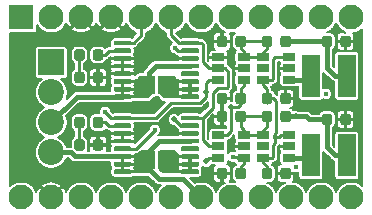
<source format=gbr>
G04 #@! TF.GenerationSoftware,KiCad,Pcbnew,5.1.5+dfsg1-2build2*
G04 #@! TF.CreationDate,2021-03-15T22:19:43+01:00*
G04 #@! TF.ProjectId,ProMicro_ANA,50726f4d-6963-4726-9f5f-414e412e6b69,v1.2*
G04 #@! TF.SameCoordinates,Original*
G04 #@! TF.FileFunction,Copper,L4,Bot*
G04 #@! TF.FilePolarity,Positive*
%FSLAX46Y46*%
G04 Gerber Fmt 4.6, Leading zero omitted, Abs format (unit mm)*
G04 Created by KiCad*
%MOMM*%
%LPD*%
G04 APERTURE LIST*
%ADD10C,0.100000*%
%ADD11R,2.100000X2.100000*%
%ADD12C,2.100000*%
%ADD13R,1.500000X3.600000*%
%ADD14R,1.060000X0.650000*%
%ADD15C,2.200000*%
%ADD16R,2.200000X2.200000*%
%ADD17C,0.500000*%
%ADD18C,0.450000*%
%ADD19C,0.400000*%
%ADD20C,0.250000*%
%ADD21C,0.200000*%
G04 APERTURE END LIST*
G04 #@! TA.AperFunction,SMDPad,CuDef*
D10*
G36*
X94630000Y-87515602D02*
G01*
X94654534Y-87515602D01*
X94703365Y-87520412D01*
X94751490Y-87529984D01*
X94798445Y-87544228D01*
X94843778Y-87563005D01*
X94887051Y-87586136D01*
X94927850Y-87613396D01*
X94965779Y-87644524D01*
X95000476Y-87679221D01*
X95031604Y-87717150D01*
X95058864Y-87757949D01*
X95081995Y-87801222D01*
X95100772Y-87846555D01*
X95115016Y-87893510D01*
X95124588Y-87941635D01*
X95129398Y-87990466D01*
X95129398Y-88015000D01*
X95130000Y-88015000D01*
X95130000Y-88515000D01*
X95129398Y-88515000D01*
X95129398Y-88539534D01*
X95124588Y-88588365D01*
X95115016Y-88636490D01*
X95100772Y-88683445D01*
X95081995Y-88728778D01*
X95058864Y-88772051D01*
X95031604Y-88812850D01*
X95000476Y-88850779D01*
X94965779Y-88885476D01*
X94927850Y-88916604D01*
X94887051Y-88943864D01*
X94843778Y-88966995D01*
X94798445Y-88985772D01*
X94751490Y-89000016D01*
X94703365Y-89009588D01*
X94654534Y-89014398D01*
X94630000Y-89014398D01*
X94630000Y-89015000D01*
X94130000Y-89015000D01*
X94130000Y-87515000D01*
X94630000Y-87515000D01*
X94630000Y-87515602D01*
G37*
G04 #@! TD.AperFunction*
G04 #@! TA.AperFunction,SMDPad,CuDef*
G36*
X93830000Y-89015000D02*
G01*
X93330000Y-89015000D01*
X93330000Y-89014398D01*
X93305466Y-89014398D01*
X93256635Y-89009588D01*
X93208510Y-89000016D01*
X93161555Y-88985772D01*
X93116222Y-88966995D01*
X93072949Y-88943864D01*
X93032150Y-88916604D01*
X92994221Y-88885476D01*
X92959524Y-88850779D01*
X92928396Y-88812850D01*
X92901136Y-88772051D01*
X92878005Y-88728778D01*
X92859228Y-88683445D01*
X92844984Y-88636490D01*
X92835412Y-88588365D01*
X92830602Y-88539534D01*
X92830602Y-88515000D01*
X92830000Y-88515000D01*
X92830000Y-88015000D01*
X92830602Y-88015000D01*
X92830602Y-87990466D01*
X92835412Y-87941635D01*
X92844984Y-87893510D01*
X92859228Y-87846555D01*
X92878005Y-87801222D01*
X92901136Y-87757949D01*
X92928396Y-87717150D01*
X92959524Y-87679221D01*
X92994221Y-87644524D01*
X93032150Y-87613396D01*
X93072949Y-87586136D01*
X93116222Y-87563005D01*
X93161555Y-87544228D01*
X93208510Y-87529984D01*
X93256635Y-87520412D01*
X93305466Y-87515602D01*
X93330000Y-87515602D01*
X93330000Y-87515000D01*
X93830000Y-87515000D01*
X93830000Y-89015000D01*
G37*
G04 #@! TD.AperFunction*
G04 #@! TA.AperFunction,SMDPad,CuDef*
G36*
X94630000Y-81165602D02*
G01*
X94654534Y-81165602D01*
X94703365Y-81170412D01*
X94751490Y-81179984D01*
X94798445Y-81194228D01*
X94843778Y-81213005D01*
X94887051Y-81236136D01*
X94927850Y-81263396D01*
X94965779Y-81294524D01*
X95000476Y-81329221D01*
X95031604Y-81367150D01*
X95058864Y-81407949D01*
X95081995Y-81451222D01*
X95100772Y-81496555D01*
X95115016Y-81543510D01*
X95124588Y-81591635D01*
X95129398Y-81640466D01*
X95129398Y-81665000D01*
X95130000Y-81665000D01*
X95130000Y-82165000D01*
X95129398Y-82165000D01*
X95129398Y-82189534D01*
X95124588Y-82238365D01*
X95115016Y-82286490D01*
X95100772Y-82333445D01*
X95081995Y-82378778D01*
X95058864Y-82422051D01*
X95031604Y-82462850D01*
X95000476Y-82500779D01*
X94965779Y-82535476D01*
X94927850Y-82566604D01*
X94887051Y-82593864D01*
X94843778Y-82616995D01*
X94798445Y-82635772D01*
X94751490Y-82650016D01*
X94703365Y-82659588D01*
X94654534Y-82664398D01*
X94630000Y-82664398D01*
X94630000Y-82665000D01*
X94130000Y-82665000D01*
X94130000Y-81165000D01*
X94630000Y-81165000D01*
X94630000Y-81165602D01*
G37*
G04 #@! TD.AperFunction*
G04 #@! TA.AperFunction,SMDPad,CuDef*
G36*
X93830000Y-82665000D02*
G01*
X93330000Y-82665000D01*
X93330000Y-82664398D01*
X93305466Y-82664398D01*
X93256635Y-82659588D01*
X93208510Y-82650016D01*
X93161555Y-82635772D01*
X93116222Y-82616995D01*
X93072949Y-82593864D01*
X93032150Y-82566604D01*
X92994221Y-82535476D01*
X92959524Y-82500779D01*
X92928396Y-82462850D01*
X92901136Y-82422051D01*
X92878005Y-82378778D01*
X92859228Y-82333445D01*
X92844984Y-82286490D01*
X92835412Y-82238365D01*
X92830602Y-82189534D01*
X92830602Y-82165000D01*
X92830000Y-82165000D01*
X92830000Y-81665000D01*
X92830602Y-81665000D01*
X92830602Y-81640466D01*
X92835412Y-81591635D01*
X92844984Y-81543510D01*
X92859228Y-81496555D01*
X92878005Y-81451222D01*
X92901136Y-81407949D01*
X92928396Y-81367150D01*
X92959524Y-81329221D01*
X92994221Y-81294524D01*
X93032150Y-81263396D01*
X93072949Y-81236136D01*
X93116222Y-81213005D01*
X93161555Y-81194228D01*
X93208510Y-81179984D01*
X93256635Y-81170412D01*
X93305466Y-81165602D01*
X93330000Y-81165602D01*
X93330000Y-81165000D01*
X93830000Y-81165000D01*
X93830000Y-82665000D01*
G37*
G04 #@! TD.AperFunction*
G04 #@! TA.AperFunction,SMDPad,CuDef*
G36*
X99782691Y-88934053D02*
G01*
X99803926Y-88937203D01*
X99824750Y-88942419D01*
X99844962Y-88949651D01*
X99864368Y-88958830D01*
X99882781Y-88969866D01*
X99900024Y-88982654D01*
X99915930Y-88997070D01*
X99930346Y-89012976D01*
X99943134Y-89030219D01*
X99954170Y-89048632D01*
X99963349Y-89068038D01*
X99970581Y-89088250D01*
X99975797Y-89109074D01*
X99978947Y-89130309D01*
X99980000Y-89151750D01*
X99980000Y-89664250D01*
X99978947Y-89685691D01*
X99975797Y-89706926D01*
X99970581Y-89727750D01*
X99963349Y-89747962D01*
X99954170Y-89767368D01*
X99943134Y-89785781D01*
X99930346Y-89803024D01*
X99915930Y-89818930D01*
X99900024Y-89833346D01*
X99882781Y-89846134D01*
X99864368Y-89857170D01*
X99844962Y-89866349D01*
X99824750Y-89873581D01*
X99803926Y-89878797D01*
X99782691Y-89881947D01*
X99761250Y-89883000D01*
X99323750Y-89883000D01*
X99302309Y-89881947D01*
X99281074Y-89878797D01*
X99260250Y-89873581D01*
X99240038Y-89866349D01*
X99220632Y-89857170D01*
X99202219Y-89846134D01*
X99184976Y-89833346D01*
X99169070Y-89818930D01*
X99154654Y-89803024D01*
X99141866Y-89785781D01*
X99130830Y-89767368D01*
X99121651Y-89747962D01*
X99114419Y-89727750D01*
X99109203Y-89706926D01*
X99106053Y-89685691D01*
X99105000Y-89664250D01*
X99105000Y-89151750D01*
X99106053Y-89130309D01*
X99109203Y-89109074D01*
X99114419Y-89088250D01*
X99121651Y-89068038D01*
X99130830Y-89048632D01*
X99141866Y-89030219D01*
X99154654Y-89012976D01*
X99169070Y-88997070D01*
X99184976Y-88982654D01*
X99202219Y-88969866D01*
X99220632Y-88958830D01*
X99240038Y-88949651D01*
X99260250Y-88942419D01*
X99281074Y-88937203D01*
X99302309Y-88934053D01*
X99323750Y-88933000D01*
X99761250Y-88933000D01*
X99782691Y-88934053D01*
G37*
G04 #@! TD.AperFunction*
G04 #@! TA.AperFunction,SMDPad,CuDef*
G36*
X101357691Y-88934053D02*
G01*
X101378926Y-88937203D01*
X101399750Y-88942419D01*
X101419962Y-88949651D01*
X101439368Y-88958830D01*
X101457781Y-88969866D01*
X101475024Y-88982654D01*
X101490930Y-88997070D01*
X101505346Y-89012976D01*
X101518134Y-89030219D01*
X101529170Y-89048632D01*
X101538349Y-89068038D01*
X101545581Y-89088250D01*
X101550797Y-89109074D01*
X101553947Y-89130309D01*
X101555000Y-89151750D01*
X101555000Y-89664250D01*
X101553947Y-89685691D01*
X101550797Y-89706926D01*
X101545581Y-89727750D01*
X101538349Y-89747962D01*
X101529170Y-89767368D01*
X101518134Y-89785781D01*
X101505346Y-89803024D01*
X101490930Y-89818930D01*
X101475024Y-89833346D01*
X101457781Y-89846134D01*
X101439368Y-89857170D01*
X101419962Y-89866349D01*
X101399750Y-89873581D01*
X101378926Y-89878797D01*
X101357691Y-89881947D01*
X101336250Y-89883000D01*
X100898750Y-89883000D01*
X100877309Y-89881947D01*
X100856074Y-89878797D01*
X100835250Y-89873581D01*
X100815038Y-89866349D01*
X100795632Y-89857170D01*
X100777219Y-89846134D01*
X100759976Y-89833346D01*
X100744070Y-89818930D01*
X100729654Y-89803024D01*
X100716866Y-89785781D01*
X100705830Y-89767368D01*
X100696651Y-89747962D01*
X100689419Y-89727750D01*
X100684203Y-89706926D01*
X100681053Y-89685691D01*
X100680000Y-89664250D01*
X100680000Y-89151750D01*
X100681053Y-89130309D01*
X100684203Y-89109074D01*
X100689419Y-89088250D01*
X100696651Y-89068038D01*
X100705830Y-89048632D01*
X100716866Y-89030219D01*
X100729654Y-89012976D01*
X100744070Y-88997070D01*
X100759976Y-88982654D01*
X100777219Y-88969866D01*
X100795632Y-88958830D01*
X100815038Y-88949651D01*
X100835250Y-88942419D01*
X100856074Y-88937203D01*
X100877309Y-88934053D01*
X100898750Y-88933000D01*
X101336250Y-88933000D01*
X101357691Y-88934053D01*
G37*
G04 #@! TD.AperFunction*
G04 #@! TA.AperFunction,SMDPad,CuDef*
G36*
X99782691Y-82584053D02*
G01*
X99803926Y-82587203D01*
X99824750Y-82592419D01*
X99844962Y-82599651D01*
X99864368Y-82608830D01*
X99882781Y-82619866D01*
X99900024Y-82632654D01*
X99915930Y-82647070D01*
X99930346Y-82662976D01*
X99943134Y-82680219D01*
X99954170Y-82698632D01*
X99963349Y-82718038D01*
X99970581Y-82738250D01*
X99975797Y-82759074D01*
X99978947Y-82780309D01*
X99980000Y-82801750D01*
X99980000Y-83314250D01*
X99978947Y-83335691D01*
X99975797Y-83356926D01*
X99970581Y-83377750D01*
X99963349Y-83397962D01*
X99954170Y-83417368D01*
X99943134Y-83435781D01*
X99930346Y-83453024D01*
X99915930Y-83468930D01*
X99900024Y-83483346D01*
X99882781Y-83496134D01*
X99864368Y-83507170D01*
X99844962Y-83516349D01*
X99824750Y-83523581D01*
X99803926Y-83528797D01*
X99782691Y-83531947D01*
X99761250Y-83533000D01*
X99323750Y-83533000D01*
X99302309Y-83531947D01*
X99281074Y-83528797D01*
X99260250Y-83523581D01*
X99240038Y-83516349D01*
X99220632Y-83507170D01*
X99202219Y-83496134D01*
X99184976Y-83483346D01*
X99169070Y-83468930D01*
X99154654Y-83453024D01*
X99141866Y-83435781D01*
X99130830Y-83417368D01*
X99121651Y-83397962D01*
X99114419Y-83377750D01*
X99109203Y-83356926D01*
X99106053Y-83335691D01*
X99105000Y-83314250D01*
X99105000Y-82801750D01*
X99106053Y-82780309D01*
X99109203Y-82759074D01*
X99114419Y-82738250D01*
X99121651Y-82718038D01*
X99130830Y-82698632D01*
X99141866Y-82680219D01*
X99154654Y-82662976D01*
X99169070Y-82647070D01*
X99184976Y-82632654D01*
X99202219Y-82619866D01*
X99220632Y-82608830D01*
X99240038Y-82599651D01*
X99260250Y-82592419D01*
X99281074Y-82587203D01*
X99302309Y-82584053D01*
X99323750Y-82583000D01*
X99761250Y-82583000D01*
X99782691Y-82584053D01*
G37*
G04 #@! TD.AperFunction*
G04 #@! TA.AperFunction,SMDPad,CuDef*
G36*
X101357691Y-82584053D02*
G01*
X101378926Y-82587203D01*
X101399750Y-82592419D01*
X101419962Y-82599651D01*
X101439368Y-82608830D01*
X101457781Y-82619866D01*
X101475024Y-82632654D01*
X101490930Y-82647070D01*
X101505346Y-82662976D01*
X101518134Y-82680219D01*
X101529170Y-82698632D01*
X101538349Y-82718038D01*
X101545581Y-82738250D01*
X101550797Y-82759074D01*
X101553947Y-82780309D01*
X101555000Y-82801750D01*
X101555000Y-83314250D01*
X101553947Y-83335691D01*
X101550797Y-83356926D01*
X101545581Y-83377750D01*
X101538349Y-83397962D01*
X101529170Y-83417368D01*
X101518134Y-83435781D01*
X101505346Y-83453024D01*
X101490930Y-83468930D01*
X101475024Y-83483346D01*
X101457781Y-83496134D01*
X101439368Y-83507170D01*
X101419962Y-83516349D01*
X101399750Y-83523581D01*
X101378926Y-83528797D01*
X101357691Y-83531947D01*
X101336250Y-83533000D01*
X100898750Y-83533000D01*
X100877309Y-83531947D01*
X100856074Y-83528797D01*
X100835250Y-83523581D01*
X100815038Y-83516349D01*
X100795632Y-83507170D01*
X100777219Y-83496134D01*
X100759976Y-83483346D01*
X100744070Y-83468930D01*
X100729654Y-83453024D01*
X100716866Y-83435781D01*
X100705830Y-83417368D01*
X100696651Y-83397962D01*
X100689419Y-83377750D01*
X100684203Y-83356926D01*
X100681053Y-83335691D01*
X100680000Y-83314250D01*
X100680000Y-82801750D01*
X100681053Y-82780309D01*
X100684203Y-82759074D01*
X100689419Y-82738250D01*
X100696651Y-82718038D01*
X100705830Y-82698632D01*
X100716866Y-82680219D01*
X100729654Y-82662976D01*
X100744070Y-82647070D01*
X100759976Y-82632654D01*
X100777219Y-82619866D01*
X100795632Y-82608830D01*
X100815038Y-82599651D01*
X100835250Y-82592419D01*
X100856074Y-82587203D01*
X100877309Y-82584053D01*
X100898750Y-82583000D01*
X101336250Y-82583000D01*
X101357691Y-82584053D01*
G37*
G04 #@! TD.AperFunction*
D11*
X82550000Y-76200000D03*
D12*
X85090000Y-76200000D03*
X87630000Y-76200000D03*
X110490000Y-91440000D03*
X90170000Y-76200000D03*
X107950000Y-91440000D03*
X92710000Y-76200000D03*
X105410000Y-91440000D03*
X95250000Y-76200000D03*
X102870000Y-91440000D03*
X97790000Y-76200000D03*
X100330000Y-91440000D03*
X100330000Y-76200000D03*
X97790000Y-91440000D03*
X102870000Y-76200000D03*
X95250000Y-91440000D03*
X105410000Y-76200000D03*
X92710000Y-91440000D03*
X107950000Y-76200000D03*
X90170000Y-91440000D03*
X110490000Y-76200000D03*
X87630000Y-91440000D03*
X85090000Y-91440000D03*
X82550000Y-91440000D03*
D13*
X107060000Y-87884000D03*
X110110000Y-87884000D03*
X107060000Y-81153000D03*
X110110000Y-81153000D03*
G04 #@! TA.AperFunction,SMDPad,CuDef*
D10*
G36*
X105167691Y-88934053D02*
G01*
X105188926Y-88937203D01*
X105209750Y-88942419D01*
X105229962Y-88949651D01*
X105249368Y-88958830D01*
X105267781Y-88969866D01*
X105285024Y-88982654D01*
X105300930Y-88997070D01*
X105315346Y-89012976D01*
X105328134Y-89030219D01*
X105339170Y-89048632D01*
X105348349Y-89068038D01*
X105355581Y-89088250D01*
X105360797Y-89109074D01*
X105363947Y-89130309D01*
X105365000Y-89151750D01*
X105365000Y-89664250D01*
X105363947Y-89685691D01*
X105360797Y-89706926D01*
X105355581Y-89727750D01*
X105348349Y-89747962D01*
X105339170Y-89767368D01*
X105328134Y-89785781D01*
X105315346Y-89803024D01*
X105300930Y-89818930D01*
X105285024Y-89833346D01*
X105267781Y-89846134D01*
X105249368Y-89857170D01*
X105229962Y-89866349D01*
X105209750Y-89873581D01*
X105188926Y-89878797D01*
X105167691Y-89881947D01*
X105146250Y-89883000D01*
X104708750Y-89883000D01*
X104687309Y-89881947D01*
X104666074Y-89878797D01*
X104645250Y-89873581D01*
X104625038Y-89866349D01*
X104605632Y-89857170D01*
X104587219Y-89846134D01*
X104569976Y-89833346D01*
X104554070Y-89818930D01*
X104539654Y-89803024D01*
X104526866Y-89785781D01*
X104515830Y-89767368D01*
X104506651Y-89747962D01*
X104499419Y-89727750D01*
X104494203Y-89706926D01*
X104491053Y-89685691D01*
X104490000Y-89664250D01*
X104490000Y-89151750D01*
X104491053Y-89130309D01*
X104494203Y-89109074D01*
X104499419Y-89088250D01*
X104506651Y-89068038D01*
X104515830Y-89048632D01*
X104526866Y-89030219D01*
X104539654Y-89012976D01*
X104554070Y-88997070D01*
X104569976Y-88982654D01*
X104587219Y-88969866D01*
X104605632Y-88958830D01*
X104625038Y-88949651D01*
X104645250Y-88942419D01*
X104666074Y-88937203D01*
X104687309Y-88934053D01*
X104708750Y-88933000D01*
X105146250Y-88933000D01*
X105167691Y-88934053D01*
G37*
G04 #@! TD.AperFunction*
G04 #@! TA.AperFunction,SMDPad,CuDef*
G36*
X103592691Y-88934053D02*
G01*
X103613926Y-88937203D01*
X103634750Y-88942419D01*
X103654962Y-88949651D01*
X103674368Y-88958830D01*
X103692781Y-88969866D01*
X103710024Y-88982654D01*
X103725930Y-88997070D01*
X103740346Y-89012976D01*
X103753134Y-89030219D01*
X103764170Y-89048632D01*
X103773349Y-89068038D01*
X103780581Y-89088250D01*
X103785797Y-89109074D01*
X103788947Y-89130309D01*
X103790000Y-89151750D01*
X103790000Y-89664250D01*
X103788947Y-89685691D01*
X103785797Y-89706926D01*
X103780581Y-89727750D01*
X103773349Y-89747962D01*
X103764170Y-89767368D01*
X103753134Y-89785781D01*
X103740346Y-89803024D01*
X103725930Y-89818930D01*
X103710024Y-89833346D01*
X103692781Y-89846134D01*
X103674368Y-89857170D01*
X103654962Y-89866349D01*
X103634750Y-89873581D01*
X103613926Y-89878797D01*
X103592691Y-89881947D01*
X103571250Y-89883000D01*
X103133750Y-89883000D01*
X103112309Y-89881947D01*
X103091074Y-89878797D01*
X103070250Y-89873581D01*
X103050038Y-89866349D01*
X103030632Y-89857170D01*
X103012219Y-89846134D01*
X102994976Y-89833346D01*
X102979070Y-89818930D01*
X102964654Y-89803024D01*
X102951866Y-89785781D01*
X102940830Y-89767368D01*
X102931651Y-89747962D01*
X102924419Y-89727750D01*
X102919203Y-89706926D01*
X102916053Y-89685691D01*
X102915000Y-89664250D01*
X102915000Y-89151750D01*
X102916053Y-89130309D01*
X102919203Y-89109074D01*
X102924419Y-89088250D01*
X102931651Y-89068038D01*
X102940830Y-89048632D01*
X102951866Y-89030219D01*
X102964654Y-89012976D01*
X102979070Y-88997070D01*
X102994976Y-88982654D01*
X103012219Y-88969866D01*
X103030632Y-88958830D01*
X103050038Y-88949651D01*
X103070250Y-88942419D01*
X103091074Y-88937203D01*
X103112309Y-88934053D01*
X103133750Y-88933000D01*
X103571250Y-88933000D01*
X103592691Y-88934053D01*
G37*
G04 #@! TD.AperFunction*
G04 #@! TA.AperFunction,SMDPad,CuDef*
G36*
X105167691Y-82584053D02*
G01*
X105188926Y-82587203D01*
X105209750Y-82592419D01*
X105229962Y-82599651D01*
X105249368Y-82608830D01*
X105267781Y-82619866D01*
X105285024Y-82632654D01*
X105300930Y-82647070D01*
X105315346Y-82662976D01*
X105328134Y-82680219D01*
X105339170Y-82698632D01*
X105348349Y-82718038D01*
X105355581Y-82738250D01*
X105360797Y-82759074D01*
X105363947Y-82780309D01*
X105365000Y-82801750D01*
X105365000Y-83314250D01*
X105363947Y-83335691D01*
X105360797Y-83356926D01*
X105355581Y-83377750D01*
X105348349Y-83397962D01*
X105339170Y-83417368D01*
X105328134Y-83435781D01*
X105315346Y-83453024D01*
X105300930Y-83468930D01*
X105285024Y-83483346D01*
X105267781Y-83496134D01*
X105249368Y-83507170D01*
X105229962Y-83516349D01*
X105209750Y-83523581D01*
X105188926Y-83528797D01*
X105167691Y-83531947D01*
X105146250Y-83533000D01*
X104708750Y-83533000D01*
X104687309Y-83531947D01*
X104666074Y-83528797D01*
X104645250Y-83523581D01*
X104625038Y-83516349D01*
X104605632Y-83507170D01*
X104587219Y-83496134D01*
X104569976Y-83483346D01*
X104554070Y-83468930D01*
X104539654Y-83453024D01*
X104526866Y-83435781D01*
X104515830Y-83417368D01*
X104506651Y-83397962D01*
X104499419Y-83377750D01*
X104494203Y-83356926D01*
X104491053Y-83335691D01*
X104490000Y-83314250D01*
X104490000Y-82801750D01*
X104491053Y-82780309D01*
X104494203Y-82759074D01*
X104499419Y-82738250D01*
X104506651Y-82718038D01*
X104515830Y-82698632D01*
X104526866Y-82680219D01*
X104539654Y-82662976D01*
X104554070Y-82647070D01*
X104569976Y-82632654D01*
X104587219Y-82619866D01*
X104605632Y-82608830D01*
X104625038Y-82599651D01*
X104645250Y-82592419D01*
X104666074Y-82587203D01*
X104687309Y-82584053D01*
X104708750Y-82583000D01*
X105146250Y-82583000D01*
X105167691Y-82584053D01*
G37*
G04 #@! TD.AperFunction*
G04 #@! TA.AperFunction,SMDPad,CuDef*
G36*
X103592691Y-82584053D02*
G01*
X103613926Y-82587203D01*
X103634750Y-82592419D01*
X103654962Y-82599651D01*
X103674368Y-82608830D01*
X103692781Y-82619866D01*
X103710024Y-82632654D01*
X103725930Y-82647070D01*
X103740346Y-82662976D01*
X103753134Y-82680219D01*
X103764170Y-82698632D01*
X103773349Y-82718038D01*
X103780581Y-82738250D01*
X103785797Y-82759074D01*
X103788947Y-82780309D01*
X103790000Y-82801750D01*
X103790000Y-83314250D01*
X103788947Y-83335691D01*
X103785797Y-83356926D01*
X103780581Y-83377750D01*
X103773349Y-83397962D01*
X103764170Y-83417368D01*
X103753134Y-83435781D01*
X103740346Y-83453024D01*
X103725930Y-83468930D01*
X103710024Y-83483346D01*
X103692781Y-83496134D01*
X103674368Y-83507170D01*
X103654962Y-83516349D01*
X103634750Y-83523581D01*
X103613926Y-83528797D01*
X103592691Y-83531947D01*
X103571250Y-83533000D01*
X103133750Y-83533000D01*
X103112309Y-83531947D01*
X103091074Y-83528797D01*
X103070250Y-83523581D01*
X103050038Y-83516349D01*
X103030632Y-83507170D01*
X103012219Y-83496134D01*
X102994976Y-83483346D01*
X102979070Y-83468930D01*
X102964654Y-83453024D01*
X102951866Y-83435781D01*
X102940830Y-83417368D01*
X102931651Y-83397962D01*
X102924419Y-83377750D01*
X102919203Y-83356926D01*
X102916053Y-83335691D01*
X102915000Y-83314250D01*
X102915000Y-82801750D01*
X102916053Y-82780309D01*
X102919203Y-82759074D01*
X102924419Y-82738250D01*
X102931651Y-82718038D01*
X102940830Y-82698632D01*
X102951866Y-82680219D01*
X102964654Y-82662976D01*
X102979070Y-82647070D01*
X102994976Y-82632654D01*
X103012219Y-82619866D01*
X103030632Y-82608830D01*
X103050038Y-82599651D01*
X103070250Y-82592419D01*
X103091074Y-82587203D01*
X103112309Y-82584053D01*
X103133750Y-82583000D01*
X103571250Y-82583000D01*
X103592691Y-82584053D01*
G37*
G04 #@! TD.AperFunction*
G04 #@! TA.AperFunction,SMDPad,CuDef*
G36*
X110247691Y-84362053D02*
G01*
X110268926Y-84365203D01*
X110289750Y-84370419D01*
X110309962Y-84377651D01*
X110329368Y-84386830D01*
X110347781Y-84397866D01*
X110365024Y-84410654D01*
X110380930Y-84425070D01*
X110395346Y-84440976D01*
X110408134Y-84458219D01*
X110419170Y-84476632D01*
X110428349Y-84496038D01*
X110435581Y-84516250D01*
X110440797Y-84537074D01*
X110443947Y-84558309D01*
X110445000Y-84579750D01*
X110445000Y-85092250D01*
X110443947Y-85113691D01*
X110440797Y-85134926D01*
X110435581Y-85155750D01*
X110428349Y-85175962D01*
X110419170Y-85195368D01*
X110408134Y-85213781D01*
X110395346Y-85231024D01*
X110380930Y-85246930D01*
X110365024Y-85261346D01*
X110347781Y-85274134D01*
X110329368Y-85285170D01*
X110309962Y-85294349D01*
X110289750Y-85301581D01*
X110268926Y-85306797D01*
X110247691Y-85309947D01*
X110226250Y-85311000D01*
X109788750Y-85311000D01*
X109767309Y-85309947D01*
X109746074Y-85306797D01*
X109725250Y-85301581D01*
X109705038Y-85294349D01*
X109685632Y-85285170D01*
X109667219Y-85274134D01*
X109649976Y-85261346D01*
X109634070Y-85246930D01*
X109619654Y-85231024D01*
X109606866Y-85213781D01*
X109595830Y-85195368D01*
X109586651Y-85175962D01*
X109579419Y-85155750D01*
X109574203Y-85134926D01*
X109571053Y-85113691D01*
X109570000Y-85092250D01*
X109570000Y-84579750D01*
X109571053Y-84558309D01*
X109574203Y-84537074D01*
X109579419Y-84516250D01*
X109586651Y-84496038D01*
X109595830Y-84476632D01*
X109606866Y-84458219D01*
X109619654Y-84440976D01*
X109634070Y-84425070D01*
X109649976Y-84410654D01*
X109667219Y-84397866D01*
X109685632Y-84386830D01*
X109705038Y-84377651D01*
X109725250Y-84370419D01*
X109746074Y-84365203D01*
X109767309Y-84362053D01*
X109788750Y-84361000D01*
X110226250Y-84361000D01*
X110247691Y-84362053D01*
G37*
G04 #@! TD.AperFunction*
G04 #@! TA.AperFunction,SMDPad,CuDef*
G36*
X108672691Y-84362053D02*
G01*
X108693926Y-84365203D01*
X108714750Y-84370419D01*
X108734962Y-84377651D01*
X108754368Y-84386830D01*
X108772781Y-84397866D01*
X108790024Y-84410654D01*
X108805930Y-84425070D01*
X108820346Y-84440976D01*
X108833134Y-84458219D01*
X108844170Y-84476632D01*
X108853349Y-84496038D01*
X108860581Y-84516250D01*
X108865797Y-84537074D01*
X108868947Y-84558309D01*
X108870000Y-84579750D01*
X108870000Y-85092250D01*
X108868947Y-85113691D01*
X108865797Y-85134926D01*
X108860581Y-85155750D01*
X108853349Y-85175962D01*
X108844170Y-85195368D01*
X108833134Y-85213781D01*
X108820346Y-85231024D01*
X108805930Y-85246930D01*
X108790024Y-85261346D01*
X108772781Y-85274134D01*
X108754368Y-85285170D01*
X108734962Y-85294349D01*
X108714750Y-85301581D01*
X108693926Y-85306797D01*
X108672691Y-85309947D01*
X108651250Y-85311000D01*
X108213750Y-85311000D01*
X108192309Y-85309947D01*
X108171074Y-85306797D01*
X108150250Y-85301581D01*
X108130038Y-85294349D01*
X108110632Y-85285170D01*
X108092219Y-85274134D01*
X108074976Y-85261346D01*
X108059070Y-85246930D01*
X108044654Y-85231024D01*
X108031866Y-85213781D01*
X108020830Y-85195368D01*
X108011651Y-85175962D01*
X108004419Y-85155750D01*
X107999203Y-85134926D01*
X107996053Y-85113691D01*
X107995000Y-85092250D01*
X107995000Y-84579750D01*
X107996053Y-84558309D01*
X107999203Y-84537074D01*
X108004419Y-84516250D01*
X108011651Y-84496038D01*
X108020830Y-84476632D01*
X108031866Y-84458219D01*
X108044654Y-84440976D01*
X108059070Y-84425070D01*
X108074976Y-84410654D01*
X108092219Y-84397866D01*
X108110632Y-84386830D01*
X108130038Y-84377651D01*
X108150250Y-84370419D01*
X108171074Y-84365203D01*
X108192309Y-84362053D01*
X108213750Y-84361000D01*
X108651250Y-84361000D01*
X108672691Y-84362053D01*
G37*
G04 #@! TD.AperFunction*
G04 #@! TA.AperFunction,SMDPad,CuDef*
G36*
X110247691Y-77758053D02*
G01*
X110268926Y-77761203D01*
X110289750Y-77766419D01*
X110309962Y-77773651D01*
X110329368Y-77782830D01*
X110347781Y-77793866D01*
X110365024Y-77806654D01*
X110380930Y-77821070D01*
X110395346Y-77836976D01*
X110408134Y-77854219D01*
X110419170Y-77872632D01*
X110428349Y-77892038D01*
X110435581Y-77912250D01*
X110440797Y-77933074D01*
X110443947Y-77954309D01*
X110445000Y-77975750D01*
X110445000Y-78488250D01*
X110443947Y-78509691D01*
X110440797Y-78530926D01*
X110435581Y-78551750D01*
X110428349Y-78571962D01*
X110419170Y-78591368D01*
X110408134Y-78609781D01*
X110395346Y-78627024D01*
X110380930Y-78642930D01*
X110365024Y-78657346D01*
X110347781Y-78670134D01*
X110329368Y-78681170D01*
X110309962Y-78690349D01*
X110289750Y-78697581D01*
X110268926Y-78702797D01*
X110247691Y-78705947D01*
X110226250Y-78707000D01*
X109788750Y-78707000D01*
X109767309Y-78705947D01*
X109746074Y-78702797D01*
X109725250Y-78697581D01*
X109705038Y-78690349D01*
X109685632Y-78681170D01*
X109667219Y-78670134D01*
X109649976Y-78657346D01*
X109634070Y-78642930D01*
X109619654Y-78627024D01*
X109606866Y-78609781D01*
X109595830Y-78591368D01*
X109586651Y-78571962D01*
X109579419Y-78551750D01*
X109574203Y-78530926D01*
X109571053Y-78509691D01*
X109570000Y-78488250D01*
X109570000Y-77975750D01*
X109571053Y-77954309D01*
X109574203Y-77933074D01*
X109579419Y-77912250D01*
X109586651Y-77892038D01*
X109595830Y-77872632D01*
X109606866Y-77854219D01*
X109619654Y-77836976D01*
X109634070Y-77821070D01*
X109649976Y-77806654D01*
X109667219Y-77793866D01*
X109685632Y-77782830D01*
X109705038Y-77773651D01*
X109725250Y-77766419D01*
X109746074Y-77761203D01*
X109767309Y-77758053D01*
X109788750Y-77757000D01*
X110226250Y-77757000D01*
X110247691Y-77758053D01*
G37*
G04 #@! TD.AperFunction*
G04 #@! TA.AperFunction,SMDPad,CuDef*
G36*
X108672691Y-77758053D02*
G01*
X108693926Y-77761203D01*
X108714750Y-77766419D01*
X108734962Y-77773651D01*
X108754368Y-77782830D01*
X108772781Y-77793866D01*
X108790024Y-77806654D01*
X108805930Y-77821070D01*
X108820346Y-77836976D01*
X108833134Y-77854219D01*
X108844170Y-77872632D01*
X108853349Y-77892038D01*
X108860581Y-77912250D01*
X108865797Y-77933074D01*
X108868947Y-77954309D01*
X108870000Y-77975750D01*
X108870000Y-78488250D01*
X108868947Y-78509691D01*
X108865797Y-78530926D01*
X108860581Y-78551750D01*
X108853349Y-78571962D01*
X108844170Y-78591368D01*
X108833134Y-78609781D01*
X108820346Y-78627024D01*
X108805930Y-78642930D01*
X108790024Y-78657346D01*
X108772781Y-78670134D01*
X108754368Y-78681170D01*
X108734962Y-78690349D01*
X108714750Y-78697581D01*
X108693926Y-78702797D01*
X108672691Y-78705947D01*
X108651250Y-78707000D01*
X108213750Y-78707000D01*
X108192309Y-78705947D01*
X108171074Y-78702797D01*
X108150250Y-78697581D01*
X108130038Y-78690349D01*
X108110632Y-78681170D01*
X108092219Y-78670134D01*
X108074976Y-78657346D01*
X108059070Y-78642930D01*
X108044654Y-78627024D01*
X108031866Y-78609781D01*
X108020830Y-78591368D01*
X108011651Y-78571962D01*
X108004419Y-78551750D01*
X107999203Y-78530926D01*
X107996053Y-78509691D01*
X107995000Y-78488250D01*
X107995000Y-77975750D01*
X107996053Y-77954309D01*
X107999203Y-77933074D01*
X108004419Y-77912250D01*
X108011651Y-77892038D01*
X108020830Y-77872632D01*
X108031866Y-77854219D01*
X108044654Y-77836976D01*
X108059070Y-77821070D01*
X108074976Y-77806654D01*
X108092219Y-77793866D01*
X108110632Y-77782830D01*
X108130038Y-77773651D01*
X108150250Y-77766419D01*
X108171074Y-77761203D01*
X108192309Y-77758053D01*
X108213750Y-77757000D01*
X108651250Y-77757000D01*
X108672691Y-77758053D01*
G37*
G04 #@! TD.AperFunction*
D14*
X99230000Y-87122000D03*
X99230000Y-86172000D03*
X99230000Y-88072000D03*
X101430000Y-88072000D03*
X101430000Y-87122000D03*
X101430000Y-86172000D03*
X99230000Y-80518000D03*
X99230000Y-79568000D03*
X99230000Y-81468000D03*
X101430000Y-81468000D03*
X101430000Y-80518000D03*
X101430000Y-79568000D03*
X103040000Y-87122000D03*
X103040000Y-86172000D03*
X103040000Y-88072000D03*
X105240000Y-88072000D03*
X105240000Y-87122000D03*
X105240000Y-86172000D03*
X103040000Y-80518000D03*
X103040000Y-79568000D03*
X103040000Y-81468000D03*
X105240000Y-81468000D03*
X105240000Y-80518000D03*
X105240000Y-79568000D03*
G04 #@! TA.AperFunction,SMDPad,CuDef*
D10*
G36*
X101357691Y-84108053D02*
G01*
X101378926Y-84111203D01*
X101399750Y-84116419D01*
X101419962Y-84123651D01*
X101439368Y-84132830D01*
X101457781Y-84143866D01*
X101475024Y-84156654D01*
X101490930Y-84171070D01*
X101505346Y-84186976D01*
X101518134Y-84204219D01*
X101529170Y-84222632D01*
X101538349Y-84242038D01*
X101545581Y-84262250D01*
X101550797Y-84283074D01*
X101553947Y-84304309D01*
X101555000Y-84325750D01*
X101555000Y-84838250D01*
X101553947Y-84859691D01*
X101550797Y-84880926D01*
X101545581Y-84901750D01*
X101538349Y-84921962D01*
X101529170Y-84941368D01*
X101518134Y-84959781D01*
X101505346Y-84977024D01*
X101490930Y-84992930D01*
X101475024Y-85007346D01*
X101457781Y-85020134D01*
X101439368Y-85031170D01*
X101419962Y-85040349D01*
X101399750Y-85047581D01*
X101378926Y-85052797D01*
X101357691Y-85055947D01*
X101336250Y-85057000D01*
X100898750Y-85057000D01*
X100877309Y-85055947D01*
X100856074Y-85052797D01*
X100835250Y-85047581D01*
X100815038Y-85040349D01*
X100795632Y-85031170D01*
X100777219Y-85020134D01*
X100759976Y-85007346D01*
X100744070Y-84992930D01*
X100729654Y-84977024D01*
X100716866Y-84959781D01*
X100705830Y-84941368D01*
X100696651Y-84921962D01*
X100689419Y-84901750D01*
X100684203Y-84880926D01*
X100681053Y-84859691D01*
X100680000Y-84838250D01*
X100680000Y-84325750D01*
X100681053Y-84304309D01*
X100684203Y-84283074D01*
X100689419Y-84262250D01*
X100696651Y-84242038D01*
X100705830Y-84222632D01*
X100716866Y-84204219D01*
X100729654Y-84186976D01*
X100744070Y-84171070D01*
X100759976Y-84156654D01*
X100777219Y-84143866D01*
X100795632Y-84132830D01*
X100815038Y-84123651D01*
X100835250Y-84116419D01*
X100856074Y-84111203D01*
X100877309Y-84108053D01*
X100898750Y-84107000D01*
X101336250Y-84107000D01*
X101357691Y-84108053D01*
G37*
G04 #@! TD.AperFunction*
G04 #@! TA.AperFunction,SMDPad,CuDef*
G36*
X99782691Y-84108053D02*
G01*
X99803926Y-84111203D01*
X99824750Y-84116419D01*
X99844962Y-84123651D01*
X99864368Y-84132830D01*
X99882781Y-84143866D01*
X99900024Y-84156654D01*
X99915930Y-84171070D01*
X99930346Y-84186976D01*
X99943134Y-84204219D01*
X99954170Y-84222632D01*
X99963349Y-84242038D01*
X99970581Y-84262250D01*
X99975797Y-84283074D01*
X99978947Y-84304309D01*
X99980000Y-84325750D01*
X99980000Y-84838250D01*
X99978947Y-84859691D01*
X99975797Y-84880926D01*
X99970581Y-84901750D01*
X99963349Y-84921962D01*
X99954170Y-84941368D01*
X99943134Y-84959781D01*
X99930346Y-84977024D01*
X99915930Y-84992930D01*
X99900024Y-85007346D01*
X99882781Y-85020134D01*
X99864368Y-85031170D01*
X99844962Y-85040349D01*
X99824750Y-85047581D01*
X99803926Y-85052797D01*
X99782691Y-85055947D01*
X99761250Y-85057000D01*
X99323750Y-85057000D01*
X99302309Y-85055947D01*
X99281074Y-85052797D01*
X99260250Y-85047581D01*
X99240038Y-85040349D01*
X99220632Y-85031170D01*
X99202219Y-85020134D01*
X99184976Y-85007346D01*
X99169070Y-84992930D01*
X99154654Y-84977024D01*
X99141866Y-84959781D01*
X99130830Y-84941368D01*
X99121651Y-84921962D01*
X99114419Y-84901750D01*
X99109203Y-84880926D01*
X99106053Y-84859691D01*
X99105000Y-84838250D01*
X99105000Y-84325750D01*
X99106053Y-84304309D01*
X99109203Y-84283074D01*
X99114419Y-84262250D01*
X99121651Y-84242038D01*
X99130830Y-84222632D01*
X99141866Y-84204219D01*
X99154654Y-84186976D01*
X99169070Y-84171070D01*
X99184976Y-84156654D01*
X99202219Y-84143866D01*
X99220632Y-84132830D01*
X99240038Y-84123651D01*
X99260250Y-84116419D01*
X99281074Y-84111203D01*
X99302309Y-84108053D01*
X99323750Y-84107000D01*
X99761250Y-84107000D01*
X99782691Y-84108053D01*
G37*
G04 #@! TD.AperFunction*
G04 #@! TA.AperFunction,SMDPad,CuDef*
G36*
X105167691Y-84108053D02*
G01*
X105188926Y-84111203D01*
X105209750Y-84116419D01*
X105229962Y-84123651D01*
X105249368Y-84132830D01*
X105267781Y-84143866D01*
X105285024Y-84156654D01*
X105300930Y-84171070D01*
X105315346Y-84186976D01*
X105328134Y-84204219D01*
X105339170Y-84222632D01*
X105348349Y-84242038D01*
X105355581Y-84262250D01*
X105360797Y-84283074D01*
X105363947Y-84304309D01*
X105365000Y-84325750D01*
X105365000Y-84838250D01*
X105363947Y-84859691D01*
X105360797Y-84880926D01*
X105355581Y-84901750D01*
X105348349Y-84921962D01*
X105339170Y-84941368D01*
X105328134Y-84959781D01*
X105315346Y-84977024D01*
X105300930Y-84992930D01*
X105285024Y-85007346D01*
X105267781Y-85020134D01*
X105249368Y-85031170D01*
X105229962Y-85040349D01*
X105209750Y-85047581D01*
X105188926Y-85052797D01*
X105167691Y-85055947D01*
X105146250Y-85057000D01*
X104708750Y-85057000D01*
X104687309Y-85055947D01*
X104666074Y-85052797D01*
X104645250Y-85047581D01*
X104625038Y-85040349D01*
X104605632Y-85031170D01*
X104587219Y-85020134D01*
X104569976Y-85007346D01*
X104554070Y-84992930D01*
X104539654Y-84977024D01*
X104526866Y-84959781D01*
X104515830Y-84941368D01*
X104506651Y-84921962D01*
X104499419Y-84901750D01*
X104494203Y-84880926D01*
X104491053Y-84859691D01*
X104490000Y-84838250D01*
X104490000Y-84325750D01*
X104491053Y-84304309D01*
X104494203Y-84283074D01*
X104499419Y-84262250D01*
X104506651Y-84242038D01*
X104515830Y-84222632D01*
X104526866Y-84204219D01*
X104539654Y-84186976D01*
X104554070Y-84171070D01*
X104569976Y-84156654D01*
X104587219Y-84143866D01*
X104605632Y-84132830D01*
X104625038Y-84123651D01*
X104645250Y-84116419D01*
X104666074Y-84111203D01*
X104687309Y-84108053D01*
X104708750Y-84107000D01*
X105146250Y-84107000D01*
X105167691Y-84108053D01*
G37*
G04 #@! TD.AperFunction*
G04 #@! TA.AperFunction,SMDPad,CuDef*
G36*
X103592691Y-84108053D02*
G01*
X103613926Y-84111203D01*
X103634750Y-84116419D01*
X103654962Y-84123651D01*
X103674368Y-84132830D01*
X103692781Y-84143866D01*
X103710024Y-84156654D01*
X103725930Y-84171070D01*
X103740346Y-84186976D01*
X103753134Y-84204219D01*
X103764170Y-84222632D01*
X103773349Y-84242038D01*
X103780581Y-84262250D01*
X103785797Y-84283074D01*
X103788947Y-84304309D01*
X103790000Y-84325750D01*
X103790000Y-84838250D01*
X103788947Y-84859691D01*
X103785797Y-84880926D01*
X103780581Y-84901750D01*
X103773349Y-84921962D01*
X103764170Y-84941368D01*
X103753134Y-84959781D01*
X103740346Y-84977024D01*
X103725930Y-84992930D01*
X103710024Y-85007346D01*
X103692781Y-85020134D01*
X103674368Y-85031170D01*
X103654962Y-85040349D01*
X103634750Y-85047581D01*
X103613926Y-85052797D01*
X103592691Y-85055947D01*
X103571250Y-85057000D01*
X103133750Y-85057000D01*
X103112309Y-85055947D01*
X103091074Y-85052797D01*
X103070250Y-85047581D01*
X103050038Y-85040349D01*
X103030632Y-85031170D01*
X103012219Y-85020134D01*
X102994976Y-85007346D01*
X102979070Y-84992930D01*
X102964654Y-84977024D01*
X102951866Y-84959781D01*
X102940830Y-84941368D01*
X102931651Y-84921962D01*
X102924419Y-84901750D01*
X102919203Y-84880926D01*
X102916053Y-84859691D01*
X102915000Y-84838250D01*
X102915000Y-84325750D01*
X102916053Y-84304309D01*
X102919203Y-84283074D01*
X102924419Y-84262250D01*
X102931651Y-84242038D01*
X102940830Y-84222632D01*
X102951866Y-84204219D01*
X102964654Y-84186976D01*
X102979070Y-84171070D01*
X102994976Y-84156654D01*
X103012219Y-84143866D01*
X103030632Y-84132830D01*
X103050038Y-84123651D01*
X103070250Y-84116419D01*
X103091074Y-84111203D01*
X103112309Y-84108053D01*
X103133750Y-84107000D01*
X103571250Y-84107000D01*
X103592691Y-84108053D01*
G37*
G04 #@! TD.AperFunction*
G04 #@! TA.AperFunction,SMDPad,CuDef*
G36*
X101357691Y-77758053D02*
G01*
X101378926Y-77761203D01*
X101399750Y-77766419D01*
X101419962Y-77773651D01*
X101439368Y-77782830D01*
X101457781Y-77793866D01*
X101475024Y-77806654D01*
X101490930Y-77821070D01*
X101505346Y-77836976D01*
X101518134Y-77854219D01*
X101529170Y-77872632D01*
X101538349Y-77892038D01*
X101545581Y-77912250D01*
X101550797Y-77933074D01*
X101553947Y-77954309D01*
X101555000Y-77975750D01*
X101555000Y-78488250D01*
X101553947Y-78509691D01*
X101550797Y-78530926D01*
X101545581Y-78551750D01*
X101538349Y-78571962D01*
X101529170Y-78591368D01*
X101518134Y-78609781D01*
X101505346Y-78627024D01*
X101490930Y-78642930D01*
X101475024Y-78657346D01*
X101457781Y-78670134D01*
X101439368Y-78681170D01*
X101419962Y-78690349D01*
X101399750Y-78697581D01*
X101378926Y-78702797D01*
X101357691Y-78705947D01*
X101336250Y-78707000D01*
X100898750Y-78707000D01*
X100877309Y-78705947D01*
X100856074Y-78702797D01*
X100835250Y-78697581D01*
X100815038Y-78690349D01*
X100795632Y-78681170D01*
X100777219Y-78670134D01*
X100759976Y-78657346D01*
X100744070Y-78642930D01*
X100729654Y-78627024D01*
X100716866Y-78609781D01*
X100705830Y-78591368D01*
X100696651Y-78571962D01*
X100689419Y-78551750D01*
X100684203Y-78530926D01*
X100681053Y-78509691D01*
X100680000Y-78488250D01*
X100680000Y-77975750D01*
X100681053Y-77954309D01*
X100684203Y-77933074D01*
X100689419Y-77912250D01*
X100696651Y-77892038D01*
X100705830Y-77872632D01*
X100716866Y-77854219D01*
X100729654Y-77836976D01*
X100744070Y-77821070D01*
X100759976Y-77806654D01*
X100777219Y-77793866D01*
X100795632Y-77782830D01*
X100815038Y-77773651D01*
X100835250Y-77766419D01*
X100856074Y-77761203D01*
X100877309Y-77758053D01*
X100898750Y-77757000D01*
X101336250Y-77757000D01*
X101357691Y-77758053D01*
G37*
G04 #@! TD.AperFunction*
G04 #@! TA.AperFunction,SMDPad,CuDef*
G36*
X99782691Y-77758053D02*
G01*
X99803926Y-77761203D01*
X99824750Y-77766419D01*
X99844962Y-77773651D01*
X99864368Y-77782830D01*
X99882781Y-77793866D01*
X99900024Y-77806654D01*
X99915930Y-77821070D01*
X99930346Y-77836976D01*
X99943134Y-77854219D01*
X99954170Y-77872632D01*
X99963349Y-77892038D01*
X99970581Y-77912250D01*
X99975797Y-77933074D01*
X99978947Y-77954309D01*
X99980000Y-77975750D01*
X99980000Y-78488250D01*
X99978947Y-78509691D01*
X99975797Y-78530926D01*
X99970581Y-78551750D01*
X99963349Y-78571962D01*
X99954170Y-78591368D01*
X99943134Y-78609781D01*
X99930346Y-78627024D01*
X99915930Y-78642930D01*
X99900024Y-78657346D01*
X99882781Y-78670134D01*
X99864368Y-78681170D01*
X99844962Y-78690349D01*
X99824750Y-78697581D01*
X99803926Y-78702797D01*
X99782691Y-78705947D01*
X99761250Y-78707000D01*
X99323750Y-78707000D01*
X99302309Y-78705947D01*
X99281074Y-78702797D01*
X99260250Y-78697581D01*
X99240038Y-78690349D01*
X99220632Y-78681170D01*
X99202219Y-78670134D01*
X99184976Y-78657346D01*
X99169070Y-78642930D01*
X99154654Y-78627024D01*
X99141866Y-78609781D01*
X99130830Y-78591368D01*
X99121651Y-78571962D01*
X99114419Y-78551750D01*
X99109203Y-78530926D01*
X99106053Y-78509691D01*
X99105000Y-78488250D01*
X99105000Y-77975750D01*
X99106053Y-77954309D01*
X99109203Y-77933074D01*
X99114419Y-77912250D01*
X99121651Y-77892038D01*
X99130830Y-77872632D01*
X99141866Y-77854219D01*
X99154654Y-77836976D01*
X99169070Y-77821070D01*
X99184976Y-77806654D01*
X99202219Y-77793866D01*
X99220632Y-77782830D01*
X99240038Y-77773651D01*
X99260250Y-77766419D01*
X99281074Y-77761203D01*
X99302309Y-77758053D01*
X99323750Y-77757000D01*
X99761250Y-77757000D01*
X99782691Y-77758053D01*
G37*
G04 #@! TD.AperFunction*
G04 #@! TA.AperFunction,SMDPad,CuDef*
G36*
X105167691Y-77758053D02*
G01*
X105188926Y-77761203D01*
X105209750Y-77766419D01*
X105229962Y-77773651D01*
X105249368Y-77782830D01*
X105267781Y-77793866D01*
X105285024Y-77806654D01*
X105300930Y-77821070D01*
X105315346Y-77836976D01*
X105328134Y-77854219D01*
X105339170Y-77872632D01*
X105348349Y-77892038D01*
X105355581Y-77912250D01*
X105360797Y-77933074D01*
X105363947Y-77954309D01*
X105365000Y-77975750D01*
X105365000Y-78488250D01*
X105363947Y-78509691D01*
X105360797Y-78530926D01*
X105355581Y-78551750D01*
X105348349Y-78571962D01*
X105339170Y-78591368D01*
X105328134Y-78609781D01*
X105315346Y-78627024D01*
X105300930Y-78642930D01*
X105285024Y-78657346D01*
X105267781Y-78670134D01*
X105249368Y-78681170D01*
X105229962Y-78690349D01*
X105209750Y-78697581D01*
X105188926Y-78702797D01*
X105167691Y-78705947D01*
X105146250Y-78707000D01*
X104708750Y-78707000D01*
X104687309Y-78705947D01*
X104666074Y-78702797D01*
X104645250Y-78697581D01*
X104625038Y-78690349D01*
X104605632Y-78681170D01*
X104587219Y-78670134D01*
X104569976Y-78657346D01*
X104554070Y-78642930D01*
X104539654Y-78627024D01*
X104526866Y-78609781D01*
X104515830Y-78591368D01*
X104506651Y-78571962D01*
X104499419Y-78551750D01*
X104494203Y-78530926D01*
X104491053Y-78509691D01*
X104490000Y-78488250D01*
X104490000Y-77975750D01*
X104491053Y-77954309D01*
X104494203Y-77933074D01*
X104499419Y-77912250D01*
X104506651Y-77892038D01*
X104515830Y-77872632D01*
X104526866Y-77854219D01*
X104539654Y-77836976D01*
X104554070Y-77821070D01*
X104569976Y-77806654D01*
X104587219Y-77793866D01*
X104605632Y-77782830D01*
X104625038Y-77773651D01*
X104645250Y-77766419D01*
X104666074Y-77761203D01*
X104687309Y-77758053D01*
X104708750Y-77757000D01*
X105146250Y-77757000D01*
X105167691Y-77758053D01*
G37*
G04 #@! TD.AperFunction*
G04 #@! TA.AperFunction,SMDPad,CuDef*
G36*
X103592691Y-77758053D02*
G01*
X103613926Y-77761203D01*
X103634750Y-77766419D01*
X103654962Y-77773651D01*
X103674368Y-77782830D01*
X103692781Y-77793866D01*
X103710024Y-77806654D01*
X103725930Y-77821070D01*
X103740346Y-77836976D01*
X103753134Y-77854219D01*
X103764170Y-77872632D01*
X103773349Y-77892038D01*
X103780581Y-77912250D01*
X103785797Y-77933074D01*
X103788947Y-77954309D01*
X103790000Y-77975750D01*
X103790000Y-78488250D01*
X103788947Y-78509691D01*
X103785797Y-78530926D01*
X103780581Y-78551750D01*
X103773349Y-78571962D01*
X103764170Y-78591368D01*
X103753134Y-78609781D01*
X103740346Y-78627024D01*
X103725930Y-78642930D01*
X103710024Y-78657346D01*
X103692781Y-78670134D01*
X103674368Y-78681170D01*
X103654962Y-78690349D01*
X103634750Y-78697581D01*
X103613926Y-78702797D01*
X103592691Y-78705947D01*
X103571250Y-78707000D01*
X103133750Y-78707000D01*
X103112309Y-78705947D01*
X103091074Y-78702797D01*
X103070250Y-78697581D01*
X103050038Y-78690349D01*
X103030632Y-78681170D01*
X103012219Y-78670134D01*
X102994976Y-78657346D01*
X102979070Y-78642930D01*
X102964654Y-78627024D01*
X102951866Y-78609781D01*
X102940830Y-78591368D01*
X102931651Y-78571962D01*
X102924419Y-78551750D01*
X102919203Y-78530926D01*
X102916053Y-78509691D01*
X102915000Y-78488250D01*
X102915000Y-77975750D01*
X102916053Y-77954309D01*
X102919203Y-77933074D01*
X102924419Y-77912250D01*
X102931651Y-77892038D01*
X102940830Y-77872632D01*
X102951866Y-77854219D01*
X102964654Y-77836976D01*
X102979070Y-77821070D01*
X102994976Y-77806654D01*
X103012219Y-77793866D01*
X103030632Y-77782830D01*
X103050038Y-77773651D01*
X103070250Y-77766419D01*
X103091074Y-77761203D01*
X103112309Y-77758053D01*
X103133750Y-77757000D01*
X103571250Y-77757000D01*
X103592691Y-77758053D01*
G37*
G04 #@! TD.AperFunction*
G04 #@! TA.AperFunction,SMDPad,CuDef*
G36*
X87717691Y-86521053D02*
G01*
X87738926Y-86524203D01*
X87759750Y-86529419D01*
X87779962Y-86536651D01*
X87799368Y-86545830D01*
X87817781Y-86556866D01*
X87835024Y-86569654D01*
X87850930Y-86584070D01*
X87865346Y-86599976D01*
X87878134Y-86617219D01*
X87889170Y-86635632D01*
X87898349Y-86655038D01*
X87905581Y-86675250D01*
X87910797Y-86696074D01*
X87913947Y-86717309D01*
X87915000Y-86738750D01*
X87915000Y-87251250D01*
X87913947Y-87272691D01*
X87910797Y-87293926D01*
X87905581Y-87314750D01*
X87898349Y-87334962D01*
X87889170Y-87354368D01*
X87878134Y-87372781D01*
X87865346Y-87390024D01*
X87850930Y-87405930D01*
X87835024Y-87420346D01*
X87817781Y-87433134D01*
X87799368Y-87444170D01*
X87779962Y-87453349D01*
X87759750Y-87460581D01*
X87738926Y-87465797D01*
X87717691Y-87468947D01*
X87696250Y-87470000D01*
X87258750Y-87470000D01*
X87237309Y-87468947D01*
X87216074Y-87465797D01*
X87195250Y-87460581D01*
X87175038Y-87453349D01*
X87155632Y-87444170D01*
X87137219Y-87433134D01*
X87119976Y-87420346D01*
X87104070Y-87405930D01*
X87089654Y-87390024D01*
X87076866Y-87372781D01*
X87065830Y-87354368D01*
X87056651Y-87334962D01*
X87049419Y-87314750D01*
X87044203Y-87293926D01*
X87041053Y-87272691D01*
X87040000Y-87251250D01*
X87040000Y-86738750D01*
X87041053Y-86717309D01*
X87044203Y-86696074D01*
X87049419Y-86675250D01*
X87056651Y-86655038D01*
X87065830Y-86635632D01*
X87076866Y-86617219D01*
X87089654Y-86599976D01*
X87104070Y-86584070D01*
X87119976Y-86569654D01*
X87137219Y-86556866D01*
X87155632Y-86545830D01*
X87175038Y-86536651D01*
X87195250Y-86529419D01*
X87216074Y-86524203D01*
X87237309Y-86521053D01*
X87258750Y-86520000D01*
X87696250Y-86520000D01*
X87717691Y-86521053D01*
G37*
G04 #@! TD.AperFunction*
G04 #@! TA.AperFunction,SMDPad,CuDef*
G36*
X89292691Y-86521053D02*
G01*
X89313926Y-86524203D01*
X89334750Y-86529419D01*
X89354962Y-86536651D01*
X89374368Y-86545830D01*
X89392781Y-86556866D01*
X89410024Y-86569654D01*
X89425930Y-86584070D01*
X89440346Y-86599976D01*
X89453134Y-86617219D01*
X89464170Y-86635632D01*
X89473349Y-86655038D01*
X89480581Y-86675250D01*
X89485797Y-86696074D01*
X89488947Y-86717309D01*
X89490000Y-86738750D01*
X89490000Y-87251250D01*
X89488947Y-87272691D01*
X89485797Y-87293926D01*
X89480581Y-87314750D01*
X89473349Y-87334962D01*
X89464170Y-87354368D01*
X89453134Y-87372781D01*
X89440346Y-87390024D01*
X89425930Y-87405930D01*
X89410024Y-87420346D01*
X89392781Y-87433134D01*
X89374368Y-87444170D01*
X89354962Y-87453349D01*
X89334750Y-87460581D01*
X89313926Y-87465797D01*
X89292691Y-87468947D01*
X89271250Y-87470000D01*
X88833750Y-87470000D01*
X88812309Y-87468947D01*
X88791074Y-87465797D01*
X88770250Y-87460581D01*
X88750038Y-87453349D01*
X88730632Y-87444170D01*
X88712219Y-87433134D01*
X88694976Y-87420346D01*
X88679070Y-87405930D01*
X88664654Y-87390024D01*
X88651866Y-87372781D01*
X88640830Y-87354368D01*
X88631651Y-87334962D01*
X88624419Y-87314750D01*
X88619203Y-87293926D01*
X88616053Y-87272691D01*
X88615000Y-87251250D01*
X88615000Y-86738750D01*
X88616053Y-86717309D01*
X88619203Y-86696074D01*
X88624419Y-86675250D01*
X88631651Y-86655038D01*
X88640830Y-86635632D01*
X88651866Y-86617219D01*
X88664654Y-86599976D01*
X88679070Y-86584070D01*
X88694976Y-86569654D01*
X88712219Y-86556866D01*
X88730632Y-86545830D01*
X88750038Y-86536651D01*
X88770250Y-86529419D01*
X88791074Y-86524203D01*
X88812309Y-86521053D01*
X88833750Y-86520000D01*
X89271250Y-86520000D01*
X89292691Y-86521053D01*
G37*
G04 #@! TD.AperFunction*
G04 #@! TA.AperFunction,SMDPad,CuDef*
G36*
X87717691Y-80806053D02*
G01*
X87738926Y-80809203D01*
X87759750Y-80814419D01*
X87779962Y-80821651D01*
X87799368Y-80830830D01*
X87817781Y-80841866D01*
X87835024Y-80854654D01*
X87850930Y-80869070D01*
X87865346Y-80884976D01*
X87878134Y-80902219D01*
X87889170Y-80920632D01*
X87898349Y-80940038D01*
X87905581Y-80960250D01*
X87910797Y-80981074D01*
X87913947Y-81002309D01*
X87915000Y-81023750D01*
X87915000Y-81536250D01*
X87913947Y-81557691D01*
X87910797Y-81578926D01*
X87905581Y-81599750D01*
X87898349Y-81619962D01*
X87889170Y-81639368D01*
X87878134Y-81657781D01*
X87865346Y-81675024D01*
X87850930Y-81690930D01*
X87835024Y-81705346D01*
X87817781Y-81718134D01*
X87799368Y-81729170D01*
X87779962Y-81738349D01*
X87759750Y-81745581D01*
X87738926Y-81750797D01*
X87717691Y-81753947D01*
X87696250Y-81755000D01*
X87258750Y-81755000D01*
X87237309Y-81753947D01*
X87216074Y-81750797D01*
X87195250Y-81745581D01*
X87175038Y-81738349D01*
X87155632Y-81729170D01*
X87137219Y-81718134D01*
X87119976Y-81705346D01*
X87104070Y-81690930D01*
X87089654Y-81675024D01*
X87076866Y-81657781D01*
X87065830Y-81639368D01*
X87056651Y-81619962D01*
X87049419Y-81599750D01*
X87044203Y-81578926D01*
X87041053Y-81557691D01*
X87040000Y-81536250D01*
X87040000Y-81023750D01*
X87041053Y-81002309D01*
X87044203Y-80981074D01*
X87049419Y-80960250D01*
X87056651Y-80940038D01*
X87065830Y-80920632D01*
X87076866Y-80902219D01*
X87089654Y-80884976D01*
X87104070Y-80869070D01*
X87119976Y-80854654D01*
X87137219Y-80841866D01*
X87155632Y-80830830D01*
X87175038Y-80821651D01*
X87195250Y-80814419D01*
X87216074Y-80809203D01*
X87237309Y-80806053D01*
X87258750Y-80805000D01*
X87696250Y-80805000D01*
X87717691Y-80806053D01*
G37*
G04 #@! TD.AperFunction*
G04 #@! TA.AperFunction,SMDPad,CuDef*
G36*
X89292691Y-80806053D02*
G01*
X89313926Y-80809203D01*
X89334750Y-80814419D01*
X89354962Y-80821651D01*
X89374368Y-80830830D01*
X89392781Y-80841866D01*
X89410024Y-80854654D01*
X89425930Y-80869070D01*
X89440346Y-80884976D01*
X89453134Y-80902219D01*
X89464170Y-80920632D01*
X89473349Y-80940038D01*
X89480581Y-80960250D01*
X89485797Y-80981074D01*
X89488947Y-81002309D01*
X89490000Y-81023750D01*
X89490000Y-81536250D01*
X89488947Y-81557691D01*
X89485797Y-81578926D01*
X89480581Y-81599750D01*
X89473349Y-81619962D01*
X89464170Y-81639368D01*
X89453134Y-81657781D01*
X89440346Y-81675024D01*
X89425930Y-81690930D01*
X89410024Y-81705346D01*
X89392781Y-81718134D01*
X89374368Y-81729170D01*
X89354962Y-81738349D01*
X89334750Y-81745581D01*
X89313926Y-81750797D01*
X89292691Y-81753947D01*
X89271250Y-81755000D01*
X88833750Y-81755000D01*
X88812309Y-81753947D01*
X88791074Y-81750797D01*
X88770250Y-81745581D01*
X88750038Y-81738349D01*
X88730632Y-81729170D01*
X88712219Y-81718134D01*
X88694976Y-81705346D01*
X88679070Y-81690930D01*
X88664654Y-81675024D01*
X88651866Y-81657781D01*
X88640830Y-81639368D01*
X88631651Y-81619962D01*
X88624419Y-81599750D01*
X88619203Y-81578926D01*
X88616053Y-81557691D01*
X88615000Y-81536250D01*
X88615000Y-81023750D01*
X88616053Y-81002309D01*
X88619203Y-80981074D01*
X88624419Y-80960250D01*
X88631651Y-80940038D01*
X88640830Y-80920632D01*
X88651866Y-80902219D01*
X88664654Y-80884976D01*
X88679070Y-80869070D01*
X88694976Y-80854654D01*
X88712219Y-80841866D01*
X88730632Y-80830830D01*
X88750038Y-80821651D01*
X88770250Y-80814419D01*
X88791074Y-80809203D01*
X88812309Y-80806053D01*
X88833750Y-80805000D01*
X89271250Y-80805000D01*
X89292691Y-80806053D01*
G37*
G04 #@! TD.AperFunction*
G04 #@! TA.AperFunction,SMDPad,CuDef*
G36*
X89292691Y-84616053D02*
G01*
X89313926Y-84619203D01*
X89334750Y-84624419D01*
X89354962Y-84631651D01*
X89374368Y-84640830D01*
X89392781Y-84651866D01*
X89410024Y-84664654D01*
X89425930Y-84679070D01*
X89440346Y-84694976D01*
X89453134Y-84712219D01*
X89464170Y-84730632D01*
X89473349Y-84750038D01*
X89480581Y-84770250D01*
X89485797Y-84791074D01*
X89488947Y-84812309D01*
X89490000Y-84833750D01*
X89490000Y-85346250D01*
X89488947Y-85367691D01*
X89485797Y-85388926D01*
X89480581Y-85409750D01*
X89473349Y-85429962D01*
X89464170Y-85449368D01*
X89453134Y-85467781D01*
X89440346Y-85485024D01*
X89425930Y-85500930D01*
X89410024Y-85515346D01*
X89392781Y-85528134D01*
X89374368Y-85539170D01*
X89354962Y-85548349D01*
X89334750Y-85555581D01*
X89313926Y-85560797D01*
X89292691Y-85563947D01*
X89271250Y-85565000D01*
X88833750Y-85565000D01*
X88812309Y-85563947D01*
X88791074Y-85560797D01*
X88770250Y-85555581D01*
X88750038Y-85548349D01*
X88730632Y-85539170D01*
X88712219Y-85528134D01*
X88694976Y-85515346D01*
X88679070Y-85500930D01*
X88664654Y-85485024D01*
X88651866Y-85467781D01*
X88640830Y-85449368D01*
X88631651Y-85429962D01*
X88624419Y-85409750D01*
X88619203Y-85388926D01*
X88616053Y-85367691D01*
X88615000Y-85346250D01*
X88615000Y-84833750D01*
X88616053Y-84812309D01*
X88619203Y-84791074D01*
X88624419Y-84770250D01*
X88631651Y-84750038D01*
X88640830Y-84730632D01*
X88651866Y-84712219D01*
X88664654Y-84694976D01*
X88679070Y-84679070D01*
X88694976Y-84664654D01*
X88712219Y-84651866D01*
X88730632Y-84640830D01*
X88750038Y-84631651D01*
X88770250Y-84624419D01*
X88791074Y-84619203D01*
X88812309Y-84616053D01*
X88833750Y-84615000D01*
X89271250Y-84615000D01*
X89292691Y-84616053D01*
G37*
G04 #@! TD.AperFunction*
G04 #@! TA.AperFunction,SMDPad,CuDef*
G36*
X87717691Y-84616053D02*
G01*
X87738926Y-84619203D01*
X87759750Y-84624419D01*
X87779962Y-84631651D01*
X87799368Y-84640830D01*
X87817781Y-84651866D01*
X87835024Y-84664654D01*
X87850930Y-84679070D01*
X87865346Y-84694976D01*
X87878134Y-84712219D01*
X87889170Y-84730632D01*
X87898349Y-84750038D01*
X87905581Y-84770250D01*
X87910797Y-84791074D01*
X87913947Y-84812309D01*
X87915000Y-84833750D01*
X87915000Y-85346250D01*
X87913947Y-85367691D01*
X87910797Y-85388926D01*
X87905581Y-85409750D01*
X87898349Y-85429962D01*
X87889170Y-85449368D01*
X87878134Y-85467781D01*
X87865346Y-85485024D01*
X87850930Y-85500930D01*
X87835024Y-85515346D01*
X87817781Y-85528134D01*
X87799368Y-85539170D01*
X87779962Y-85548349D01*
X87759750Y-85555581D01*
X87738926Y-85560797D01*
X87717691Y-85563947D01*
X87696250Y-85565000D01*
X87258750Y-85565000D01*
X87237309Y-85563947D01*
X87216074Y-85560797D01*
X87195250Y-85555581D01*
X87175038Y-85548349D01*
X87155632Y-85539170D01*
X87137219Y-85528134D01*
X87119976Y-85515346D01*
X87104070Y-85500930D01*
X87089654Y-85485024D01*
X87076866Y-85467781D01*
X87065830Y-85449368D01*
X87056651Y-85429962D01*
X87049419Y-85409750D01*
X87044203Y-85388926D01*
X87041053Y-85367691D01*
X87040000Y-85346250D01*
X87040000Y-84833750D01*
X87041053Y-84812309D01*
X87044203Y-84791074D01*
X87049419Y-84770250D01*
X87056651Y-84750038D01*
X87065830Y-84730632D01*
X87076866Y-84712219D01*
X87089654Y-84694976D01*
X87104070Y-84679070D01*
X87119976Y-84664654D01*
X87137219Y-84651866D01*
X87155632Y-84640830D01*
X87175038Y-84631651D01*
X87195250Y-84624419D01*
X87216074Y-84619203D01*
X87237309Y-84616053D01*
X87258750Y-84615000D01*
X87696250Y-84615000D01*
X87717691Y-84616053D01*
G37*
G04 #@! TD.AperFunction*
G04 #@! TA.AperFunction,SMDPad,CuDef*
G36*
X89292691Y-78901053D02*
G01*
X89313926Y-78904203D01*
X89334750Y-78909419D01*
X89354962Y-78916651D01*
X89374368Y-78925830D01*
X89392781Y-78936866D01*
X89410024Y-78949654D01*
X89425930Y-78964070D01*
X89440346Y-78979976D01*
X89453134Y-78997219D01*
X89464170Y-79015632D01*
X89473349Y-79035038D01*
X89480581Y-79055250D01*
X89485797Y-79076074D01*
X89488947Y-79097309D01*
X89490000Y-79118750D01*
X89490000Y-79631250D01*
X89488947Y-79652691D01*
X89485797Y-79673926D01*
X89480581Y-79694750D01*
X89473349Y-79714962D01*
X89464170Y-79734368D01*
X89453134Y-79752781D01*
X89440346Y-79770024D01*
X89425930Y-79785930D01*
X89410024Y-79800346D01*
X89392781Y-79813134D01*
X89374368Y-79824170D01*
X89354962Y-79833349D01*
X89334750Y-79840581D01*
X89313926Y-79845797D01*
X89292691Y-79848947D01*
X89271250Y-79850000D01*
X88833750Y-79850000D01*
X88812309Y-79848947D01*
X88791074Y-79845797D01*
X88770250Y-79840581D01*
X88750038Y-79833349D01*
X88730632Y-79824170D01*
X88712219Y-79813134D01*
X88694976Y-79800346D01*
X88679070Y-79785930D01*
X88664654Y-79770024D01*
X88651866Y-79752781D01*
X88640830Y-79734368D01*
X88631651Y-79714962D01*
X88624419Y-79694750D01*
X88619203Y-79673926D01*
X88616053Y-79652691D01*
X88615000Y-79631250D01*
X88615000Y-79118750D01*
X88616053Y-79097309D01*
X88619203Y-79076074D01*
X88624419Y-79055250D01*
X88631651Y-79035038D01*
X88640830Y-79015632D01*
X88651866Y-78997219D01*
X88664654Y-78979976D01*
X88679070Y-78964070D01*
X88694976Y-78949654D01*
X88712219Y-78936866D01*
X88730632Y-78925830D01*
X88750038Y-78916651D01*
X88770250Y-78909419D01*
X88791074Y-78904203D01*
X88812309Y-78901053D01*
X88833750Y-78900000D01*
X89271250Y-78900000D01*
X89292691Y-78901053D01*
G37*
G04 #@! TD.AperFunction*
G04 #@! TA.AperFunction,SMDPad,CuDef*
G36*
X87717691Y-78901053D02*
G01*
X87738926Y-78904203D01*
X87759750Y-78909419D01*
X87779962Y-78916651D01*
X87799368Y-78925830D01*
X87817781Y-78936866D01*
X87835024Y-78949654D01*
X87850930Y-78964070D01*
X87865346Y-78979976D01*
X87878134Y-78997219D01*
X87889170Y-79015632D01*
X87898349Y-79035038D01*
X87905581Y-79055250D01*
X87910797Y-79076074D01*
X87913947Y-79097309D01*
X87915000Y-79118750D01*
X87915000Y-79631250D01*
X87913947Y-79652691D01*
X87910797Y-79673926D01*
X87905581Y-79694750D01*
X87898349Y-79714962D01*
X87889170Y-79734368D01*
X87878134Y-79752781D01*
X87865346Y-79770024D01*
X87850930Y-79785930D01*
X87835024Y-79800346D01*
X87817781Y-79813134D01*
X87799368Y-79824170D01*
X87779962Y-79833349D01*
X87759750Y-79840581D01*
X87738926Y-79845797D01*
X87717691Y-79848947D01*
X87696250Y-79850000D01*
X87258750Y-79850000D01*
X87237309Y-79848947D01*
X87216074Y-79845797D01*
X87195250Y-79840581D01*
X87175038Y-79833349D01*
X87155632Y-79824170D01*
X87137219Y-79813134D01*
X87119976Y-79800346D01*
X87104070Y-79785930D01*
X87089654Y-79770024D01*
X87076866Y-79752781D01*
X87065830Y-79734368D01*
X87056651Y-79714962D01*
X87049419Y-79694750D01*
X87044203Y-79673926D01*
X87041053Y-79652691D01*
X87040000Y-79631250D01*
X87040000Y-79118750D01*
X87041053Y-79097309D01*
X87044203Y-79076074D01*
X87049419Y-79055250D01*
X87056651Y-79035038D01*
X87065830Y-79015632D01*
X87076866Y-78997219D01*
X87089654Y-78979976D01*
X87104070Y-78964070D01*
X87119976Y-78949654D01*
X87137219Y-78936866D01*
X87155632Y-78925830D01*
X87175038Y-78916651D01*
X87195250Y-78909419D01*
X87216074Y-78904203D01*
X87237309Y-78901053D01*
X87258750Y-78900000D01*
X87696250Y-78900000D01*
X87717691Y-78901053D01*
G37*
G04 #@! TD.AperFunction*
D15*
X85090000Y-87630000D03*
X85090000Y-85090000D03*
X85090000Y-82550000D03*
D16*
X85090000Y-80010000D03*
G04 #@! TA.AperFunction,SMDPad,CuDef*
D10*
G36*
X97489802Y-89070482D02*
G01*
X97499509Y-89071921D01*
X97509028Y-89074306D01*
X97518268Y-89077612D01*
X97527140Y-89081808D01*
X97535557Y-89086853D01*
X97543439Y-89092699D01*
X97550711Y-89099289D01*
X97557301Y-89106561D01*
X97563147Y-89114443D01*
X97568192Y-89122860D01*
X97572388Y-89131732D01*
X97575694Y-89140972D01*
X97578079Y-89150491D01*
X97579518Y-89160198D01*
X97580000Y-89170000D01*
X97580000Y-89370000D01*
X97579518Y-89379802D01*
X97578079Y-89389509D01*
X97575694Y-89399028D01*
X97572388Y-89408268D01*
X97568192Y-89417140D01*
X97563147Y-89425557D01*
X97557301Y-89433439D01*
X97550711Y-89440711D01*
X97543439Y-89447301D01*
X97535557Y-89453147D01*
X97527140Y-89458192D01*
X97518268Y-89462388D01*
X97509028Y-89465694D01*
X97499509Y-89468079D01*
X97489802Y-89469518D01*
X97480000Y-89470000D01*
X96205000Y-89470000D01*
X96195198Y-89469518D01*
X96185491Y-89468079D01*
X96175972Y-89465694D01*
X96166732Y-89462388D01*
X96157860Y-89458192D01*
X96149443Y-89453147D01*
X96141561Y-89447301D01*
X96134289Y-89440711D01*
X96127699Y-89433439D01*
X96121853Y-89425557D01*
X96116808Y-89417140D01*
X96112612Y-89408268D01*
X96109306Y-89399028D01*
X96106921Y-89389509D01*
X96105482Y-89379802D01*
X96105000Y-89370000D01*
X96105000Y-89170000D01*
X96105482Y-89160198D01*
X96106921Y-89150491D01*
X96109306Y-89140972D01*
X96112612Y-89131732D01*
X96116808Y-89122860D01*
X96121853Y-89114443D01*
X96127699Y-89106561D01*
X96134289Y-89099289D01*
X96141561Y-89092699D01*
X96149443Y-89086853D01*
X96157860Y-89081808D01*
X96166732Y-89077612D01*
X96175972Y-89074306D01*
X96185491Y-89071921D01*
X96195198Y-89070482D01*
X96205000Y-89070000D01*
X97480000Y-89070000D01*
X97489802Y-89070482D01*
G37*
G04 #@! TD.AperFunction*
G04 #@! TA.AperFunction,SMDPad,CuDef*
G36*
X97489802Y-88420482D02*
G01*
X97499509Y-88421921D01*
X97509028Y-88424306D01*
X97518268Y-88427612D01*
X97527140Y-88431808D01*
X97535557Y-88436853D01*
X97543439Y-88442699D01*
X97550711Y-88449289D01*
X97557301Y-88456561D01*
X97563147Y-88464443D01*
X97568192Y-88472860D01*
X97572388Y-88481732D01*
X97575694Y-88490972D01*
X97578079Y-88500491D01*
X97579518Y-88510198D01*
X97580000Y-88520000D01*
X97580000Y-88720000D01*
X97579518Y-88729802D01*
X97578079Y-88739509D01*
X97575694Y-88749028D01*
X97572388Y-88758268D01*
X97568192Y-88767140D01*
X97563147Y-88775557D01*
X97557301Y-88783439D01*
X97550711Y-88790711D01*
X97543439Y-88797301D01*
X97535557Y-88803147D01*
X97527140Y-88808192D01*
X97518268Y-88812388D01*
X97509028Y-88815694D01*
X97499509Y-88818079D01*
X97489802Y-88819518D01*
X97480000Y-88820000D01*
X96205000Y-88820000D01*
X96195198Y-88819518D01*
X96185491Y-88818079D01*
X96175972Y-88815694D01*
X96166732Y-88812388D01*
X96157860Y-88808192D01*
X96149443Y-88803147D01*
X96141561Y-88797301D01*
X96134289Y-88790711D01*
X96127699Y-88783439D01*
X96121853Y-88775557D01*
X96116808Y-88767140D01*
X96112612Y-88758268D01*
X96109306Y-88749028D01*
X96106921Y-88739509D01*
X96105482Y-88729802D01*
X96105000Y-88720000D01*
X96105000Y-88520000D01*
X96105482Y-88510198D01*
X96106921Y-88500491D01*
X96109306Y-88490972D01*
X96112612Y-88481732D01*
X96116808Y-88472860D01*
X96121853Y-88464443D01*
X96127699Y-88456561D01*
X96134289Y-88449289D01*
X96141561Y-88442699D01*
X96149443Y-88436853D01*
X96157860Y-88431808D01*
X96166732Y-88427612D01*
X96175972Y-88424306D01*
X96185491Y-88421921D01*
X96195198Y-88420482D01*
X96205000Y-88420000D01*
X97480000Y-88420000D01*
X97489802Y-88420482D01*
G37*
G04 #@! TD.AperFunction*
G04 #@! TA.AperFunction,SMDPad,CuDef*
G36*
X97489802Y-87770482D02*
G01*
X97499509Y-87771921D01*
X97509028Y-87774306D01*
X97518268Y-87777612D01*
X97527140Y-87781808D01*
X97535557Y-87786853D01*
X97543439Y-87792699D01*
X97550711Y-87799289D01*
X97557301Y-87806561D01*
X97563147Y-87814443D01*
X97568192Y-87822860D01*
X97572388Y-87831732D01*
X97575694Y-87840972D01*
X97578079Y-87850491D01*
X97579518Y-87860198D01*
X97580000Y-87870000D01*
X97580000Y-88070000D01*
X97579518Y-88079802D01*
X97578079Y-88089509D01*
X97575694Y-88099028D01*
X97572388Y-88108268D01*
X97568192Y-88117140D01*
X97563147Y-88125557D01*
X97557301Y-88133439D01*
X97550711Y-88140711D01*
X97543439Y-88147301D01*
X97535557Y-88153147D01*
X97527140Y-88158192D01*
X97518268Y-88162388D01*
X97509028Y-88165694D01*
X97499509Y-88168079D01*
X97489802Y-88169518D01*
X97480000Y-88170000D01*
X96205000Y-88170000D01*
X96195198Y-88169518D01*
X96185491Y-88168079D01*
X96175972Y-88165694D01*
X96166732Y-88162388D01*
X96157860Y-88158192D01*
X96149443Y-88153147D01*
X96141561Y-88147301D01*
X96134289Y-88140711D01*
X96127699Y-88133439D01*
X96121853Y-88125557D01*
X96116808Y-88117140D01*
X96112612Y-88108268D01*
X96109306Y-88099028D01*
X96106921Y-88089509D01*
X96105482Y-88079802D01*
X96105000Y-88070000D01*
X96105000Y-87870000D01*
X96105482Y-87860198D01*
X96106921Y-87850491D01*
X96109306Y-87840972D01*
X96112612Y-87831732D01*
X96116808Y-87822860D01*
X96121853Y-87814443D01*
X96127699Y-87806561D01*
X96134289Y-87799289D01*
X96141561Y-87792699D01*
X96149443Y-87786853D01*
X96157860Y-87781808D01*
X96166732Y-87777612D01*
X96175972Y-87774306D01*
X96185491Y-87771921D01*
X96195198Y-87770482D01*
X96205000Y-87770000D01*
X97480000Y-87770000D01*
X97489802Y-87770482D01*
G37*
G04 #@! TD.AperFunction*
G04 #@! TA.AperFunction,SMDPad,CuDef*
G36*
X97489802Y-87120482D02*
G01*
X97499509Y-87121921D01*
X97509028Y-87124306D01*
X97518268Y-87127612D01*
X97527140Y-87131808D01*
X97535557Y-87136853D01*
X97543439Y-87142699D01*
X97550711Y-87149289D01*
X97557301Y-87156561D01*
X97563147Y-87164443D01*
X97568192Y-87172860D01*
X97572388Y-87181732D01*
X97575694Y-87190972D01*
X97578079Y-87200491D01*
X97579518Y-87210198D01*
X97580000Y-87220000D01*
X97580000Y-87420000D01*
X97579518Y-87429802D01*
X97578079Y-87439509D01*
X97575694Y-87449028D01*
X97572388Y-87458268D01*
X97568192Y-87467140D01*
X97563147Y-87475557D01*
X97557301Y-87483439D01*
X97550711Y-87490711D01*
X97543439Y-87497301D01*
X97535557Y-87503147D01*
X97527140Y-87508192D01*
X97518268Y-87512388D01*
X97509028Y-87515694D01*
X97499509Y-87518079D01*
X97489802Y-87519518D01*
X97480000Y-87520000D01*
X96205000Y-87520000D01*
X96195198Y-87519518D01*
X96185491Y-87518079D01*
X96175972Y-87515694D01*
X96166732Y-87512388D01*
X96157860Y-87508192D01*
X96149443Y-87503147D01*
X96141561Y-87497301D01*
X96134289Y-87490711D01*
X96127699Y-87483439D01*
X96121853Y-87475557D01*
X96116808Y-87467140D01*
X96112612Y-87458268D01*
X96109306Y-87449028D01*
X96106921Y-87439509D01*
X96105482Y-87429802D01*
X96105000Y-87420000D01*
X96105000Y-87220000D01*
X96105482Y-87210198D01*
X96106921Y-87200491D01*
X96109306Y-87190972D01*
X96112612Y-87181732D01*
X96116808Y-87172860D01*
X96121853Y-87164443D01*
X96127699Y-87156561D01*
X96134289Y-87149289D01*
X96141561Y-87142699D01*
X96149443Y-87136853D01*
X96157860Y-87131808D01*
X96166732Y-87127612D01*
X96175972Y-87124306D01*
X96185491Y-87121921D01*
X96195198Y-87120482D01*
X96205000Y-87120000D01*
X97480000Y-87120000D01*
X97489802Y-87120482D01*
G37*
G04 #@! TD.AperFunction*
G04 #@! TA.AperFunction,SMDPad,CuDef*
G36*
X97489802Y-86470482D02*
G01*
X97499509Y-86471921D01*
X97509028Y-86474306D01*
X97518268Y-86477612D01*
X97527140Y-86481808D01*
X97535557Y-86486853D01*
X97543439Y-86492699D01*
X97550711Y-86499289D01*
X97557301Y-86506561D01*
X97563147Y-86514443D01*
X97568192Y-86522860D01*
X97572388Y-86531732D01*
X97575694Y-86540972D01*
X97578079Y-86550491D01*
X97579518Y-86560198D01*
X97580000Y-86570000D01*
X97580000Y-86770000D01*
X97579518Y-86779802D01*
X97578079Y-86789509D01*
X97575694Y-86799028D01*
X97572388Y-86808268D01*
X97568192Y-86817140D01*
X97563147Y-86825557D01*
X97557301Y-86833439D01*
X97550711Y-86840711D01*
X97543439Y-86847301D01*
X97535557Y-86853147D01*
X97527140Y-86858192D01*
X97518268Y-86862388D01*
X97509028Y-86865694D01*
X97499509Y-86868079D01*
X97489802Y-86869518D01*
X97480000Y-86870000D01*
X96205000Y-86870000D01*
X96195198Y-86869518D01*
X96185491Y-86868079D01*
X96175972Y-86865694D01*
X96166732Y-86862388D01*
X96157860Y-86858192D01*
X96149443Y-86853147D01*
X96141561Y-86847301D01*
X96134289Y-86840711D01*
X96127699Y-86833439D01*
X96121853Y-86825557D01*
X96116808Y-86817140D01*
X96112612Y-86808268D01*
X96109306Y-86799028D01*
X96106921Y-86789509D01*
X96105482Y-86779802D01*
X96105000Y-86770000D01*
X96105000Y-86570000D01*
X96105482Y-86560198D01*
X96106921Y-86550491D01*
X96109306Y-86540972D01*
X96112612Y-86531732D01*
X96116808Y-86522860D01*
X96121853Y-86514443D01*
X96127699Y-86506561D01*
X96134289Y-86499289D01*
X96141561Y-86492699D01*
X96149443Y-86486853D01*
X96157860Y-86481808D01*
X96166732Y-86477612D01*
X96175972Y-86474306D01*
X96185491Y-86471921D01*
X96195198Y-86470482D01*
X96205000Y-86470000D01*
X97480000Y-86470000D01*
X97489802Y-86470482D01*
G37*
G04 #@! TD.AperFunction*
G04 #@! TA.AperFunction,SMDPad,CuDef*
G36*
X97489802Y-85820482D02*
G01*
X97499509Y-85821921D01*
X97509028Y-85824306D01*
X97518268Y-85827612D01*
X97527140Y-85831808D01*
X97535557Y-85836853D01*
X97543439Y-85842699D01*
X97550711Y-85849289D01*
X97557301Y-85856561D01*
X97563147Y-85864443D01*
X97568192Y-85872860D01*
X97572388Y-85881732D01*
X97575694Y-85890972D01*
X97578079Y-85900491D01*
X97579518Y-85910198D01*
X97580000Y-85920000D01*
X97580000Y-86120000D01*
X97579518Y-86129802D01*
X97578079Y-86139509D01*
X97575694Y-86149028D01*
X97572388Y-86158268D01*
X97568192Y-86167140D01*
X97563147Y-86175557D01*
X97557301Y-86183439D01*
X97550711Y-86190711D01*
X97543439Y-86197301D01*
X97535557Y-86203147D01*
X97527140Y-86208192D01*
X97518268Y-86212388D01*
X97509028Y-86215694D01*
X97499509Y-86218079D01*
X97489802Y-86219518D01*
X97480000Y-86220000D01*
X96205000Y-86220000D01*
X96195198Y-86219518D01*
X96185491Y-86218079D01*
X96175972Y-86215694D01*
X96166732Y-86212388D01*
X96157860Y-86208192D01*
X96149443Y-86203147D01*
X96141561Y-86197301D01*
X96134289Y-86190711D01*
X96127699Y-86183439D01*
X96121853Y-86175557D01*
X96116808Y-86167140D01*
X96112612Y-86158268D01*
X96109306Y-86149028D01*
X96106921Y-86139509D01*
X96105482Y-86129802D01*
X96105000Y-86120000D01*
X96105000Y-85920000D01*
X96105482Y-85910198D01*
X96106921Y-85900491D01*
X96109306Y-85890972D01*
X96112612Y-85881732D01*
X96116808Y-85872860D01*
X96121853Y-85864443D01*
X96127699Y-85856561D01*
X96134289Y-85849289D01*
X96141561Y-85842699D01*
X96149443Y-85836853D01*
X96157860Y-85831808D01*
X96166732Y-85827612D01*
X96175972Y-85824306D01*
X96185491Y-85821921D01*
X96195198Y-85820482D01*
X96205000Y-85820000D01*
X97480000Y-85820000D01*
X97489802Y-85820482D01*
G37*
G04 #@! TD.AperFunction*
G04 #@! TA.AperFunction,SMDPad,CuDef*
G36*
X97489802Y-85170482D02*
G01*
X97499509Y-85171921D01*
X97509028Y-85174306D01*
X97518268Y-85177612D01*
X97527140Y-85181808D01*
X97535557Y-85186853D01*
X97543439Y-85192699D01*
X97550711Y-85199289D01*
X97557301Y-85206561D01*
X97563147Y-85214443D01*
X97568192Y-85222860D01*
X97572388Y-85231732D01*
X97575694Y-85240972D01*
X97578079Y-85250491D01*
X97579518Y-85260198D01*
X97580000Y-85270000D01*
X97580000Y-85470000D01*
X97579518Y-85479802D01*
X97578079Y-85489509D01*
X97575694Y-85499028D01*
X97572388Y-85508268D01*
X97568192Y-85517140D01*
X97563147Y-85525557D01*
X97557301Y-85533439D01*
X97550711Y-85540711D01*
X97543439Y-85547301D01*
X97535557Y-85553147D01*
X97527140Y-85558192D01*
X97518268Y-85562388D01*
X97509028Y-85565694D01*
X97499509Y-85568079D01*
X97489802Y-85569518D01*
X97480000Y-85570000D01*
X96205000Y-85570000D01*
X96195198Y-85569518D01*
X96185491Y-85568079D01*
X96175972Y-85565694D01*
X96166732Y-85562388D01*
X96157860Y-85558192D01*
X96149443Y-85553147D01*
X96141561Y-85547301D01*
X96134289Y-85540711D01*
X96127699Y-85533439D01*
X96121853Y-85525557D01*
X96116808Y-85517140D01*
X96112612Y-85508268D01*
X96109306Y-85499028D01*
X96106921Y-85489509D01*
X96105482Y-85479802D01*
X96105000Y-85470000D01*
X96105000Y-85270000D01*
X96105482Y-85260198D01*
X96106921Y-85250491D01*
X96109306Y-85240972D01*
X96112612Y-85231732D01*
X96116808Y-85222860D01*
X96121853Y-85214443D01*
X96127699Y-85206561D01*
X96134289Y-85199289D01*
X96141561Y-85192699D01*
X96149443Y-85186853D01*
X96157860Y-85181808D01*
X96166732Y-85177612D01*
X96175972Y-85174306D01*
X96185491Y-85171921D01*
X96195198Y-85170482D01*
X96205000Y-85170000D01*
X97480000Y-85170000D01*
X97489802Y-85170482D01*
G37*
G04 #@! TD.AperFunction*
G04 #@! TA.AperFunction,SMDPad,CuDef*
G36*
X97489802Y-84520482D02*
G01*
X97499509Y-84521921D01*
X97509028Y-84524306D01*
X97518268Y-84527612D01*
X97527140Y-84531808D01*
X97535557Y-84536853D01*
X97543439Y-84542699D01*
X97550711Y-84549289D01*
X97557301Y-84556561D01*
X97563147Y-84564443D01*
X97568192Y-84572860D01*
X97572388Y-84581732D01*
X97575694Y-84590972D01*
X97578079Y-84600491D01*
X97579518Y-84610198D01*
X97580000Y-84620000D01*
X97580000Y-84820000D01*
X97579518Y-84829802D01*
X97578079Y-84839509D01*
X97575694Y-84849028D01*
X97572388Y-84858268D01*
X97568192Y-84867140D01*
X97563147Y-84875557D01*
X97557301Y-84883439D01*
X97550711Y-84890711D01*
X97543439Y-84897301D01*
X97535557Y-84903147D01*
X97527140Y-84908192D01*
X97518268Y-84912388D01*
X97509028Y-84915694D01*
X97499509Y-84918079D01*
X97489802Y-84919518D01*
X97480000Y-84920000D01*
X96205000Y-84920000D01*
X96195198Y-84919518D01*
X96185491Y-84918079D01*
X96175972Y-84915694D01*
X96166732Y-84912388D01*
X96157860Y-84908192D01*
X96149443Y-84903147D01*
X96141561Y-84897301D01*
X96134289Y-84890711D01*
X96127699Y-84883439D01*
X96121853Y-84875557D01*
X96116808Y-84867140D01*
X96112612Y-84858268D01*
X96109306Y-84849028D01*
X96106921Y-84839509D01*
X96105482Y-84829802D01*
X96105000Y-84820000D01*
X96105000Y-84620000D01*
X96105482Y-84610198D01*
X96106921Y-84600491D01*
X96109306Y-84590972D01*
X96112612Y-84581732D01*
X96116808Y-84572860D01*
X96121853Y-84564443D01*
X96127699Y-84556561D01*
X96134289Y-84549289D01*
X96141561Y-84542699D01*
X96149443Y-84536853D01*
X96157860Y-84531808D01*
X96166732Y-84527612D01*
X96175972Y-84524306D01*
X96185491Y-84521921D01*
X96195198Y-84520482D01*
X96205000Y-84520000D01*
X97480000Y-84520000D01*
X97489802Y-84520482D01*
G37*
G04 #@! TD.AperFunction*
G04 #@! TA.AperFunction,SMDPad,CuDef*
G36*
X91764802Y-84520482D02*
G01*
X91774509Y-84521921D01*
X91784028Y-84524306D01*
X91793268Y-84527612D01*
X91802140Y-84531808D01*
X91810557Y-84536853D01*
X91818439Y-84542699D01*
X91825711Y-84549289D01*
X91832301Y-84556561D01*
X91838147Y-84564443D01*
X91843192Y-84572860D01*
X91847388Y-84581732D01*
X91850694Y-84590972D01*
X91853079Y-84600491D01*
X91854518Y-84610198D01*
X91855000Y-84620000D01*
X91855000Y-84820000D01*
X91854518Y-84829802D01*
X91853079Y-84839509D01*
X91850694Y-84849028D01*
X91847388Y-84858268D01*
X91843192Y-84867140D01*
X91838147Y-84875557D01*
X91832301Y-84883439D01*
X91825711Y-84890711D01*
X91818439Y-84897301D01*
X91810557Y-84903147D01*
X91802140Y-84908192D01*
X91793268Y-84912388D01*
X91784028Y-84915694D01*
X91774509Y-84918079D01*
X91764802Y-84919518D01*
X91755000Y-84920000D01*
X90480000Y-84920000D01*
X90470198Y-84919518D01*
X90460491Y-84918079D01*
X90450972Y-84915694D01*
X90441732Y-84912388D01*
X90432860Y-84908192D01*
X90424443Y-84903147D01*
X90416561Y-84897301D01*
X90409289Y-84890711D01*
X90402699Y-84883439D01*
X90396853Y-84875557D01*
X90391808Y-84867140D01*
X90387612Y-84858268D01*
X90384306Y-84849028D01*
X90381921Y-84839509D01*
X90380482Y-84829802D01*
X90380000Y-84820000D01*
X90380000Y-84620000D01*
X90380482Y-84610198D01*
X90381921Y-84600491D01*
X90384306Y-84590972D01*
X90387612Y-84581732D01*
X90391808Y-84572860D01*
X90396853Y-84564443D01*
X90402699Y-84556561D01*
X90409289Y-84549289D01*
X90416561Y-84542699D01*
X90424443Y-84536853D01*
X90432860Y-84531808D01*
X90441732Y-84527612D01*
X90450972Y-84524306D01*
X90460491Y-84521921D01*
X90470198Y-84520482D01*
X90480000Y-84520000D01*
X91755000Y-84520000D01*
X91764802Y-84520482D01*
G37*
G04 #@! TD.AperFunction*
G04 #@! TA.AperFunction,SMDPad,CuDef*
G36*
X91764802Y-85170482D02*
G01*
X91774509Y-85171921D01*
X91784028Y-85174306D01*
X91793268Y-85177612D01*
X91802140Y-85181808D01*
X91810557Y-85186853D01*
X91818439Y-85192699D01*
X91825711Y-85199289D01*
X91832301Y-85206561D01*
X91838147Y-85214443D01*
X91843192Y-85222860D01*
X91847388Y-85231732D01*
X91850694Y-85240972D01*
X91853079Y-85250491D01*
X91854518Y-85260198D01*
X91855000Y-85270000D01*
X91855000Y-85470000D01*
X91854518Y-85479802D01*
X91853079Y-85489509D01*
X91850694Y-85499028D01*
X91847388Y-85508268D01*
X91843192Y-85517140D01*
X91838147Y-85525557D01*
X91832301Y-85533439D01*
X91825711Y-85540711D01*
X91818439Y-85547301D01*
X91810557Y-85553147D01*
X91802140Y-85558192D01*
X91793268Y-85562388D01*
X91784028Y-85565694D01*
X91774509Y-85568079D01*
X91764802Y-85569518D01*
X91755000Y-85570000D01*
X90480000Y-85570000D01*
X90470198Y-85569518D01*
X90460491Y-85568079D01*
X90450972Y-85565694D01*
X90441732Y-85562388D01*
X90432860Y-85558192D01*
X90424443Y-85553147D01*
X90416561Y-85547301D01*
X90409289Y-85540711D01*
X90402699Y-85533439D01*
X90396853Y-85525557D01*
X90391808Y-85517140D01*
X90387612Y-85508268D01*
X90384306Y-85499028D01*
X90381921Y-85489509D01*
X90380482Y-85479802D01*
X90380000Y-85470000D01*
X90380000Y-85270000D01*
X90380482Y-85260198D01*
X90381921Y-85250491D01*
X90384306Y-85240972D01*
X90387612Y-85231732D01*
X90391808Y-85222860D01*
X90396853Y-85214443D01*
X90402699Y-85206561D01*
X90409289Y-85199289D01*
X90416561Y-85192699D01*
X90424443Y-85186853D01*
X90432860Y-85181808D01*
X90441732Y-85177612D01*
X90450972Y-85174306D01*
X90460491Y-85171921D01*
X90470198Y-85170482D01*
X90480000Y-85170000D01*
X91755000Y-85170000D01*
X91764802Y-85170482D01*
G37*
G04 #@! TD.AperFunction*
G04 #@! TA.AperFunction,SMDPad,CuDef*
G36*
X91764802Y-85820482D02*
G01*
X91774509Y-85821921D01*
X91784028Y-85824306D01*
X91793268Y-85827612D01*
X91802140Y-85831808D01*
X91810557Y-85836853D01*
X91818439Y-85842699D01*
X91825711Y-85849289D01*
X91832301Y-85856561D01*
X91838147Y-85864443D01*
X91843192Y-85872860D01*
X91847388Y-85881732D01*
X91850694Y-85890972D01*
X91853079Y-85900491D01*
X91854518Y-85910198D01*
X91855000Y-85920000D01*
X91855000Y-86120000D01*
X91854518Y-86129802D01*
X91853079Y-86139509D01*
X91850694Y-86149028D01*
X91847388Y-86158268D01*
X91843192Y-86167140D01*
X91838147Y-86175557D01*
X91832301Y-86183439D01*
X91825711Y-86190711D01*
X91818439Y-86197301D01*
X91810557Y-86203147D01*
X91802140Y-86208192D01*
X91793268Y-86212388D01*
X91784028Y-86215694D01*
X91774509Y-86218079D01*
X91764802Y-86219518D01*
X91755000Y-86220000D01*
X90480000Y-86220000D01*
X90470198Y-86219518D01*
X90460491Y-86218079D01*
X90450972Y-86215694D01*
X90441732Y-86212388D01*
X90432860Y-86208192D01*
X90424443Y-86203147D01*
X90416561Y-86197301D01*
X90409289Y-86190711D01*
X90402699Y-86183439D01*
X90396853Y-86175557D01*
X90391808Y-86167140D01*
X90387612Y-86158268D01*
X90384306Y-86149028D01*
X90381921Y-86139509D01*
X90380482Y-86129802D01*
X90380000Y-86120000D01*
X90380000Y-85920000D01*
X90380482Y-85910198D01*
X90381921Y-85900491D01*
X90384306Y-85890972D01*
X90387612Y-85881732D01*
X90391808Y-85872860D01*
X90396853Y-85864443D01*
X90402699Y-85856561D01*
X90409289Y-85849289D01*
X90416561Y-85842699D01*
X90424443Y-85836853D01*
X90432860Y-85831808D01*
X90441732Y-85827612D01*
X90450972Y-85824306D01*
X90460491Y-85821921D01*
X90470198Y-85820482D01*
X90480000Y-85820000D01*
X91755000Y-85820000D01*
X91764802Y-85820482D01*
G37*
G04 #@! TD.AperFunction*
G04 #@! TA.AperFunction,SMDPad,CuDef*
G36*
X91764802Y-86470482D02*
G01*
X91774509Y-86471921D01*
X91784028Y-86474306D01*
X91793268Y-86477612D01*
X91802140Y-86481808D01*
X91810557Y-86486853D01*
X91818439Y-86492699D01*
X91825711Y-86499289D01*
X91832301Y-86506561D01*
X91838147Y-86514443D01*
X91843192Y-86522860D01*
X91847388Y-86531732D01*
X91850694Y-86540972D01*
X91853079Y-86550491D01*
X91854518Y-86560198D01*
X91855000Y-86570000D01*
X91855000Y-86770000D01*
X91854518Y-86779802D01*
X91853079Y-86789509D01*
X91850694Y-86799028D01*
X91847388Y-86808268D01*
X91843192Y-86817140D01*
X91838147Y-86825557D01*
X91832301Y-86833439D01*
X91825711Y-86840711D01*
X91818439Y-86847301D01*
X91810557Y-86853147D01*
X91802140Y-86858192D01*
X91793268Y-86862388D01*
X91784028Y-86865694D01*
X91774509Y-86868079D01*
X91764802Y-86869518D01*
X91755000Y-86870000D01*
X90480000Y-86870000D01*
X90470198Y-86869518D01*
X90460491Y-86868079D01*
X90450972Y-86865694D01*
X90441732Y-86862388D01*
X90432860Y-86858192D01*
X90424443Y-86853147D01*
X90416561Y-86847301D01*
X90409289Y-86840711D01*
X90402699Y-86833439D01*
X90396853Y-86825557D01*
X90391808Y-86817140D01*
X90387612Y-86808268D01*
X90384306Y-86799028D01*
X90381921Y-86789509D01*
X90380482Y-86779802D01*
X90380000Y-86770000D01*
X90380000Y-86570000D01*
X90380482Y-86560198D01*
X90381921Y-86550491D01*
X90384306Y-86540972D01*
X90387612Y-86531732D01*
X90391808Y-86522860D01*
X90396853Y-86514443D01*
X90402699Y-86506561D01*
X90409289Y-86499289D01*
X90416561Y-86492699D01*
X90424443Y-86486853D01*
X90432860Y-86481808D01*
X90441732Y-86477612D01*
X90450972Y-86474306D01*
X90460491Y-86471921D01*
X90470198Y-86470482D01*
X90480000Y-86470000D01*
X91755000Y-86470000D01*
X91764802Y-86470482D01*
G37*
G04 #@! TD.AperFunction*
G04 #@! TA.AperFunction,SMDPad,CuDef*
G36*
X91764802Y-87120482D02*
G01*
X91774509Y-87121921D01*
X91784028Y-87124306D01*
X91793268Y-87127612D01*
X91802140Y-87131808D01*
X91810557Y-87136853D01*
X91818439Y-87142699D01*
X91825711Y-87149289D01*
X91832301Y-87156561D01*
X91838147Y-87164443D01*
X91843192Y-87172860D01*
X91847388Y-87181732D01*
X91850694Y-87190972D01*
X91853079Y-87200491D01*
X91854518Y-87210198D01*
X91855000Y-87220000D01*
X91855000Y-87420000D01*
X91854518Y-87429802D01*
X91853079Y-87439509D01*
X91850694Y-87449028D01*
X91847388Y-87458268D01*
X91843192Y-87467140D01*
X91838147Y-87475557D01*
X91832301Y-87483439D01*
X91825711Y-87490711D01*
X91818439Y-87497301D01*
X91810557Y-87503147D01*
X91802140Y-87508192D01*
X91793268Y-87512388D01*
X91784028Y-87515694D01*
X91774509Y-87518079D01*
X91764802Y-87519518D01*
X91755000Y-87520000D01*
X90480000Y-87520000D01*
X90470198Y-87519518D01*
X90460491Y-87518079D01*
X90450972Y-87515694D01*
X90441732Y-87512388D01*
X90432860Y-87508192D01*
X90424443Y-87503147D01*
X90416561Y-87497301D01*
X90409289Y-87490711D01*
X90402699Y-87483439D01*
X90396853Y-87475557D01*
X90391808Y-87467140D01*
X90387612Y-87458268D01*
X90384306Y-87449028D01*
X90381921Y-87439509D01*
X90380482Y-87429802D01*
X90380000Y-87420000D01*
X90380000Y-87220000D01*
X90380482Y-87210198D01*
X90381921Y-87200491D01*
X90384306Y-87190972D01*
X90387612Y-87181732D01*
X90391808Y-87172860D01*
X90396853Y-87164443D01*
X90402699Y-87156561D01*
X90409289Y-87149289D01*
X90416561Y-87142699D01*
X90424443Y-87136853D01*
X90432860Y-87131808D01*
X90441732Y-87127612D01*
X90450972Y-87124306D01*
X90460491Y-87121921D01*
X90470198Y-87120482D01*
X90480000Y-87120000D01*
X91755000Y-87120000D01*
X91764802Y-87120482D01*
G37*
G04 #@! TD.AperFunction*
G04 #@! TA.AperFunction,SMDPad,CuDef*
G36*
X91764802Y-87770482D02*
G01*
X91774509Y-87771921D01*
X91784028Y-87774306D01*
X91793268Y-87777612D01*
X91802140Y-87781808D01*
X91810557Y-87786853D01*
X91818439Y-87792699D01*
X91825711Y-87799289D01*
X91832301Y-87806561D01*
X91838147Y-87814443D01*
X91843192Y-87822860D01*
X91847388Y-87831732D01*
X91850694Y-87840972D01*
X91853079Y-87850491D01*
X91854518Y-87860198D01*
X91855000Y-87870000D01*
X91855000Y-88070000D01*
X91854518Y-88079802D01*
X91853079Y-88089509D01*
X91850694Y-88099028D01*
X91847388Y-88108268D01*
X91843192Y-88117140D01*
X91838147Y-88125557D01*
X91832301Y-88133439D01*
X91825711Y-88140711D01*
X91818439Y-88147301D01*
X91810557Y-88153147D01*
X91802140Y-88158192D01*
X91793268Y-88162388D01*
X91784028Y-88165694D01*
X91774509Y-88168079D01*
X91764802Y-88169518D01*
X91755000Y-88170000D01*
X90480000Y-88170000D01*
X90470198Y-88169518D01*
X90460491Y-88168079D01*
X90450972Y-88165694D01*
X90441732Y-88162388D01*
X90432860Y-88158192D01*
X90424443Y-88153147D01*
X90416561Y-88147301D01*
X90409289Y-88140711D01*
X90402699Y-88133439D01*
X90396853Y-88125557D01*
X90391808Y-88117140D01*
X90387612Y-88108268D01*
X90384306Y-88099028D01*
X90381921Y-88089509D01*
X90380482Y-88079802D01*
X90380000Y-88070000D01*
X90380000Y-87870000D01*
X90380482Y-87860198D01*
X90381921Y-87850491D01*
X90384306Y-87840972D01*
X90387612Y-87831732D01*
X90391808Y-87822860D01*
X90396853Y-87814443D01*
X90402699Y-87806561D01*
X90409289Y-87799289D01*
X90416561Y-87792699D01*
X90424443Y-87786853D01*
X90432860Y-87781808D01*
X90441732Y-87777612D01*
X90450972Y-87774306D01*
X90460491Y-87771921D01*
X90470198Y-87770482D01*
X90480000Y-87770000D01*
X91755000Y-87770000D01*
X91764802Y-87770482D01*
G37*
G04 #@! TD.AperFunction*
G04 #@! TA.AperFunction,SMDPad,CuDef*
G36*
X91764802Y-88420482D02*
G01*
X91774509Y-88421921D01*
X91784028Y-88424306D01*
X91793268Y-88427612D01*
X91802140Y-88431808D01*
X91810557Y-88436853D01*
X91818439Y-88442699D01*
X91825711Y-88449289D01*
X91832301Y-88456561D01*
X91838147Y-88464443D01*
X91843192Y-88472860D01*
X91847388Y-88481732D01*
X91850694Y-88490972D01*
X91853079Y-88500491D01*
X91854518Y-88510198D01*
X91855000Y-88520000D01*
X91855000Y-88720000D01*
X91854518Y-88729802D01*
X91853079Y-88739509D01*
X91850694Y-88749028D01*
X91847388Y-88758268D01*
X91843192Y-88767140D01*
X91838147Y-88775557D01*
X91832301Y-88783439D01*
X91825711Y-88790711D01*
X91818439Y-88797301D01*
X91810557Y-88803147D01*
X91802140Y-88808192D01*
X91793268Y-88812388D01*
X91784028Y-88815694D01*
X91774509Y-88818079D01*
X91764802Y-88819518D01*
X91755000Y-88820000D01*
X90480000Y-88820000D01*
X90470198Y-88819518D01*
X90460491Y-88818079D01*
X90450972Y-88815694D01*
X90441732Y-88812388D01*
X90432860Y-88808192D01*
X90424443Y-88803147D01*
X90416561Y-88797301D01*
X90409289Y-88790711D01*
X90402699Y-88783439D01*
X90396853Y-88775557D01*
X90391808Y-88767140D01*
X90387612Y-88758268D01*
X90384306Y-88749028D01*
X90381921Y-88739509D01*
X90380482Y-88729802D01*
X90380000Y-88720000D01*
X90380000Y-88520000D01*
X90380482Y-88510198D01*
X90381921Y-88500491D01*
X90384306Y-88490972D01*
X90387612Y-88481732D01*
X90391808Y-88472860D01*
X90396853Y-88464443D01*
X90402699Y-88456561D01*
X90409289Y-88449289D01*
X90416561Y-88442699D01*
X90424443Y-88436853D01*
X90432860Y-88431808D01*
X90441732Y-88427612D01*
X90450972Y-88424306D01*
X90460491Y-88421921D01*
X90470198Y-88420482D01*
X90480000Y-88420000D01*
X91755000Y-88420000D01*
X91764802Y-88420482D01*
G37*
G04 #@! TD.AperFunction*
G04 #@! TA.AperFunction,SMDPad,CuDef*
G36*
X91764802Y-89070482D02*
G01*
X91774509Y-89071921D01*
X91784028Y-89074306D01*
X91793268Y-89077612D01*
X91802140Y-89081808D01*
X91810557Y-89086853D01*
X91818439Y-89092699D01*
X91825711Y-89099289D01*
X91832301Y-89106561D01*
X91838147Y-89114443D01*
X91843192Y-89122860D01*
X91847388Y-89131732D01*
X91850694Y-89140972D01*
X91853079Y-89150491D01*
X91854518Y-89160198D01*
X91855000Y-89170000D01*
X91855000Y-89370000D01*
X91854518Y-89379802D01*
X91853079Y-89389509D01*
X91850694Y-89399028D01*
X91847388Y-89408268D01*
X91843192Y-89417140D01*
X91838147Y-89425557D01*
X91832301Y-89433439D01*
X91825711Y-89440711D01*
X91818439Y-89447301D01*
X91810557Y-89453147D01*
X91802140Y-89458192D01*
X91793268Y-89462388D01*
X91784028Y-89465694D01*
X91774509Y-89468079D01*
X91764802Y-89469518D01*
X91755000Y-89470000D01*
X90480000Y-89470000D01*
X90470198Y-89469518D01*
X90460491Y-89468079D01*
X90450972Y-89465694D01*
X90441732Y-89462388D01*
X90432860Y-89458192D01*
X90424443Y-89453147D01*
X90416561Y-89447301D01*
X90409289Y-89440711D01*
X90402699Y-89433439D01*
X90396853Y-89425557D01*
X90391808Y-89417140D01*
X90387612Y-89408268D01*
X90384306Y-89399028D01*
X90381921Y-89389509D01*
X90380482Y-89379802D01*
X90380000Y-89370000D01*
X90380000Y-89170000D01*
X90380482Y-89160198D01*
X90381921Y-89150491D01*
X90384306Y-89140972D01*
X90387612Y-89131732D01*
X90391808Y-89122860D01*
X90396853Y-89114443D01*
X90402699Y-89106561D01*
X90409289Y-89099289D01*
X90416561Y-89092699D01*
X90424443Y-89086853D01*
X90432860Y-89081808D01*
X90441732Y-89077612D01*
X90450972Y-89074306D01*
X90460491Y-89071921D01*
X90470198Y-89070482D01*
X90480000Y-89070000D01*
X91755000Y-89070000D01*
X91764802Y-89070482D01*
G37*
G04 #@! TD.AperFunction*
G04 #@! TA.AperFunction,SMDPad,CuDef*
G36*
X97489802Y-82720482D02*
G01*
X97499509Y-82721921D01*
X97509028Y-82724306D01*
X97518268Y-82727612D01*
X97527140Y-82731808D01*
X97535557Y-82736853D01*
X97543439Y-82742699D01*
X97550711Y-82749289D01*
X97557301Y-82756561D01*
X97563147Y-82764443D01*
X97568192Y-82772860D01*
X97572388Y-82781732D01*
X97575694Y-82790972D01*
X97578079Y-82800491D01*
X97579518Y-82810198D01*
X97580000Y-82820000D01*
X97580000Y-83020000D01*
X97579518Y-83029802D01*
X97578079Y-83039509D01*
X97575694Y-83049028D01*
X97572388Y-83058268D01*
X97568192Y-83067140D01*
X97563147Y-83075557D01*
X97557301Y-83083439D01*
X97550711Y-83090711D01*
X97543439Y-83097301D01*
X97535557Y-83103147D01*
X97527140Y-83108192D01*
X97518268Y-83112388D01*
X97509028Y-83115694D01*
X97499509Y-83118079D01*
X97489802Y-83119518D01*
X97480000Y-83120000D01*
X96205000Y-83120000D01*
X96195198Y-83119518D01*
X96185491Y-83118079D01*
X96175972Y-83115694D01*
X96166732Y-83112388D01*
X96157860Y-83108192D01*
X96149443Y-83103147D01*
X96141561Y-83097301D01*
X96134289Y-83090711D01*
X96127699Y-83083439D01*
X96121853Y-83075557D01*
X96116808Y-83067140D01*
X96112612Y-83058268D01*
X96109306Y-83049028D01*
X96106921Y-83039509D01*
X96105482Y-83029802D01*
X96105000Y-83020000D01*
X96105000Y-82820000D01*
X96105482Y-82810198D01*
X96106921Y-82800491D01*
X96109306Y-82790972D01*
X96112612Y-82781732D01*
X96116808Y-82772860D01*
X96121853Y-82764443D01*
X96127699Y-82756561D01*
X96134289Y-82749289D01*
X96141561Y-82742699D01*
X96149443Y-82736853D01*
X96157860Y-82731808D01*
X96166732Y-82727612D01*
X96175972Y-82724306D01*
X96185491Y-82721921D01*
X96195198Y-82720482D01*
X96205000Y-82720000D01*
X97480000Y-82720000D01*
X97489802Y-82720482D01*
G37*
G04 #@! TD.AperFunction*
G04 #@! TA.AperFunction,SMDPad,CuDef*
G36*
X97489802Y-82070482D02*
G01*
X97499509Y-82071921D01*
X97509028Y-82074306D01*
X97518268Y-82077612D01*
X97527140Y-82081808D01*
X97535557Y-82086853D01*
X97543439Y-82092699D01*
X97550711Y-82099289D01*
X97557301Y-82106561D01*
X97563147Y-82114443D01*
X97568192Y-82122860D01*
X97572388Y-82131732D01*
X97575694Y-82140972D01*
X97578079Y-82150491D01*
X97579518Y-82160198D01*
X97580000Y-82170000D01*
X97580000Y-82370000D01*
X97579518Y-82379802D01*
X97578079Y-82389509D01*
X97575694Y-82399028D01*
X97572388Y-82408268D01*
X97568192Y-82417140D01*
X97563147Y-82425557D01*
X97557301Y-82433439D01*
X97550711Y-82440711D01*
X97543439Y-82447301D01*
X97535557Y-82453147D01*
X97527140Y-82458192D01*
X97518268Y-82462388D01*
X97509028Y-82465694D01*
X97499509Y-82468079D01*
X97489802Y-82469518D01*
X97480000Y-82470000D01*
X96205000Y-82470000D01*
X96195198Y-82469518D01*
X96185491Y-82468079D01*
X96175972Y-82465694D01*
X96166732Y-82462388D01*
X96157860Y-82458192D01*
X96149443Y-82453147D01*
X96141561Y-82447301D01*
X96134289Y-82440711D01*
X96127699Y-82433439D01*
X96121853Y-82425557D01*
X96116808Y-82417140D01*
X96112612Y-82408268D01*
X96109306Y-82399028D01*
X96106921Y-82389509D01*
X96105482Y-82379802D01*
X96105000Y-82370000D01*
X96105000Y-82170000D01*
X96105482Y-82160198D01*
X96106921Y-82150491D01*
X96109306Y-82140972D01*
X96112612Y-82131732D01*
X96116808Y-82122860D01*
X96121853Y-82114443D01*
X96127699Y-82106561D01*
X96134289Y-82099289D01*
X96141561Y-82092699D01*
X96149443Y-82086853D01*
X96157860Y-82081808D01*
X96166732Y-82077612D01*
X96175972Y-82074306D01*
X96185491Y-82071921D01*
X96195198Y-82070482D01*
X96205000Y-82070000D01*
X97480000Y-82070000D01*
X97489802Y-82070482D01*
G37*
G04 #@! TD.AperFunction*
G04 #@! TA.AperFunction,SMDPad,CuDef*
G36*
X97489802Y-81420482D02*
G01*
X97499509Y-81421921D01*
X97509028Y-81424306D01*
X97518268Y-81427612D01*
X97527140Y-81431808D01*
X97535557Y-81436853D01*
X97543439Y-81442699D01*
X97550711Y-81449289D01*
X97557301Y-81456561D01*
X97563147Y-81464443D01*
X97568192Y-81472860D01*
X97572388Y-81481732D01*
X97575694Y-81490972D01*
X97578079Y-81500491D01*
X97579518Y-81510198D01*
X97580000Y-81520000D01*
X97580000Y-81720000D01*
X97579518Y-81729802D01*
X97578079Y-81739509D01*
X97575694Y-81749028D01*
X97572388Y-81758268D01*
X97568192Y-81767140D01*
X97563147Y-81775557D01*
X97557301Y-81783439D01*
X97550711Y-81790711D01*
X97543439Y-81797301D01*
X97535557Y-81803147D01*
X97527140Y-81808192D01*
X97518268Y-81812388D01*
X97509028Y-81815694D01*
X97499509Y-81818079D01*
X97489802Y-81819518D01*
X97480000Y-81820000D01*
X96205000Y-81820000D01*
X96195198Y-81819518D01*
X96185491Y-81818079D01*
X96175972Y-81815694D01*
X96166732Y-81812388D01*
X96157860Y-81808192D01*
X96149443Y-81803147D01*
X96141561Y-81797301D01*
X96134289Y-81790711D01*
X96127699Y-81783439D01*
X96121853Y-81775557D01*
X96116808Y-81767140D01*
X96112612Y-81758268D01*
X96109306Y-81749028D01*
X96106921Y-81739509D01*
X96105482Y-81729802D01*
X96105000Y-81720000D01*
X96105000Y-81520000D01*
X96105482Y-81510198D01*
X96106921Y-81500491D01*
X96109306Y-81490972D01*
X96112612Y-81481732D01*
X96116808Y-81472860D01*
X96121853Y-81464443D01*
X96127699Y-81456561D01*
X96134289Y-81449289D01*
X96141561Y-81442699D01*
X96149443Y-81436853D01*
X96157860Y-81431808D01*
X96166732Y-81427612D01*
X96175972Y-81424306D01*
X96185491Y-81421921D01*
X96195198Y-81420482D01*
X96205000Y-81420000D01*
X97480000Y-81420000D01*
X97489802Y-81420482D01*
G37*
G04 #@! TD.AperFunction*
G04 #@! TA.AperFunction,SMDPad,CuDef*
G36*
X97489802Y-80770482D02*
G01*
X97499509Y-80771921D01*
X97509028Y-80774306D01*
X97518268Y-80777612D01*
X97527140Y-80781808D01*
X97535557Y-80786853D01*
X97543439Y-80792699D01*
X97550711Y-80799289D01*
X97557301Y-80806561D01*
X97563147Y-80814443D01*
X97568192Y-80822860D01*
X97572388Y-80831732D01*
X97575694Y-80840972D01*
X97578079Y-80850491D01*
X97579518Y-80860198D01*
X97580000Y-80870000D01*
X97580000Y-81070000D01*
X97579518Y-81079802D01*
X97578079Y-81089509D01*
X97575694Y-81099028D01*
X97572388Y-81108268D01*
X97568192Y-81117140D01*
X97563147Y-81125557D01*
X97557301Y-81133439D01*
X97550711Y-81140711D01*
X97543439Y-81147301D01*
X97535557Y-81153147D01*
X97527140Y-81158192D01*
X97518268Y-81162388D01*
X97509028Y-81165694D01*
X97499509Y-81168079D01*
X97489802Y-81169518D01*
X97480000Y-81170000D01*
X96205000Y-81170000D01*
X96195198Y-81169518D01*
X96185491Y-81168079D01*
X96175972Y-81165694D01*
X96166732Y-81162388D01*
X96157860Y-81158192D01*
X96149443Y-81153147D01*
X96141561Y-81147301D01*
X96134289Y-81140711D01*
X96127699Y-81133439D01*
X96121853Y-81125557D01*
X96116808Y-81117140D01*
X96112612Y-81108268D01*
X96109306Y-81099028D01*
X96106921Y-81089509D01*
X96105482Y-81079802D01*
X96105000Y-81070000D01*
X96105000Y-80870000D01*
X96105482Y-80860198D01*
X96106921Y-80850491D01*
X96109306Y-80840972D01*
X96112612Y-80831732D01*
X96116808Y-80822860D01*
X96121853Y-80814443D01*
X96127699Y-80806561D01*
X96134289Y-80799289D01*
X96141561Y-80792699D01*
X96149443Y-80786853D01*
X96157860Y-80781808D01*
X96166732Y-80777612D01*
X96175972Y-80774306D01*
X96185491Y-80771921D01*
X96195198Y-80770482D01*
X96205000Y-80770000D01*
X97480000Y-80770000D01*
X97489802Y-80770482D01*
G37*
G04 #@! TD.AperFunction*
G04 #@! TA.AperFunction,SMDPad,CuDef*
G36*
X97489802Y-80120482D02*
G01*
X97499509Y-80121921D01*
X97509028Y-80124306D01*
X97518268Y-80127612D01*
X97527140Y-80131808D01*
X97535557Y-80136853D01*
X97543439Y-80142699D01*
X97550711Y-80149289D01*
X97557301Y-80156561D01*
X97563147Y-80164443D01*
X97568192Y-80172860D01*
X97572388Y-80181732D01*
X97575694Y-80190972D01*
X97578079Y-80200491D01*
X97579518Y-80210198D01*
X97580000Y-80220000D01*
X97580000Y-80420000D01*
X97579518Y-80429802D01*
X97578079Y-80439509D01*
X97575694Y-80449028D01*
X97572388Y-80458268D01*
X97568192Y-80467140D01*
X97563147Y-80475557D01*
X97557301Y-80483439D01*
X97550711Y-80490711D01*
X97543439Y-80497301D01*
X97535557Y-80503147D01*
X97527140Y-80508192D01*
X97518268Y-80512388D01*
X97509028Y-80515694D01*
X97499509Y-80518079D01*
X97489802Y-80519518D01*
X97480000Y-80520000D01*
X96205000Y-80520000D01*
X96195198Y-80519518D01*
X96185491Y-80518079D01*
X96175972Y-80515694D01*
X96166732Y-80512388D01*
X96157860Y-80508192D01*
X96149443Y-80503147D01*
X96141561Y-80497301D01*
X96134289Y-80490711D01*
X96127699Y-80483439D01*
X96121853Y-80475557D01*
X96116808Y-80467140D01*
X96112612Y-80458268D01*
X96109306Y-80449028D01*
X96106921Y-80439509D01*
X96105482Y-80429802D01*
X96105000Y-80420000D01*
X96105000Y-80220000D01*
X96105482Y-80210198D01*
X96106921Y-80200491D01*
X96109306Y-80190972D01*
X96112612Y-80181732D01*
X96116808Y-80172860D01*
X96121853Y-80164443D01*
X96127699Y-80156561D01*
X96134289Y-80149289D01*
X96141561Y-80142699D01*
X96149443Y-80136853D01*
X96157860Y-80131808D01*
X96166732Y-80127612D01*
X96175972Y-80124306D01*
X96185491Y-80121921D01*
X96195198Y-80120482D01*
X96205000Y-80120000D01*
X97480000Y-80120000D01*
X97489802Y-80120482D01*
G37*
G04 #@! TD.AperFunction*
G04 #@! TA.AperFunction,SMDPad,CuDef*
G36*
X97489802Y-79470482D02*
G01*
X97499509Y-79471921D01*
X97509028Y-79474306D01*
X97518268Y-79477612D01*
X97527140Y-79481808D01*
X97535557Y-79486853D01*
X97543439Y-79492699D01*
X97550711Y-79499289D01*
X97557301Y-79506561D01*
X97563147Y-79514443D01*
X97568192Y-79522860D01*
X97572388Y-79531732D01*
X97575694Y-79540972D01*
X97578079Y-79550491D01*
X97579518Y-79560198D01*
X97580000Y-79570000D01*
X97580000Y-79770000D01*
X97579518Y-79779802D01*
X97578079Y-79789509D01*
X97575694Y-79799028D01*
X97572388Y-79808268D01*
X97568192Y-79817140D01*
X97563147Y-79825557D01*
X97557301Y-79833439D01*
X97550711Y-79840711D01*
X97543439Y-79847301D01*
X97535557Y-79853147D01*
X97527140Y-79858192D01*
X97518268Y-79862388D01*
X97509028Y-79865694D01*
X97499509Y-79868079D01*
X97489802Y-79869518D01*
X97480000Y-79870000D01*
X96205000Y-79870000D01*
X96195198Y-79869518D01*
X96185491Y-79868079D01*
X96175972Y-79865694D01*
X96166732Y-79862388D01*
X96157860Y-79858192D01*
X96149443Y-79853147D01*
X96141561Y-79847301D01*
X96134289Y-79840711D01*
X96127699Y-79833439D01*
X96121853Y-79825557D01*
X96116808Y-79817140D01*
X96112612Y-79808268D01*
X96109306Y-79799028D01*
X96106921Y-79789509D01*
X96105482Y-79779802D01*
X96105000Y-79770000D01*
X96105000Y-79570000D01*
X96105482Y-79560198D01*
X96106921Y-79550491D01*
X96109306Y-79540972D01*
X96112612Y-79531732D01*
X96116808Y-79522860D01*
X96121853Y-79514443D01*
X96127699Y-79506561D01*
X96134289Y-79499289D01*
X96141561Y-79492699D01*
X96149443Y-79486853D01*
X96157860Y-79481808D01*
X96166732Y-79477612D01*
X96175972Y-79474306D01*
X96185491Y-79471921D01*
X96195198Y-79470482D01*
X96205000Y-79470000D01*
X97480000Y-79470000D01*
X97489802Y-79470482D01*
G37*
G04 #@! TD.AperFunction*
G04 #@! TA.AperFunction,SMDPad,CuDef*
G36*
X97489802Y-78820482D02*
G01*
X97499509Y-78821921D01*
X97509028Y-78824306D01*
X97518268Y-78827612D01*
X97527140Y-78831808D01*
X97535557Y-78836853D01*
X97543439Y-78842699D01*
X97550711Y-78849289D01*
X97557301Y-78856561D01*
X97563147Y-78864443D01*
X97568192Y-78872860D01*
X97572388Y-78881732D01*
X97575694Y-78890972D01*
X97578079Y-78900491D01*
X97579518Y-78910198D01*
X97580000Y-78920000D01*
X97580000Y-79120000D01*
X97579518Y-79129802D01*
X97578079Y-79139509D01*
X97575694Y-79149028D01*
X97572388Y-79158268D01*
X97568192Y-79167140D01*
X97563147Y-79175557D01*
X97557301Y-79183439D01*
X97550711Y-79190711D01*
X97543439Y-79197301D01*
X97535557Y-79203147D01*
X97527140Y-79208192D01*
X97518268Y-79212388D01*
X97509028Y-79215694D01*
X97499509Y-79218079D01*
X97489802Y-79219518D01*
X97480000Y-79220000D01*
X96205000Y-79220000D01*
X96195198Y-79219518D01*
X96185491Y-79218079D01*
X96175972Y-79215694D01*
X96166732Y-79212388D01*
X96157860Y-79208192D01*
X96149443Y-79203147D01*
X96141561Y-79197301D01*
X96134289Y-79190711D01*
X96127699Y-79183439D01*
X96121853Y-79175557D01*
X96116808Y-79167140D01*
X96112612Y-79158268D01*
X96109306Y-79149028D01*
X96106921Y-79139509D01*
X96105482Y-79129802D01*
X96105000Y-79120000D01*
X96105000Y-78920000D01*
X96105482Y-78910198D01*
X96106921Y-78900491D01*
X96109306Y-78890972D01*
X96112612Y-78881732D01*
X96116808Y-78872860D01*
X96121853Y-78864443D01*
X96127699Y-78856561D01*
X96134289Y-78849289D01*
X96141561Y-78842699D01*
X96149443Y-78836853D01*
X96157860Y-78831808D01*
X96166732Y-78827612D01*
X96175972Y-78824306D01*
X96185491Y-78821921D01*
X96195198Y-78820482D01*
X96205000Y-78820000D01*
X97480000Y-78820000D01*
X97489802Y-78820482D01*
G37*
G04 #@! TD.AperFunction*
G04 #@! TA.AperFunction,SMDPad,CuDef*
G36*
X97489802Y-78170482D02*
G01*
X97499509Y-78171921D01*
X97509028Y-78174306D01*
X97518268Y-78177612D01*
X97527140Y-78181808D01*
X97535557Y-78186853D01*
X97543439Y-78192699D01*
X97550711Y-78199289D01*
X97557301Y-78206561D01*
X97563147Y-78214443D01*
X97568192Y-78222860D01*
X97572388Y-78231732D01*
X97575694Y-78240972D01*
X97578079Y-78250491D01*
X97579518Y-78260198D01*
X97580000Y-78270000D01*
X97580000Y-78470000D01*
X97579518Y-78479802D01*
X97578079Y-78489509D01*
X97575694Y-78499028D01*
X97572388Y-78508268D01*
X97568192Y-78517140D01*
X97563147Y-78525557D01*
X97557301Y-78533439D01*
X97550711Y-78540711D01*
X97543439Y-78547301D01*
X97535557Y-78553147D01*
X97527140Y-78558192D01*
X97518268Y-78562388D01*
X97509028Y-78565694D01*
X97499509Y-78568079D01*
X97489802Y-78569518D01*
X97480000Y-78570000D01*
X96205000Y-78570000D01*
X96195198Y-78569518D01*
X96185491Y-78568079D01*
X96175972Y-78565694D01*
X96166732Y-78562388D01*
X96157860Y-78558192D01*
X96149443Y-78553147D01*
X96141561Y-78547301D01*
X96134289Y-78540711D01*
X96127699Y-78533439D01*
X96121853Y-78525557D01*
X96116808Y-78517140D01*
X96112612Y-78508268D01*
X96109306Y-78499028D01*
X96106921Y-78489509D01*
X96105482Y-78479802D01*
X96105000Y-78470000D01*
X96105000Y-78270000D01*
X96105482Y-78260198D01*
X96106921Y-78250491D01*
X96109306Y-78240972D01*
X96112612Y-78231732D01*
X96116808Y-78222860D01*
X96121853Y-78214443D01*
X96127699Y-78206561D01*
X96134289Y-78199289D01*
X96141561Y-78192699D01*
X96149443Y-78186853D01*
X96157860Y-78181808D01*
X96166732Y-78177612D01*
X96175972Y-78174306D01*
X96185491Y-78171921D01*
X96195198Y-78170482D01*
X96205000Y-78170000D01*
X97480000Y-78170000D01*
X97489802Y-78170482D01*
G37*
G04 #@! TD.AperFunction*
G04 #@! TA.AperFunction,SMDPad,CuDef*
G36*
X91764802Y-78170482D02*
G01*
X91774509Y-78171921D01*
X91784028Y-78174306D01*
X91793268Y-78177612D01*
X91802140Y-78181808D01*
X91810557Y-78186853D01*
X91818439Y-78192699D01*
X91825711Y-78199289D01*
X91832301Y-78206561D01*
X91838147Y-78214443D01*
X91843192Y-78222860D01*
X91847388Y-78231732D01*
X91850694Y-78240972D01*
X91853079Y-78250491D01*
X91854518Y-78260198D01*
X91855000Y-78270000D01*
X91855000Y-78470000D01*
X91854518Y-78479802D01*
X91853079Y-78489509D01*
X91850694Y-78499028D01*
X91847388Y-78508268D01*
X91843192Y-78517140D01*
X91838147Y-78525557D01*
X91832301Y-78533439D01*
X91825711Y-78540711D01*
X91818439Y-78547301D01*
X91810557Y-78553147D01*
X91802140Y-78558192D01*
X91793268Y-78562388D01*
X91784028Y-78565694D01*
X91774509Y-78568079D01*
X91764802Y-78569518D01*
X91755000Y-78570000D01*
X90480000Y-78570000D01*
X90470198Y-78569518D01*
X90460491Y-78568079D01*
X90450972Y-78565694D01*
X90441732Y-78562388D01*
X90432860Y-78558192D01*
X90424443Y-78553147D01*
X90416561Y-78547301D01*
X90409289Y-78540711D01*
X90402699Y-78533439D01*
X90396853Y-78525557D01*
X90391808Y-78517140D01*
X90387612Y-78508268D01*
X90384306Y-78499028D01*
X90381921Y-78489509D01*
X90380482Y-78479802D01*
X90380000Y-78470000D01*
X90380000Y-78270000D01*
X90380482Y-78260198D01*
X90381921Y-78250491D01*
X90384306Y-78240972D01*
X90387612Y-78231732D01*
X90391808Y-78222860D01*
X90396853Y-78214443D01*
X90402699Y-78206561D01*
X90409289Y-78199289D01*
X90416561Y-78192699D01*
X90424443Y-78186853D01*
X90432860Y-78181808D01*
X90441732Y-78177612D01*
X90450972Y-78174306D01*
X90460491Y-78171921D01*
X90470198Y-78170482D01*
X90480000Y-78170000D01*
X91755000Y-78170000D01*
X91764802Y-78170482D01*
G37*
G04 #@! TD.AperFunction*
G04 #@! TA.AperFunction,SMDPad,CuDef*
G36*
X91764802Y-78820482D02*
G01*
X91774509Y-78821921D01*
X91784028Y-78824306D01*
X91793268Y-78827612D01*
X91802140Y-78831808D01*
X91810557Y-78836853D01*
X91818439Y-78842699D01*
X91825711Y-78849289D01*
X91832301Y-78856561D01*
X91838147Y-78864443D01*
X91843192Y-78872860D01*
X91847388Y-78881732D01*
X91850694Y-78890972D01*
X91853079Y-78900491D01*
X91854518Y-78910198D01*
X91855000Y-78920000D01*
X91855000Y-79120000D01*
X91854518Y-79129802D01*
X91853079Y-79139509D01*
X91850694Y-79149028D01*
X91847388Y-79158268D01*
X91843192Y-79167140D01*
X91838147Y-79175557D01*
X91832301Y-79183439D01*
X91825711Y-79190711D01*
X91818439Y-79197301D01*
X91810557Y-79203147D01*
X91802140Y-79208192D01*
X91793268Y-79212388D01*
X91784028Y-79215694D01*
X91774509Y-79218079D01*
X91764802Y-79219518D01*
X91755000Y-79220000D01*
X90480000Y-79220000D01*
X90470198Y-79219518D01*
X90460491Y-79218079D01*
X90450972Y-79215694D01*
X90441732Y-79212388D01*
X90432860Y-79208192D01*
X90424443Y-79203147D01*
X90416561Y-79197301D01*
X90409289Y-79190711D01*
X90402699Y-79183439D01*
X90396853Y-79175557D01*
X90391808Y-79167140D01*
X90387612Y-79158268D01*
X90384306Y-79149028D01*
X90381921Y-79139509D01*
X90380482Y-79129802D01*
X90380000Y-79120000D01*
X90380000Y-78920000D01*
X90380482Y-78910198D01*
X90381921Y-78900491D01*
X90384306Y-78890972D01*
X90387612Y-78881732D01*
X90391808Y-78872860D01*
X90396853Y-78864443D01*
X90402699Y-78856561D01*
X90409289Y-78849289D01*
X90416561Y-78842699D01*
X90424443Y-78836853D01*
X90432860Y-78831808D01*
X90441732Y-78827612D01*
X90450972Y-78824306D01*
X90460491Y-78821921D01*
X90470198Y-78820482D01*
X90480000Y-78820000D01*
X91755000Y-78820000D01*
X91764802Y-78820482D01*
G37*
G04 #@! TD.AperFunction*
G04 #@! TA.AperFunction,SMDPad,CuDef*
G36*
X91764802Y-79470482D02*
G01*
X91774509Y-79471921D01*
X91784028Y-79474306D01*
X91793268Y-79477612D01*
X91802140Y-79481808D01*
X91810557Y-79486853D01*
X91818439Y-79492699D01*
X91825711Y-79499289D01*
X91832301Y-79506561D01*
X91838147Y-79514443D01*
X91843192Y-79522860D01*
X91847388Y-79531732D01*
X91850694Y-79540972D01*
X91853079Y-79550491D01*
X91854518Y-79560198D01*
X91855000Y-79570000D01*
X91855000Y-79770000D01*
X91854518Y-79779802D01*
X91853079Y-79789509D01*
X91850694Y-79799028D01*
X91847388Y-79808268D01*
X91843192Y-79817140D01*
X91838147Y-79825557D01*
X91832301Y-79833439D01*
X91825711Y-79840711D01*
X91818439Y-79847301D01*
X91810557Y-79853147D01*
X91802140Y-79858192D01*
X91793268Y-79862388D01*
X91784028Y-79865694D01*
X91774509Y-79868079D01*
X91764802Y-79869518D01*
X91755000Y-79870000D01*
X90480000Y-79870000D01*
X90470198Y-79869518D01*
X90460491Y-79868079D01*
X90450972Y-79865694D01*
X90441732Y-79862388D01*
X90432860Y-79858192D01*
X90424443Y-79853147D01*
X90416561Y-79847301D01*
X90409289Y-79840711D01*
X90402699Y-79833439D01*
X90396853Y-79825557D01*
X90391808Y-79817140D01*
X90387612Y-79808268D01*
X90384306Y-79799028D01*
X90381921Y-79789509D01*
X90380482Y-79779802D01*
X90380000Y-79770000D01*
X90380000Y-79570000D01*
X90380482Y-79560198D01*
X90381921Y-79550491D01*
X90384306Y-79540972D01*
X90387612Y-79531732D01*
X90391808Y-79522860D01*
X90396853Y-79514443D01*
X90402699Y-79506561D01*
X90409289Y-79499289D01*
X90416561Y-79492699D01*
X90424443Y-79486853D01*
X90432860Y-79481808D01*
X90441732Y-79477612D01*
X90450972Y-79474306D01*
X90460491Y-79471921D01*
X90470198Y-79470482D01*
X90480000Y-79470000D01*
X91755000Y-79470000D01*
X91764802Y-79470482D01*
G37*
G04 #@! TD.AperFunction*
G04 #@! TA.AperFunction,SMDPad,CuDef*
G36*
X91764802Y-80120482D02*
G01*
X91774509Y-80121921D01*
X91784028Y-80124306D01*
X91793268Y-80127612D01*
X91802140Y-80131808D01*
X91810557Y-80136853D01*
X91818439Y-80142699D01*
X91825711Y-80149289D01*
X91832301Y-80156561D01*
X91838147Y-80164443D01*
X91843192Y-80172860D01*
X91847388Y-80181732D01*
X91850694Y-80190972D01*
X91853079Y-80200491D01*
X91854518Y-80210198D01*
X91855000Y-80220000D01*
X91855000Y-80420000D01*
X91854518Y-80429802D01*
X91853079Y-80439509D01*
X91850694Y-80449028D01*
X91847388Y-80458268D01*
X91843192Y-80467140D01*
X91838147Y-80475557D01*
X91832301Y-80483439D01*
X91825711Y-80490711D01*
X91818439Y-80497301D01*
X91810557Y-80503147D01*
X91802140Y-80508192D01*
X91793268Y-80512388D01*
X91784028Y-80515694D01*
X91774509Y-80518079D01*
X91764802Y-80519518D01*
X91755000Y-80520000D01*
X90480000Y-80520000D01*
X90470198Y-80519518D01*
X90460491Y-80518079D01*
X90450972Y-80515694D01*
X90441732Y-80512388D01*
X90432860Y-80508192D01*
X90424443Y-80503147D01*
X90416561Y-80497301D01*
X90409289Y-80490711D01*
X90402699Y-80483439D01*
X90396853Y-80475557D01*
X90391808Y-80467140D01*
X90387612Y-80458268D01*
X90384306Y-80449028D01*
X90381921Y-80439509D01*
X90380482Y-80429802D01*
X90380000Y-80420000D01*
X90380000Y-80220000D01*
X90380482Y-80210198D01*
X90381921Y-80200491D01*
X90384306Y-80190972D01*
X90387612Y-80181732D01*
X90391808Y-80172860D01*
X90396853Y-80164443D01*
X90402699Y-80156561D01*
X90409289Y-80149289D01*
X90416561Y-80142699D01*
X90424443Y-80136853D01*
X90432860Y-80131808D01*
X90441732Y-80127612D01*
X90450972Y-80124306D01*
X90460491Y-80121921D01*
X90470198Y-80120482D01*
X90480000Y-80120000D01*
X91755000Y-80120000D01*
X91764802Y-80120482D01*
G37*
G04 #@! TD.AperFunction*
G04 #@! TA.AperFunction,SMDPad,CuDef*
G36*
X91764802Y-80770482D02*
G01*
X91774509Y-80771921D01*
X91784028Y-80774306D01*
X91793268Y-80777612D01*
X91802140Y-80781808D01*
X91810557Y-80786853D01*
X91818439Y-80792699D01*
X91825711Y-80799289D01*
X91832301Y-80806561D01*
X91838147Y-80814443D01*
X91843192Y-80822860D01*
X91847388Y-80831732D01*
X91850694Y-80840972D01*
X91853079Y-80850491D01*
X91854518Y-80860198D01*
X91855000Y-80870000D01*
X91855000Y-81070000D01*
X91854518Y-81079802D01*
X91853079Y-81089509D01*
X91850694Y-81099028D01*
X91847388Y-81108268D01*
X91843192Y-81117140D01*
X91838147Y-81125557D01*
X91832301Y-81133439D01*
X91825711Y-81140711D01*
X91818439Y-81147301D01*
X91810557Y-81153147D01*
X91802140Y-81158192D01*
X91793268Y-81162388D01*
X91784028Y-81165694D01*
X91774509Y-81168079D01*
X91764802Y-81169518D01*
X91755000Y-81170000D01*
X90480000Y-81170000D01*
X90470198Y-81169518D01*
X90460491Y-81168079D01*
X90450972Y-81165694D01*
X90441732Y-81162388D01*
X90432860Y-81158192D01*
X90424443Y-81153147D01*
X90416561Y-81147301D01*
X90409289Y-81140711D01*
X90402699Y-81133439D01*
X90396853Y-81125557D01*
X90391808Y-81117140D01*
X90387612Y-81108268D01*
X90384306Y-81099028D01*
X90381921Y-81089509D01*
X90380482Y-81079802D01*
X90380000Y-81070000D01*
X90380000Y-80870000D01*
X90380482Y-80860198D01*
X90381921Y-80850491D01*
X90384306Y-80840972D01*
X90387612Y-80831732D01*
X90391808Y-80822860D01*
X90396853Y-80814443D01*
X90402699Y-80806561D01*
X90409289Y-80799289D01*
X90416561Y-80792699D01*
X90424443Y-80786853D01*
X90432860Y-80781808D01*
X90441732Y-80777612D01*
X90450972Y-80774306D01*
X90460491Y-80771921D01*
X90470198Y-80770482D01*
X90480000Y-80770000D01*
X91755000Y-80770000D01*
X91764802Y-80770482D01*
G37*
G04 #@! TD.AperFunction*
G04 #@! TA.AperFunction,SMDPad,CuDef*
G36*
X91764802Y-81420482D02*
G01*
X91774509Y-81421921D01*
X91784028Y-81424306D01*
X91793268Y-81427612D01*
X91802140Y-81431808D01*
X91810557Y-81436853D01*
X91818439Y-81442699D01*
X91825711Y-81449289D01*
X91832301Y-81456561D01*
X91838147Y-81464443D01*
X91843192Y-81472860D01*
X91847388Y-81481732D01*
X91850694Y-81490972D01*
X91853079Y-81500491D01*
X91854518Y-81510198D01*
X91855000Y-81520000D01*
X91855000Y-81720000D01*
X91854518Y-81729802D01*
X91853079Y-81739509D01*
X91850694Y-81749028D01*
X91847388Y-81758268D01*
X91843192Y-81767140D01*
X91838147Y-81775557D01*
X91832301Y-81783439D01*
X91825711Y-81790711D01*
X91818439Y-81797301D01*
X91810557Y-81803147D01*
X91802140Y-81808192D01*
X91793268Y-81812388D01*
X91784028Y-81815694D01*
X91774509Y-81818079D01*
X91764802Y-81819518D01*
X91755000Y-81820000D01*
X90480000Y-81820000D01*
X90470198Y-81819518D01*
X90460491Y-81818079D01*
X90450972Y-81815694D01*
X90441732Y-81812388D01*
X90432860Y-81808192D01*
X90424443Y-81803147D01*
X90416561Y-81797301D01*
X90409289Y-81790711D01*
X90402699Y-81783439D01*
X90396853Y-81775557D01*
X90391808Y-81767140D01*
X90387612Y-81758268D01*
X90384306Y-81749028D01*
X90381921Y-81739509D01*
X90380482Y-81729802D01*
X90380000Y-81720000D01*
X90380000Y-81520000D01*
X90380482Y-81510198D01*
X90381921Y-81500491D01*
X90384306Y-81490972D01*
X90387612Y-81481732D01*
X90391808Y-81472860D01*
X90396853Y-81464443D01*
X90402699Y-81456561D01*
X90409289Y-81449289D01*
X90416561Y-81442699D01*
X90424443Y-81436853D01*
X90432860Y-81431808D01*
X90441732Y-81427612D01*
X90450972Y-81424306D01*
X90460491Y-81421921D01*
X90470198Y-81420482D01*
X90480000Y-81420000D01*
X91755000Y-81420000D01*
X91764802Y-81420482D01*
G37*
G04 #@! TD.AperFunction*
G04 #@! TA.AperFunction,SMDPad,CuDef*
G36*
X91764802Y-82070482D02*
G01*
X91774509Y-82071921D01*
X91784028Y-82074306D01*
X91793268Y-82077612D01*
X91802140Y-82081808D01*
X91810557Y-82086853D01*
X91818439Y-82092699D01*
X91825711Y-82099289D01*
X91832301Y-82106561D01*
X91838147Y-82114443D01*
X91843192Y-82122860D01*
X91847388Y-82131732D01*
X91850694Y-82140972D01*
X91853079Y-82150491D01*
X91854518Y-82160198D01*
X91855000Y-82170000D01*
X91855000Y-82370000D01*
X91854518Y-82379802D01*
X91853079Y-82389509D01*
X91850694Y-82399028D01*
X91847388Y-82408268D01*
X91843192Y-82417140D01*
X91838147Y-82425557D01*
X91832301Y-82433439D01*
X91825711Y-82440711D01*
X91818439Y-82447301D01*
X91810557Y-82453147D01*
X91802140Y-82458192D01*
X91793268Y-82462388D01*
X91784028Y-82465694D01*
X91774509Y-82468079D01*
X91764802Y-82469518D01*
X91755000Y-82470000D01*
X90480000Y-82470000D01*
X90470198Y-82469518D01*
X90460491Y-82468079D01*
X90450972Y-82465694D01*
X90441732Y-82462388D01*
X90432860Y-82458192D01*
X90424443Y-82453147D01*
X90416561Y-82447301D01*
X90409289Y-82440711D01*
X90402699Y-82433439D01*
X90396853Y-82425557D01*
X90391808Y-82417140D01*
X90387612Y-82408268D01*
X90384306Y-82399028D01*
X90381921Y-82389509D01*
X90380482Y-82379802D01*
X90380000Y-82370000D01*
X90380000Y-82170000D01*
X90380482Y-82160198D01*
X90381921Y-82150491D01*
X90384306Y-82140972D01*
X90387612Y-82131732D01*
X90391808Y-82122860D01*
X90396853Y-82114443D01*
X90402699Y-82106561D01*
X90409289Y-82099289D01*
X90416561Y-82092699D01*
X90424443Y-82086853D01*
X90432860Y-82081808D01*
X90441732Y-82077612D01*
X90450972Y-82074306D01*
X90460491Y-82071921D01*
X90470198Y-82070482D01*
X90480000Y-82070000D01*
X91755000Y-82070000D01*
X91764802Y-82070482D01*
G37*
G04 #@! TD.AperFunction*
G04 #@! TA.AperFunction,SMDPad,CuDef*
G36*
X91764802Y-82720482D02*
G01*
X91774509Y-82721921D01*
X91784028Y-82724306D01*
X91793268Y-82727612D01*
X91802140Y-82731808D01*
X91810557Y-82736853D01*
X91818439Y-82742699D01*
X91825711Y-82749289D01*
X91832301Y-82756561D01*
X91838147Y-82764443D01*
X91843192Y-82772860D01*
X91847388Y-82781732D01*
X91850694Y-82790972D01*
X91853079Y-82800491D01*
X91854518Y-82810198D01*
X91855000Y-82820000D01*
X91855000Y-83020000D01*
X91854518Y-83029802D01*
X91853079Y-83039509D01*
X91850694Y-83049028D01*
X91847388Y-83058268D01*
X91843192Y-83067140D01*
X91838147Y-83075557D01*
X91832301Y-83083439D01*
X91825711Y-83090711D01*
X91818439Y-83097301D01*
X91810557Y-83103147D01*
X91802140Y-83108192D01*
X91793268Y-83112388D01*
X91784028Y-83115694D01*
X91774509Y-83118079D01*
X91764802Y-83119518D01*
X91755000Y-83120000D01*
X90480000Y-83120000D01*
X90470198Y-83119518D01*
X90460491Y-83118079D01*
X90450972Y-83115694D01*
X90441732Y-83112388D01*
X90432860Y-83108192D01*
X90424443Y-83103147D01*
X90416561Y-83097301D01*
X90409289Y-83090711D01*
X90402699Y-83083439D01*
X90396853Y-83075557D01*
X90391808Y-83067140D01*
X90387612Y-83058268D01*
X90384306Y-83049028D01*
X90381921Y-83039509D01*
X90380482Y-83029802D01*
X90380000Y-83020000D01*
X90380000Y-82820000D01*
X90380482Y-82810198D01*
X90381921Y-82800491D01*
X90384306Y-82790972D01*
X90387612Y-82781732D01*
X90391808Y-82772860D01*
X90396853Y-82764443D01*
X90402699Y-82756561D01*
X90409289Y-82749289D01*
X90416561Y-82742699D01*
X90424443Y-82736853D01*
X90432860Y-82731808D01*
X90441732Y-82727612D01*
X90450972Y-82724306D01*
X90460491Y-82721921D01*
X90470198Y-82720482D01*
X90480000Y-82720000D01*
X91755000Y-82720000D01*
X91764802Y-82720482D01*
G37*
G04 #@! TD.AperFunction*
D17*
X89916000Y-86995000D03*
D18*
X89916000Y-81280000D03*
X98679000Y-89408000D03*
X98679000Y-78232000D03*
X100203000Y-79629000D03*
X100457000Y-87122000D03*
X89916000Y-86106000D03*
X89789000Y-82169000D03*
X105791000Y-83820000D03*
D17*
X108585000Y-89916000D03*
X108585000Y-88773000D03*
X107442000Y-83820000D03*
X109093000Y-83693000D03*
X110998000Y-78232000D03*
X105791000Y-84582000D03*
D18*
X105791000Y-78232000D03*
X94869000Y-81661000D03*
X94869000Y-82169000D03*
X94361000Y-82423000D03*
X94361000Y-81915000D03*
X94361000Y-81407000D03*
X94869000Y-88519000D03*
X94869000Y-88011000D03*
X94361000Y-88773000D03*
X94361000Y-88265000D03*
X94361000Y-87757000D03*
X89662000Y-84201000D03*
D17*
X98171000Y-88392000D03*
X98171000Y-82550000D03*
D18*
X105793699Y-88821341D03*
X104013000Y-86360000D03*
X100457000Y-88011000D03*
X95570534Y-78813377D03*
D17*
X100330000Y-83820000D03*
D18*
X93853000Y-85725000D03*
D17*
X95504000Y-84836000D03*
D18*
X108331000Y-82677000D03*
D19*
X108432500Y-85311000D02*
X108432500Y-84836000D01*
X108432500Y-87206500D02*
X108432500Y-85311000D01*
X109110000Y-87884000D02*
X108432500Y-87206500D01*
X110110000Y-87884000D02*
X109110000Y-87884000D01*
X86741000Y-87630000D02*
X85090000Y-87630000D01*
X87081000Y-87970000D02*
X86741000Y-87630000D01*
X91117500Y-87970000D02*
X87081000Y-87970000D01*
X93330000Y-89012592D02*
X93330000Y-88265000D01*
X97790000Y-91440000D02*
X96266000Y-89916000D01*
X96266000Y-89916000D02*
X94233408Y-89916000D01*
X94233408Y-89916000D02*
X93330000Y-89012592D01*
X106934000Y-84836000D02*
X108432500Y-84836000D01*
X106680000Y-84582000D02*
X106934000Y-84836000D01*
X105791000Y-84582000D02*
X106680000Y-84582000D01*
X104927500Y-84582000D02*
X105791000Y-84582000D01*
X94177408Y-86670000D02*
X93330000Y-87517408D01*
X93330000Y-87517408D02*
X93330000Y-88265000D01*
X96842500Y-86670000D02*
X94177408Y-86670000D01*
X87260000Y-82920000D02*
X85090000Y-85090000D01*
X91117500Y-82920000D02*
X87260000Y-82920000D01*
X108432500Y-78707000D02*
X108432500Y-78232000D01*
X110110000Y-81153000D02*
X109110000Y-81153000D01*
X109110000Y-81153000D02*
X108432500Y-80475500D01*
X108432500Y-80475500D02*
X108432500Y-78707000D01*
X93330000Y-80914000D02*
X93330000Y-81915000D01*
X96842500Y-80320000D02*
X93924000Y-80320000D01*
X93924000Y-80320000D02*
X93330000Y-80914000D01*
X105791000Y-78232000D02*
X108432500Y-78232000D01*
X104927500Y-78232000D02*
X105791000Y-78232000D01*
D20*
X87477500Y-79375000D02*
X87477500Y-81280000D01*
X87477500Y-85090000D02*
X87477500Y-86995000D01*
X106745000Y-81468000D02*
X107060000Y-81153000D01*
D19*
X105240000Y-81468000D02*
X106745000Y-81468000D01*
X106872000Y-88072000D02*
X107060000Y-87884000D01*
X105240000Y-88072000D02*
X106872000Y-88072000D01*
D20*
X101117500Y-78232000D02*
X103352500Y-78232000D01*
X101117500Y-78791000D02*
X101117500Y-78232000D01*
X101430000Y-79103500D02*
X101117500Y-78791000D01*
X101430000Y-79568000D02*
X101430000Y-79103500D01*
X103352500Y-78829000D02*
X103352500Y-78232000D01*
X103040000Y-79141500D02*
X103352500Y-78829000D01*
X103040000Y-79568000D02*
X103040000Y-79141500D01*
X101430000Y-79568000D02*
X103040000Y-79568000D01*
X101117500Y-84582000D02*
X103352500Y-84582000D01*
X101430000Y-86172000D02*
X103040000Y-86172000D01*
X101430000Y-85745500D02*
X101117500Y-85433000D01*
X101430000Y-86172000D02*
X101430000Y-85745500D01*
X103040000Y-86172000D02*
X103040000Y-85745500D01*
X103040000Y-85745500D02*
X103352500Y-85433000D01*
X103352500Y-85433000D02*
X103352500Y-84582000D01*
X101117500Y-85433000D02*
X101117500Y-84582000D01*
X89886999Y-84425999D02*
X89662000Y-84201000D01*
X90181000Y-84720000D02*
X89886999Y-84425999D01*
X91117500Y-84720000D02*
X90181000Y-84720000D01*
X99230000Y-88072000D02*
X98450000Y-88072000D01*
X98450000Y-88072000D02*
X98171000Y-88351000D01*
X98171000Y-88351000D02*
X98171000Y-88392000D01*
X98171000Y-81747000D02*
X98171000Y-82550000D01*
X99230000Y-81468000D02*
X98450000Y-81468000D01*
X98450000Y-81468000D02*
X98171000Y-81747000D01*
X98171000Y-82903553D02*
X98171000Y-82550000D01*
X97656048Y-83445010D02*
X98171000Y-82930058D01*
X98171000Y-82930058D02*
X98171000Y-82903553D01*
X95243990Y-83445010D02*
X97656048Y-83445010D01*
X93980000Y-84709000D02*
X95243990Y-83445010D01*
X91128500Y-84709000D02*
X93980000Y-84709000D01*
X91117500Y-84720000D02*
X91128500Y-84709000D01*
X92710000Y-76200000D02*
X92710000Y-77724000D01*
X92064000Y-78370000D02*
X91117500Y-78370000D01*
X92710000Y-77724000D02*
X92064000Y-78370000D01*
X97894010Y-84720000D02*
X96842500Y-84720000D01*
X97905010Y-84709000D02*
X97894010Y-84720000D01*
X95250000Y-77724000D02*
X95250000Y-76200000D01*
X95896000Y-78370000D02*
X95250000Y-77724000D01*
X96842500Y-78370000D02*
X95896000Y-78370000D01*
X100085001Y-80781001D02*
X99822000Y-80518000D01*
X100085001Y-82053001D02*
X100085001Y-80781001D01*
X99187506Y-82169000D02*
X99969002Y-82169000D01*
X99822000Y-80518000D02*
X99230000Y-80518000D01*
X98779990Y-82576516D02*
X99187506Y-82169000D01*
X99969002Y-82169000D02*
X100085001Y-82053001D01*
X98779990Y-83834020D02*
X98779990Y-82576516D01*
X97894010Y-84720000D02*
X98779990Y-83834020D01*
X97905010Y-85093952D02*
X97894010Y-85082952D01*
X97905010Y-86602010D02*
X97905010Y-85093952D01*
X98425000Y-87122000D02*
X97905010Y-86602010D01*
X97894010Y-85082952D02*
X97894010Y-84720000D01*
X99230000Y-87122000D02*
X98425000Y-87122000D01*
X97801000Y-78370000D02*
X96842500Y-78370000D01*
X97917000Y-78486000D02*
X97801000Y-78370000D01*
X97917000Y-80010000D02*
X97917000Y-78486000D01*
X98425000Y-80518000D02*
X97917000Y-80010000D01*
X99230000Y-80518000D02*
X98425000Y-80518000D01*
X103352500Y-88811000D02*
X103352500Y-89408000D01*
X103040000Y-88498500D02*
X103352500Y-88811000D01*
X103040000Y-88072000D02*
X103040000Y-88498500D01*
X103820000Y-81468000D02*
X103040000Y-81468000D01*
X103895001Y-79746999D02*
X103895001Y-81392999D01*
X103895001Y-81392999D02*
X103820000Y-81468000D01*
X104074000Y-79568000D02*
X103895001Y-79746999D01*
X105240000Y-79568000D02*
X104074000Y-79568000D01*
X103352500Y-82804000D02*
X103352500Y-83413500D01*
X103040000Y-81958000D02*
X103040000Y-81468000D01*
X103352500Y-82270500D02*
X103040000Y-81958000D01*
X103352500Y-83058000D02*
X103352500Y-82270500D01*
X103886000Y-83058000D02*
X103352500Y-83058000D01*
X104140000Y-85914802D02*
X104140000Y-83312000D01*
X104013000Y-86041802D02*
X104140000Y-85914802D01*
X104140000Y-83312000D02*
X103886000Y-83058000D01*
X104013000Y-86360000D02*
X104013000Y-86041802D01*
X104394000Y-86360000D02*
X104013000Y-86360000D01*
X104582000Y-86172000D02*
X104394000Y-86360000D01*
X105240000Y-86172000D02*
X104582000Y-86172000D01*
X103820000Y-88072000D02*
X103040000Y-88072000D01*
X103820000Y-88072000D02*
X103895001Y-87996999D01*
X103895001Y-87996999D02*
X103895001Y-86985999D01*
X103895001Y-86985999D02*
X104013000Y-86868000D01*
X104013000Y-86360000D02*
X104013000Y-86868000D01*
X90017000Y-79020000D02*
X89662000Y-79375000D01*
X91117500Y-79020000D02*
X90017000Y-79020000D01*
X89052500Y-79375000D02*
X89662000Y-79375000D01*
X89942000Y-85370000D02*
X91117500Y-85370000D01*
X89662000Y-85090000D02*
X89942000Y-85370000D01*
X89052500Y-85090000D02*
X89662000Y-85090000D01*
X101430000Y-81958000D02*
X101117500Y-82270500D01*
X101430000Y-81468000D02*
X101430000Y-81958000D01*
X101117500Y-88849000D02*
X101117500Y-89408000D01*
X101430000Y-88536500D02*
X101117500Y-88849000D01*
X101430000Y-88072000D02*
X101430000Y-88536500D01*
X100835500Y-88072000D02*
X100774500Y-88011000D01*
X101430000Y-88072000D02*
X100835500Y-88072000D01*
X100457000Y-88011000D02*
X100774500Y-88011000D01*
X96842500Y-79020000D02*
X95777157Y-79020000D01*
X95777157Y-79020000D02*
X95570534Y-78813377D01*
X101117500Y-83058000D02*
X101117500Y-82270500D01*
X100330000Y-84173553D02*
X100330000Y-83820000D01*
X100010000Y-86172000D02*
X100330000Y-85852000D01*
X99230000Y-86172000D02*
X100010000Y-86172000D01*
X100330000Y-85852000D02*
X100330000Y-84173553D01*
X100635506Y-83820000D02*
X100330000Y-83820000D01*
X100673516Y-83781990D02*
X100635506Y-83820000D01*
X100876010Y-83781990D02*
X100673516Y-83781990D01*
X101117500Y-83540500D02*
X100876010Y-83781990D01*
X101117500Y-83058000D02*
X101117500Y-83540500D01*
X93853000Y-85725000D02*
X92258000Y-87320000D01*
X92258000Y-87320000D02*
X91117500Y-87320000D01*
X96038000Y-85370000D02*
X95753999Y-85085999D01*
X95753999Y-85085999D02*
X95504000Y-84836000D01*
X96842500Y-85370000D02*
X96038000Y-85370000D01*
D21*
G36*
X90254853Y-76185858D02*
G01*
X90240711Y-76200000D01*
X91110845Y-77070134D01*
X91296101Y-76956356D01*
X91422021Y-76722131D01*
X91440300Y-76662391D01*
X91513646Y-76839465D01*
X91661387Y-77060575D01*
X91849425Y-77248613D01*
X92070535Y-77396354D01*
X92285001Y-77485189D01*
X92285001Y-77547958D01*
X91925066Y-77907894D01*
X91908629Y-77899108D01*
X91833319Y-77876263D01*
X91755000Y-77868549D01*
X90480000Y-77868549D01*
X90401681Y-77876263D01*
X90326371Y-77899108D01*
X90256966Y-77936206D01*
X90196131Y-77986131D01*
X90146206Y-78046966D01*
X90109108Y-78116371D01*
X90086263Y-78191681D01*
X90078549Y-78270000D01*
X90078549Y-78470000D01*
X90086263Y-78548319D01*
X90100424Y-78595000D01*
X90037867Y-78595000D01*
X90017000Y-78592945D01*
X89996133Y-78595000D01*
X89996126Y-78595000D01*
X89941327Y-78600397D01*
X89933685Y-78601150D01*
X89853572Y-78625452D01*
X89829822Y-78638147D01*
X89779740Y-78664916D01*
X89715026Y-78718026D01*
X89701721Y-78734238D01*
X89659804Y-78776155D01*
X89639088Y-78750912D01*
X89560258Y-78686219D01*
X89470322Y-78638147D01*
X89372736Y-78608545D01*
X89271250Y-78598549D01*
X88833750Y-78598549D01*
X88732264Y-78608545D01*
X88634678Y-78638147D01*
X88544742Y-78686219D01*
X88465912Y-78750912D01*
X88401219Y-78829742D01*
X88353147Y-78919678D01*
X88323545Y-79017264D01*
X88313549Y-79118750D01*
X88313549Y-79631250D01*
X88323545Y-79732736D01*
X88353147Y-79830322D01*
X88401219Y-79920258D01*
X88465912Y-79999088D01*
X88544742Y-80063781D01*
X88634678Y-80111853D01*
X88732264Y-80141455D01*
X88833750Y-80151451D01*
X89271250Y-80151451D01*
X89372736Y-80141455D01*
X89470322Y-80111853D01*
X89560258Y-80063781D01*
X89639088Y-79999088D01*
X89703781Y-79920258D01*
X89730644Y-79870000D01*
X90078548Y-79870000D01*
X90084340Y-79928810D01*
X90101495Y-79985361D01*
X90106647Y-79995000D01*
X90101495Y-80004639D01*
X90084340Y-80061190D01*
X90078548Y-80120000D01*
X90080000Y-80195000D01*
X90155000Y-80270000D01*
X91067500Y-80270000D01*
X91067500Y-79720000D01*
X91167500Y-79720000D01*
X91167500Y-80270000D01*
X92080000Y-80270000D01*
X92155000Y-80195000D01*
X92156452Y-80120000D01*
X92150660Y-80061190D01*
X92133505Y-80004639D01*
X92128353Y-79995000D01*
X92133505Y-79985361D01*
X92150660Y-79928810D01*
X92156452Y-79870000D01*
X92155000Y-79795000D01*
X92080000Y-79720000D01*
X91167500Y-79720000D01*
X91067500Y-79720000D01*
X90155000Y-79720000D01*
X90080000Y-79795000D01*
X90078548Y-79870000D01*
X89730644Y-79870000D01*
X89751853Y-79830322D01*
X89764700Y-79787969D01*
X89825427Y-79769548D01*
X89899260Y-79730084D01*
X89963974Y-79676974D01*
X89977283Y-79660757D01*
X90086520Y-79551520D01*
X90155000Y-79620000D01*
X91067500Y-79620000D01*
X91067500Y-79600000D01*
X91167500Y-79600000D01*
X91167500Y-79620000D01*
X92080000Y-79620000D01*
X92155000Y-79545000D01*
X92156452Y-79470000D01*
X92150660Y-79411190D01*
X92133505Y-79354639D01*
X92108048Y-79307012D01*
X92125892Y-79273629D01*
X92148737Y-79198319D01*
X92156451Y-79120000D01*
X92156451Y-78920000D01*
X92148737Y-78841681D01*
X92133135Y-78790247D01*
X92147314Y-78788850D01*
X92227427Y-78764548D01*
X92301260Y-78725084D01*
X92365974Y-78671974D01*
X92379283Y-78655757D01*
X92995762Y-78039279D01*
X93011974Y-78025974D01*
X93065084Y-77961260D01*
X93104548Y-77887427D01*
X93128850Y-77807314D01*
X93129084Y-77804944D01*
X93132845Y-77766751D01*
X93135000Y-77744874D01*
X93135000Y-77744867D01*
X93137055Y-77724000D01*
X93135000Y-77703133D01*
X93135000Y-77485188D01*
X93349465Y-77396354D01*
X93570575Y-77248613D01*
X93758613Y-77060575D01*
X93906354Y-76839465D01*
X93980000Y-76661668D01*
X94053646Y-76839465D01*
X94201387Y-77060575D01*
X94389425Y-77248613D01*
X94610535Y-77396354D01*
X94825000Y-77485188D01*
X94825000Y-77703133D01*
X94822945Y-77724000D01*
X94825000Y-77744867D01*
X94825000Y-77744873D01*
X94827155Y-77766751D01*
X94831150Y-77807314D01*
X94836274Y-77824206D01*
X94855452Y-77887426D01*
X94894916Y-77961259D01*
X94948026Y-78025974D01*
X94964243Y-78039283D01*
X95292620Y-78367661D01*
X95235866Y-78405583D01*
X95162740Y-78478709D01*
X95105285Y-78564696D01*
X95065710Y-78660240D01*
X95045534Y-78761669D01*
X95045534Y-78865085D01*
X95065710Y-78966514D01*
X95105285Y-79062058D01*
X95162740Y-79148045D01*
X95235866Y-79221171D01*
X95321853Y-79278626D01*
X95417397Y-79318201D01*
X95487602Y-79332166D01*
X95539897Y-79375084D01*
X95613730Y-79414548D01*
X95669540Y-79431478D01*
X95693842Y-79438850D01*
X95702255Y-79439679D01*
X95756283Y-79445000D01*
X95756289Y-79445000D01*
X95777156Y-79447055D01*
X95798023Y-79445000D01*
X95806010Y-79445000D01*
X95803548Y-79470000D01*
X95805000Y-79545000D01*
X95880000Y-79620000D01*
X96792500Y-79620000D01*
X96792500Y-79600000D01*
X96892500Y-79600000D01*
X96892500Y-79620000D01*
X96912500Y-79620000D01*
X96912500Y-79720000D01*
X96892500Y-79720000D01*
X96892500Y-79740000D01*
X96792500Y-79740000D01*
X96792500Y-79720000D01*
X95880000Y-79720000D01*
X95805000Y-79795000D01*
X95804516Y-79820000D01*
X93948560Y-79820000D01*
X93924000Y-79817581D01*
X93899440Y-79820000D01*
X93825983Y-79827235D01*
X93731733Y-79855825D01*
X93644871Y-79902254D01*
X93568736Y-79964736D01*
X93553080Y-79983814D01*
X92993824Y-80543071D01*
X92974736Y-80558736D01*
X92912254Y-80634871D01*
X92865825Y-80721734D01*
X92855655Y-80755260D01*
X92837235Y-80815983D01*
X92833589Y-80853000D01*
X92583000Y-80853000D01*
X92524473Y-80858764D01*
X92468195Y-80875836D01*
X92416329Y-80903559D01*
X92370868Y-80940868D01*
X92204736Y-81107000D01*
X92155232Y-81107000D01*
X92155000Y-81095000D01*
X92080000Y-81020000D01*
X91167500Y-81020000D01*
X91167500Y-81040000D01*
X91067500Y-81040000D01*
X91067500Y-81020000D01*
X90155000Y-81020000D01*
X90080000Y-81095000D01*
X90078548Y-81170000D01*
X90084340Y-81228810D01*
X90101495Y-81285361D01*
X90126952Y-81332988D01*
X90109108Y-81366371D01*
X90086263Y-81441681D01*
X90078549Y-81520000D01*
X90078549Y-81720000D01*
X90086263Y-81798319D01*
X90109108Y-81873629D01*
X90146206Y-81943034D01*
X90147819Y-81945000D01*
X90146206Y-81946966D01*
X90109108Y-82016371D01*
X90086263Y-82091681D01*
X90078549Y-82170000D01*
X90078549Y-82370000D01*
X90083474Y-82420000D01*
X87284549Y-82420000D01*
X87259999Y-82417582D01*
X87235449Y-82420000D01*
X87235440Y-82420000D01*
X87161983Y-82427235D01*
X87067733Y-82455825D01*
X86980871Y-82502254D01*
X86904736Y-82564736D01*
X86889080Y-82583813D01*
X86380812Y-83092082D01*
X86436199Y-82958365D01*
X86490000Y-82687888D01*
X86490000Y-82412112D01*
X86436199Y-82141635D01*
X86330664Y-81886851D01*
X86177451Y-81657552D01*
X85982448Y-81462549D01*
X85905975Y-81411451D01*
X86190000Y-81411451D01*
X86248810Y-81405659D01*
X86305360Y-81388504D01*
X86357477Y-81360647D01*
X86403158Y-81323158D01*
X86440647Y-81277477D01*
X86468504Y-81225360D01*
X86485659Y-81168810D01*
X86491451Y-81110000D01*
X86491451Y-79118750D01*
X86738549Y-79118750D01*
X86738549Y-79631250D01*
X86748545Y-79732736D01*
X86778147Y-79830322D01*
X86826219Y-79920258D01*
X86890912Y-79999088D01*
X86969742Y-80063781D01*
X87052500Y-80108016D01*
X87052501Y-80546983D01*
X86969742Y-80591219D01*
X86890912Y-80655912D01*
X86826219Y-80734742D01*
X86778147Y-80824678D01*
X86748545Y-80922264D01*
X86738549Y-81023750D01*
X86738549Y-81536250D01*
X86748545Y-81637736D01*
X86778147Y-81735322D01*
X86826219Y-81825258D01*
X86890912Y-81904088D01*
X86969742Y-81968781D01*
X87059678Y-82016853D01*
X87157264Y-82046455D01*
X87258750Y-82056451D01*
X87696250Y-82056451D01*
X87797736Y-82046455D01*
X87895322Y-82016853D01*
X87985258Y-81968781D01*
X88064088Y-81904088D01*
X88128781Y-81825258D01*
X88166334Y-81755000D01*
X88313548Y-81755000D01*
X88319340Y-81813810D01*
X88336495Y-81870361D01*
X88364352Y-81922478D01*
X88401841Y-81968159D01*
X88447522Y-82005648D01*
X88499639Y-82033505D01*
X88556190Y-82050660D01*
X88615000Y-82056452D01*
X88927500Y-82055000D01*
X89002500Y-81980000D01*
X89002500Y-81330000D01*
X89102500Y-81330000D01*
X89102500Y-81980000D01*
X89177500Y-82055000D01*
X89490000Y-82056452D01*
X89548810Y-82050660D01*
X89605361Y-82033505D01*
X89657478Y-82005648D01*
X89703159Y-81968159D01*
X89740648Y-81922478D01*
X89768505Y-81870361D01*
X89785660Y-81813810D01*
X89791452Y-81755000D01*
X89790000Y-81405000D01*
X89715000Y-81330000D01*
X89102500Y-81330000D01*
X89002500Y-81330000D01*
X88390000Y-81330000D01*
X88315000Y-81405000D01*
X88313548Y-81755000D01*
X88166334Y-81755000D01*
X88176853Y-81735322D01*
X88206455Y-81637736D01*
X88216451Y-81536250D01*
X88216451Y-81023750D01*
X88206455Y-80922264D01*
X88176853Y-80824678D01*
X88166335Y-80805000D01*
X88313548Y-80805000D01*
X88315000Y-81155000D01*
X88390000Y-81230000D01*
X89002500Y-81230000D01*
X89002500Y-80580000D01*
X89102500Y-80580000D01*
X89102500Y-81230000D01*
X89715000Y-81230000D01*
X89790000Y-81155000D01*
X89791452Y-80805000D01*
X89785660Y-80746190D01*
X89768505Y-80689639D01*
X89740648Y-80637522D01*
X89703159Y-80591841D01*
X89657478Y-80554352D01*
X89605361Y-80526495D01*
X89583951Y-80520000D01*
X90078548Y-80520000D01*
X90084340Y-80578810D01*
X90101495Y-80635361D01*
X90106647Y-80645000D01*
X90101495Y-80654639D01*
X90084340Y-80711190D01*
X90078548Y-80770000D01*
X90080000Y-80845000D01*
X90155000Y-80920000D01*
X91067500Y-80920000D01*
X91067500Y-80370000D01*
X91167500Y-80370000D01*
X91167500Y-80920000D01*
X92080000Y-80920000D01*
X92155000Y-80845000D01*
X92156452Y-80770000D01*
X92150660Y-80711190D01*
X92133505Y-80654639D01*
X92128353Y-80645000D01*
X92133505Y-80635361D01*
X92150660Y-80578810D01*
X92156452Y-80520000D01*
X92155000Y-80445000D01*
X92080000Y-80370000D01*
X91167500Y-80370000D01*
X91067500Y-80370000D01*
X90155000Y-80370000D01*
X90080000Y-80445000D01*
X90078548Y-80520000D01*
X89583951Y-80520000D01*
X89548810Y-80509340D01*
X89490000Y-80503548D01*
X89177500Y-80505000D01*
X89102500Y-80580000D01*
X89002500Y-80580000D01*
X88927500Y-80505000D01*
X88615000Y-80503548D01*
X88556190Y-80509340D01*
X88499639Y-80526495D01*
X88447522Y-80554352D01*
X88401841Y-80591841D01*
X88364352Y-80637522D01*
X88336495Y-80689639D01*
X88319340Y-80746190D01*
X88313548Y-80805000D01*
X88166335Y-80805000D01*
X88128781Y-80734742D01*
X88064088Y-80655912D01*
X87985258Y-80591219D01*
X87902500Y-80546984D01*
X87902500Y-80108016D01*
X87985258Y-80063781D01*
X88064088Y-79999088D01*
X88128781Y-79920258D01*
X88176853Y-79830322D01*
X88206455Y-79732736D01*
X88216451Y-79631250D01*
X88216451Y-79118750D01*
X88206455Y-79017264D01*
X88176853Y-78919678D01*
X88128781Y-78829742D01*
X88064088Y-78750912D01*
X87985258Y-78686219D01*
X87895322Y-78638147D01*
X87797736Y-78608545D01*
X87696250Y-78598549D01*
X87258750Y-78598549D01*
X87157264Y-78608545D01*
X87059678Y-78638147D01*
X86969742Y-78686219D01*
X86890912Y-78750912D01*
X86826219Y-78829742D01*
X86778147Y-78919678D01*
X86748545Y-79017264D01*
X86738549Y-79118750D01*
X86491451Y-79118750D01*
X86491451Y-78910000D01*
X86485659Y-78851190D01*
X86468504Y-78794640D01*
X86440647Y-78742523D01*
X86403158Y-78696842D01*
X86357477Y-78659353D01*
X86305360Y-78631496D01*
X86248810Y-78614341D01*
X86190000Y-78608549D01*
X83990000Y-78608549D01*
X83931190Y-78614341D01*
X83874640Y-78631496D01*
X83822523Y-78659353D01*
X83776842Y-78696842D01*
X83739353Y-78742523D01*
X83711496Y-78794640D01*
X83694341Y-78851190D01*
X83688549Y-78910000D01*
X83688549Y-81110000D01*
X83694341Y-81168810D01*
X83711496Y-81225360D01*
X83739353Y-81277477D01*
X83776842Y-81323158D01*
X83822523Y-81360647D01*
X83874640Y-81388504D01*
X83931190Y-81405659D01*
X83990000Y-81411451D01*
X84274025Y-81411451D01*
X84197552Y-81462549D01*
X84002549Y-81657552D01*
X83849336Y-81886851D01*
X83743801Y-82141635D01*
X83690000Y-82412112D01*
X83690000Y-82687888D01*
X83743801Y-82958365D01*
X83849336Y-83213149D01*
X84002549Y-83442448D01*
X84197552Y-83637451D01*
X84426851Y-83790664D01*
X84497674Y-83820000D01*
X84426851Y-83849336D01*
X84197552Y-84002549D01*
X84002549Y-84197552D01*
X83849336Y-84426851D01*
X83743801Y-84681635D01*
X83690000Y-84952112D01*
X83690000Y-85227888D01*
X83743801Y-85498365D01*
X83849336Y-85753149D01*
X84002549Y-85982448D01*
X84197552Y-86177451D01*
X84426851Y-86330664D01*
X84497674Y-86360000D01*
X84426851Y-86389336D01*
X84197552Y-86542549D01*
X84002549Y-86737552D01*
X83849336Y-86966851D01*
X83743801Y-87221635D01*
X83690000Y-87492112D01*
X83690000Y-87767888D01*
X83743801Y-88038365D01*
X83849336Y-88293149D01*
X84002549Y-88522448D01*
X84197552Y-88717451D01*
X84426851Y-88870664D01*
X84681635Y-88976199D01*
X84952112Y-89030000D01*
X85227888Y-89030000D01*
X85498365Y-88976199D01*
X85753149Y-88870664D01*
X85982448Y-88717451D01*
X86177451Y-88522448D01*
X86330664Y-88293149D01*
X86398243Y-88130000D01*
X86533894Y-88130000D01*
X86710079Y-88306186D01*
X86725736Y-88325264D01*
X86801871Y-88387746D01*
X86888733Y-88434175D01*
X86982983Y-88462765D01*
X87081000Y-88472419D01*
X87105560Y-88470000D01*
X90083474Y-88470000D01*
X90078549Y-88520000D01*
X90078549Y-88720000D01*
X90086263Y-88798319D01*
X90109108Y-88873629D01*
X90124000Y-88901490D01*
X90124000Y-88988510D01*
X90109108Y-89016371D01*
X90086263Y-89091681D01*
X90078549Y-89170000D01*
X90078549Y-89370000D01*
X90086263Y-89448319D01*
X90109108Y-89523629D01*
X90146206Y-89593034D01*
X90196131Y-89653869D01*
X90256966Y-89703794D01*
X90326371Y-89740892D01*
X90401681Y-89763737D01*
X90480000Y-89771451D01*
X91755000Y-89771451D01*
X91833319Y-89763737D01*
X91908629Y-89740892D01*
X91970165Y-89708000D01*
X93318302Y-89708000D01*
X93862487Y-90252186D01*
X93878144Y-90271264D01*
X93954279Y-90333746D01*
X94041141Y-90380175D01*
X94135391Y-90408765D01*
X94233408Y-90418419D01*
X94257968Y-90416000D01*
X94364812Y-90416000D01*
X94201387Y-90579425D01*
X94053646Y-90800535D01*
X93980000Y-90978332D01*
X93906354Y-90800535D01*
X93758613Y-90579425D01*
X93570575Y-90391387D01*
X93349465Y-90243646D01*
X93103780Y-90141880D01*
X92842963Y-90090000D01*
X92577037Y-90090000D01*
X92316220Y-90141880D01*
X92070535Y-90243646D01*
X91849425Y-90391387D01*
X91661387Y-90579425D01*
X91513646Y-90800535D01*
X91440000Y-90978332D01*
X91366354Y-90800535D01*
X91218613Y-90579425D01*
X91030575Y-90391387D01*
X90809465Y-90243646D01*
X90563780Y-90141880D01*
X90302963Y-90090000D01*
X90037037Y-90090000D01*
X89776220Y-90141880D01*
X89530535Y-90243646D01*
X89309425Y-90391387D01*
X89121387Y-90579425D01*
X88973646Y-90800535D01*
X88900000Y-90978332D01*
X88826354Y-90800535D01*
X88678613Y-90579425D01*
X88490575Y-90391387D01*
X88269465Y-90243646D01*
X88023780Y-90141880D01*
X87762963Y-90090000D01*
X87497037Y-90090000D01*
X87236220Y-90141880D01*
X86990535Y-90243646D01*
X86769425Y-90391387D01*
X86581387Y-90579425D01*
X86433646Y-90800535D01*
X86360514Y-90977091D01*
X86344515Y-90923890D01*
X86219721Y-90689063D01*
X86216101Y-90683644D01*
X86030845Y-90569866D01*
X85160711Y-91440000D01*
X85174853Y-91454142D01*
X85104142Y-91524853D01*
X85090000Y-91510711D01*
X85075858Y-91524853D01*
X85005147Y-91454142D01*
X85019289Y-91440000D01*
X84149155Y-90569866D01*
X83963899Y-90683644D01*
X83837979Y-90917869D01*
X83819700Y-90977609D01*
X83746354Y-90800535D01*
X83598613Y-90579425D01*
X83518343Y-90499155D01*
X84219866Y-90499155D01*
X85090000Y-91369289D01*
X85960134Y-90499155D01*
X85846356Y-90313899D01*
X85612131Y-90187979D01*
X85357841Y-90110173D01*
X85093258Y-90083472D01*
X84828551Y-90108902D01*
X84573890Y-90185485D01*
X84339063Y-90310279D01*
X84333644Y-90313899D01*
X84219866Y-90499155D01*
X83518343Y-90499155D01*
X83410575Y-90391387D01*
X83189465Y-90243646D01*
X82943780Y-90141880D01*
X82682963Y-90090000D01*
X82417037Y-90090000D01*
X82156220Y-90141880D01*
X81910535Y-90243646D01*
X81689425Y-90391387D01*
X81630000Y-90450812D01*
X81630000Y-77551451D01*
X83600000Y-77551451D01*
X83658810Y-77545659D01*
X83715360Y-77528504D01*
X83767477Y-77500647D01*
X83813158Y-77463158D01*
X83850647Y-77417477D01*
X83878504Y-77365360D01*
X83895659Y-77308810D01*
X83901451Y-77250000D01*
X83901451Y-76851146D01*
X84041387Y-77060575D01*
X84229425Y-77248613D01*
X84450535Y-77396354D01*
X84696220Y-77498120D01*
X84957037Y-77550000D01*
X85222963Y-77550000D01*
X85483780Y-77498120D01*
X85729465Y-77396354D01*
X85950575Y-77248613D01*
X86058343Y-77140845D01*
X86759866Y-77140845D01*
X86873644Y-77326101D01*
X87107869Y-77452021D01*
X87362159Y-77529827D01*
X87626742Y-77556528D01*
X87891449Y-77531098D01*
X88146110Y-77454515D01*
X88380937Y-77329721D01*
X88386356Y-77326101D01*
X88500134Y-77140845D01*
X89299866Y-77140845D01*
X89413644Y-77326101D01*
X89647869Y-77452021D01*
X89902159Y-77529827D01*
X90166742Y-77556528D01*
X90431449Y-77531098D01*
X90686110Y-77454515D01*
X90920937Y-77329721D01*
X90926356Y-77326101D01*
X91040134Y-77140845D01*
X90170000Y-76270711D01*
X89299866Y-77140845D01*
X88500134Y-77140845D01*
X87630000Y-76270711D01*
X86759866Y-77140845D01*
X86058343Y-77140845D01*
X86138613Y-77060575D01*
X86286354Y-76839465D01*
X86359486Y-76662909D01*
X86375485Y-76716110D01*
X86500279Y-76950937D01*
X86503899Y-76956356D01*
X86689155Y-77070134D01*
X87559289Y-76200000D01*
X87545147Y-76185858D01*
X87615858Y-76115147D01*
X87630000Y-76129289D01*
X87644142Y-76115147D01*
X87714853Y-76185858D01*
X87700711Y-76200000D01*
X88570845Y-77070134D01*
X88756101Y-76956356D01*
X88882021Y-76722131D01*
X88899811Y-76663989D01*
X88915485Y-76716110D01*
X89040279Y-76950937D01*
X89043899Y-76956356D01*
X89229155Y-77070134D01*
X90099289Y-76200000D01*
X90085147Y-76185858D01*
X90155858Y-76115147D01*
X90170000Y-76129289D01*
X90184142Y-76115147D01*
X90254853Y-76185858D01*
G37*
X90254853Y-76185858D02*
X90240711Y-76200000D01*
X91110845Y-77070134D01*
X91296101Y-76956356D01*
X91422021Y-76722131D01*
X91440300Y-76662391D01*
X91513646Y-76839465D01*
X91661387Y-77060575D01*
X91849425Y-77248613D01*
X92070535Y-77396354D01*
X92285001Y-77485189D01*
X92285001Y-77547958D01*
X91925066Y-77907894D01*
X91908629Y-77899108D01*
X91833319Y-77876263D01*
X91755000Y-77868549D01*
X90480000Y-77868549D01*
X90401681Y-77876263D01*
X90326371Y-77899108D01*
X90256966Y-77936206D01*
X90196131Y-77986131D01*
X90146206Y-78046966D01*
X90109108Y-78116371D01*
X90086263Y-78191681D01*
X90078549Y-78270000D01*
X90078549Y-78470000D01*
X90086263Y-78548319D01*
X90100424Y-78595000D01*
X90037867Y-78595000D01*
X90017000Y-78592945D01*
X89996133Y-78595000D01*
X89996126Y-78595000D01*
X89941327Y-78600397D01*
X89933685Y-78601150D01*
X89853572Y-78625452D01*
X89829822Y-78638147D01*
X89779740Y-78664916D01*
X89715026Y-78718026D01*
X89701721Y-78734238D01*
X89659804Y-78776155D01*
X89639088Y-78750912D01*
X89560258Y-78686219D01*
X89470322Y-78638147D01*
X89372736Y-78608545D01*
X89271250Y-78598549D01*
X88833750Y-78598549D01*
X88732264Y-78608545D01*
X88634678Y-78638147D01*
X88544742Y-78686219D01*
X88465912Y-78750912D01*
X88401219Y-78829742D01*
X88353147Y-78919678D01*
X88323545Y-79017264D01*
X88313549Y-79118750D01*
X88313549Y-79631250D01*
X88323545Y-79732736D01*
X88353147Y-79830322D01*
X88401219Y-79920258D01*
X88465912Y-79999088D01*
X88544742Y-80063781D01*
X88634678Y-80111853D01*
X88732264Y-80141455D01*
X88833750Y-80151451D01*
X89271250Y-80151451D01*
X89372736Y-80141455D01*
X89470322Y-80111853D01*
X89560258Y-80063781D01*
X89639088Y-79999088D01*
X89703781Y-79920258D01*
X89730644Y-79870000D01*
X90078548Y-79870000D01*
X90084340Y-79928810D01*
X90101495Y-79985361D01*
X90106647Y-79995000D01*
X90101495Y-80004639D01*
X90084340Y-80061190D01*
X90078548Y-80120000D01*
X90080000Y-80195000D01*
X90155000Y-80270000D01*
X91067500Y-80270000D01*
X91067500Y-79720000D01*
X91167500Y-79720000D01*
X91167500Y-80270000D01*
X92080000Y-80270000D01*
X92155000Y-80195000D01*
X92156452Y-80120000D01*
X92150660Y-80061190D01*
X92133505Y-80004639D01*
X92128353Y-79995000D01*
X92133505Y-79985361D01*
X92150660Y-79928810D01*
X92156452Y-79870000D01*
X92155000Y-79795000D01*
X92080000Y-79720000D01*
X91167500Y-79720000D01*
X91067500Y-79720000D01*
X90155000Y-79720000D01*
X90080000Y-79795000D01*
X90078548Y-79870000D01*
X89730644Y-79870000D01*
X89751853Y-79830322D01*
X89764700Y-79787969D01*
X89825427Y-79769548D01*
X89899260Y-79730084D01*
X89963974Y-79676974D01*
X89977283Y-79660757D01*
X90086520Y-79551520D01*
X90155000Y-79620000D01*
X91067500Y-79620000D01*
X91067500Y-79600000D01*
X91167500Y-79600000D01*
X91167500Y-79620000D01*
X92080000Y-79620000D01*
X92155000Y-79545000D01*
X92156452Y-79470000D01*
X92150660Y-79411190D01*
X92133505Y-79354639D01*
X92108048Y-79307012D01*
X92125892Y-79273629D01*
X92148737Y-79198319D01*
X92156451Y-79120000D01*
X92156451Y-78920000D01*
X92148737Y-78841681D01*
X92133135Y-78790247D01*
X92147314Y-78788850D01*
X92227427Y-78764548D01*
X92301260Y-78725084D01*
X92365974Y-78671974D01*
X92379283Y-78655757D01*
X92995762Y-78039279D01*
X93011974Y-78025974D01*
X93065084Y-77961260D01*
X93104548Y-77887427D01*
X93128850Y-77807314D01*
X93129084Y-77804944D01*
X93132845Y-77766751D01*
X93135000Y-77744874D01*
X93135000Y-77744867D01*
X93137055Y-77724000D01*
X93135000Y-77703133D01*
X93135000Y-77485188D01*
X93349465Y-77396354D01*
X93570575Y-77248613D01*
X93758613Y-77060575D01*
X93906354Y-76839465D01*
X93980000Y-76661668D01*
X94053646Y-76839465D01*
X94201387Y-77060575D01*
X94389425Y-77248613D01*
X94610535Y-77396354D01*
X94825000Y-77485188D01*
X94825000Y-77703133D01*
X94822945Y-77724000D01*
X94825000Y-77744867D01*
X94825000Y-77744873D01*
X94827155Y-77766751D01*
X94831150Y-77807314D01*
X94836274Y-77824206D01*
X94855452Y-77887426D01*
X94894916Y-77961259D01*
X94948026Y-78025974D01*
X94964243Y-78039283D01*
X95292620Y-78367661D01*
X95235866Y-78405583D01*
X95162740Y-78478709D01*
X95105285Y-78564696D01*
X95065710Y-78660240D01*
X95045534Y-78761669D01*
X95045534Y-78865085D01*
X95065710Y-78966514D01*
X95105285Y-79062058D01*
X95162740Y-79148045D01*
X95235866Y-79221171D01*
X95321853Y-79278626D01*
X95417397Y-79318201D01*
X95487602Y-79332166D01*
X95539897Y-79375084D01*
X95613730Y-79414548D01*
X95669540Y-79431478D01*
X95693842Y-79438850D01*
X95702255Y-79439679D01*
X95756283Y-79445000D01*
X95756289Y-79445000D01*
X95777156Y-79447055D01*
X95798023Y-79445000D01*
X95806010Y-79445000D01*
X95803548Y-79470000D01*
X95805000Y-79545000D01*
X95880000Y-79620000D01*
X96792500Y-79620000D01*
X96792500Y-79600000D01*
X96892500Y-79600000D01*
X96892500Y-79620000D01*
X96912500Y-79620000D01*
X96912500Y-79720000D01*
X96892500Y-79720000D01*
X96892500Y-79740000D01*
X96792500Y-79740000D01*
X96792500Y-79720000D01*
X95880000Y-79720000D01*
X95805000Y-79795000D01*
X95804516Y-79820000D01*
X93948560Y-79820000D01*
X93924000Y-79817581D01*
X93899440Y-79820000D01*
X93825983Y-79827235D01*
X93731733Y-79855825D01*
X93644871Y-79902254D01*
X93568736Y-79964736D01*
X93553080Y-79983814D01*
X92993824Y-80543071D01*
X92974736Y-80558736D01*
X92912254Y-80634871D01*
X92865825Y-80721734D01*
X92855655Y-80755260D01*
X92837235Y-80815983D01*
X92833589Y-80853000D01*
X92583000Y-80853000D01*
X92524473Y-80858764D01*
X92468195Y-80875836D01*
X92416329Y-80903559D01*
X92370868Y-80940868D01*
X92204736Y-81107000D01*
X92155232Y-81107000D01*
X92155000Y-81095000D01*
X92080000Y-81020000D01*
X91167500Y-81020000D01*
X91167500Y-81040000D01*
X91067500Y-81040000D01*
X91067500Y-81020000D01*
X90155000Y-81020000D01*
X90080000Y-81095000D01*
X90078548Y-81170000D01*
X90084340Y-81228810D01*
X90101495Y-81285361D01*
X90126952Y-81332988D01*
X90109108Y-81366371D01*
X90086263Y-81441681D01*
X90078549Y-81520000D01*
X90078549Y-81720000D01*
X90086263Y-81798319D01*
X90109108Y-81873629D01*
X90146206Y-81943034D01*
X90147819Y-81945000D01*
X90146206Y-81946966D01*
X90109108Y-82016371D01*
X90086263Y-82091681D01*
X90078549Y-82170000D01*
X90078549Y-82370000D01*
X90083474Y-82420000D01*
X87284549Y-82420000D01*
X87259999Y-82417582D01*
X87235449Y-82420000D01*
X87235440Y-82420000D01*
X87161983Y-82427235D01*
X87067733Y-82455825D01*
X86980871Y-82502254D01*
X86904736Y-82564736D01*
X86889080Y-82583813D01*
X86380812Y-83092082D01*
X86436199Y-82958365D01*
X86490000Y-82687888D01*
X86490000Y-82412112D01*
X86436199Y-82141635D01*
X86330664Y-81886851D01*
X86177451Y-81657552D01*
X85982448Y-81462549D01*
X85905975Y-81411451D01*
X86190000Y-81411451D01*
X86248810Y-81405659D01*
X86305360Y-81388504D01*
X86357477Y-81360647D01*
X86403158Y-81323158D01*
X86440647Y-81277477D01*
X86468504Y-81225360D01*
X86485659Y-81168810D01*
X86491451Y-81110000D01*
X86491451Y-79118750D01*
X86738549Y-79118750D01*
X86738549Y-79631250D01*
X86748545Y-79732736D01*
X86778147Y-79830322D01*
X86826219Y-79920258D01*
X86890912Y-79999088D01*
X86969742Y-80063781D01*
X87052500Y-80108016D01*
X87052501Y-80546983D01*
X86969742Y-80591219D01*
X86890912Y-80655912D01*
X86826219Y-80734742D01*
X86778147Y-80824678D01*
X86748545Y-80922264D01*
X86738549Y-81023750D01*
X86738549Y-81536250D01*
X86748545Y-81637736D01*
X86778147Y-81735322D01*
X86826219Y-81825258D01*
X86890912Y-81904088D01*
X86969742Y-81968781D01*
X87059678Y-82016853D01*
X87157264Y-82046455D01*
X87258750Y-82056451D01*
X87696250Y-82056451D01*
X87797736Y-82046455D01*
X87895322Y-82016853D01*
X87985258Y-81968781D01*
X88064088Y-81904088D01*
X88128781Y-81825258D01*
X88166334Y-81755000D01*
X88313548Y-81755000D01*
X88319340Y-81813810D01*
X88336495Y-81870361D01*
X88364352Y-81922478D01*
X88401841Y-81968159D01*
X88447522Y-82005648D01*
X88499639Y-82033505D01*
X88556190Y-82050660D01*
X88615000Y-82056452D01*
X88927500Y-82055000D01*
X89002500Y-81980000D01*
X89002500Y-81330000D01*
X89102500Y-81330000D01*
X89102500Y-81980000D01*
X89177500Y-82055000D01*
X89490000Y-82056452D01*
X89548810Y-82050660D01*
X89605361Y-82033505D01*
X89657478Y-82005648D01*
X89703159Y-81968159D01*
X89740648Y-81922478D01*
X89768505Y-81870361D01*
X89785660Y-81813810D01*
X89791452Y-81755000D01*
X89790000Y-81405000D01*
X89715000Y-81330000D01*
X89102500Y-81330000D01*
X89002500Y-81330000D01*
X88390000Y-81330000D01*
X88315000Y-81405000D01*
X88313548Y-81755000D01*
X88166334Y-81755000D01*
X88176853Y-81735322D01*
X88206455Y-81637736D01*
X88216451Y-81536250D01*
X88216451Y-81023750D01*
X88206455Y-80922264D01*
X88176853Y-80824678D01*
X88166335Y-80805000D01*
X88313548Y-80805000D01*
X88315000Y-81155000D01*
X88390000Y-81230000D01*
X89002500Y-81230000D01*
X89002500Y-80580000D01*
X89102500Y-80580000D01*
X89102500Y-81230000D01*
X89715000Y-81230000D01*
X89790000Y-81155000D01*
X89791452Y-80805000D01*
X89785660Y-80746190D01*
X89768505Y-80689639D01*
X89740648Y-80637522D01*
X89703159Y-80591841D01*
X89657478Y-80554352D01*
X89605361Y-80526495D01*
X89583951Y-80520000D01*
X90078548Y-80520000D01*
X90084340Y-80578810D01*
X90101495Y-80635361D01*
X90106647Y-80645000D01*
X90101495Y-80654639D01*
X90084340Y-80711190D01*
X90078548Y-80770000D01*
X90080000Y-80845000D01*
X90155000Y-80920000D01*
X91067500Y-80920000D01*
X91067500Y-80370000D01*
X91167500Y-80370000D01*
X91167500Y-80920000D01*
X92080000Y-80920000D01*
X92155000Y-80845000D01*
X92156452Y-80770000D01*
X92150660Y-80711190D01*
X92133505Y-80654639D01*
X92128353Y-80645000D01*
X92133505Y-80635361D01*
X92150660Y-80578810D01*
X92156452Y-80520000D01*
X92155000Y-80445000D01*
X92080000Y-80370000D01*
X91167500Y-80370000D01*
X91067500Y-80370000D01*
X90155000Y-80370000D01*
X90080000Y-80445000D01*
X90078548Y-80520000D01*
X89583951Y-80520000D01*
X89548810Y-80509340D01*
X89490000Y-80503548D01*
X89177500Y-80505000D01*
X89102500Y-80580000D01*
X89002500Y-80580000D01*
X88927500Y-80505000D01*
X88615000Y-80503548D01*
X88556190Y-80509340D01*
X88499639Y-80526495D01*
X88447522Y-80554352D01*
X88401841Y-80591841D01*
X88364352Y-80637522D01*
X88336495Y-80689639D01*
X88319340Y-80746190D01*
X88313548Y-80805000D01*
X88166335Y-80805000D01*
X88128781Y-80734742D01*
X88064088Y-80655912D01*
X87985258Y-80591219D01*
X87902500Y-80546984D01*
X87902500Y-80108016D01*
X87985258Y-80063781D01*
X88064088Y-79999088D01*
X88128781Y-79920258D01*
X88176853Y-79830322D01*
X88206455Y-79732736D01*
X88216451Y-79631250D01*
X88216451Y-79118750D01*
X88206455Y-79017264D01*
X88176853Y-78919678D01*
X88128781Y-78829742D01*
X88064088Y-78750912D01*
X87985258Y-78686219D01*
X87895322Y-78638147D01*
X87797736Y-78608545D01*
X87696250Y-78598549D01*
X87258750Y-78598549D01*
X87157264Y-78608545D01*
X87059678Y-78638147D01*
X86969742Y-78686219D01*
X86890912Y-78750912D01*
X86826219Y-78829742D01*
X86778147Y-78919678D01*
X86748545Y-79017264D01*
X86738549Y-79118750D01*
X86491451Y-79118750D01*
X86491451Y-78910000D01*
X86485659Y-78851190D01*
X86468504Y-78794640D01*
X86440647Y-78742523D01*
X86403158Y-78696842D01*
X86357477Y-78659353D01*
X86305360Y-78631496D01*
X86248810Y-78614341D01*
X86190000Y-78608549D01*
X83990000Y-78608549D01*
X83931190Y-78614341D01*
X83874640Y-78631496D01*
X83822523Y-78659353D01*
X83776842Y-78696842D01*
X83739353Y-78742523D01*
X83711496Y-78794640D01*
X83694341Y-78851190D01*
X83688549Y-78910000D01*
X83688549Y-81110000D01*
X83694341Y-81168810D01*
X83711496Y-81225360D01*
X83739353Y-81277477D01*
X83776842Y-81323158D01*
X83822523Y-81360647D01*
X83874640Y-81388504D01*
X83931190Y-81405659D01*
X83990000Y-81411451D01*
X84274025Y-81411451D01*
X84197552Y-81462549D01*
X84002549Y-81657552D01*
X83849336Y-81886851D01*
X83743801Y-82141635D01*
X83690000Y-82412112D01*
X83690000Y-82687888D01*
X83743801Y-82958365D01*
X83849336Y-83213149D01*
X84002549Y-83442448D01*
X84197552Y-83637451D01*
X84426851Y-83790664D01*
X84497674Y-83820000D01*
X84426851Y-83849336D01*
X84197552Y-84002549D01*
X84002549Y-84197552D01*
X83849336Y-84426851D01*
X83743801Y-84681635D01*
X83690000Y-84952112D01*
X83690000Y-85227888D01*
X83743801Y-85498365D01*
X83849336Y-85753149D01*
X84002549Y-85982448D01*
X84197552Y-86177451D01*
X84426851Y-86330664D01*
X84497674Y-86360000D01*
X84426851Y-86389336D01*
X84197552Y-86542549D01*
X84002549Y-86737552D01*
X83849336Y-86966851D01*
X83743801Y-87221635D01*
X83690000Y-87492112D01*
X83690000Y-87767888D01*
X83743801Y-88038365D01*
X83849336Y-88293149D01*
X84002549Y-88522448D01*
X84197552Y-88717451D01*
X84426851Y-88870664D01*
X84681635Y-88976199D01*
X84952112Y-89030000D01*
X85227888Y-89030000D01*
X85498365Y-88976199D01*
X85753149Y-88870664D01*
X85982448Y-88717451D01*
X86177451Y-88522448D01*
X86330664Y-88293149D01*
X86398243Y-88130000D01*
X86533894Y-88130000D01*
X86710079Y-88306186D01*
X86725736Y-88325264D01*
X86801871Y-88387746D01*
X86888733Y-88434175D01*
X86982983Y-88462765D01*
X87081000Y-88472419D01*
X87105560Y-88470000D01*
X90083474Y-88470000D01*
X90078549Y-88520000D01*
X90078549Y-88720000D01*
X90086263Y-88798319D01*
X90109108Y-88873629D01*
X90124000Y-88901490D01*
X90124000Y-88988510D01*
X90109108Y-89016371D01*
X90086263Y-89091681D01*
X90078549Y-89170000D01*
X90078549Y-89370000D01*
X90086263Y-89448319D01*
X90109108Y-89523629D01*
X90146206Y-89593034D01*
X90196131Y-89653869D01*
X90256966Y-89703794D01*
X90326371Y-89740892D01*
X90401681Y-89763737D01*
X90480000Y-89771451D01*
X91755000Y-89771451D01*
X91833319Y-89763737D01*
X91908629Y-89740892D01*
X91970165Y-89708000D01*
X93318302Y-89708000D01*
X93862487Y-90252186D01*
X93878144Y-90271264D01*
X93954279Y-90333746D01*
X94041141Y-90380175D01*
X94135391Y-90408765D01*
X94233408Y-90418419D01*
X94257968Y-90416000D01*
X94364812Y-90416000D01*
X94201387Y-90579425D01*
X94053646Y-90800535D01*
X93980000Y-90978332D01*
X93906354Y-90800535D01*
X93758613Y-90579425D01*
X93570575Y-90391387D01*
X93349465Y-90243646D01*
X93103780Y-90141880D01*
X92842963Y-90090000D01*
X92577037Y-90090000D01*
X92316220Y-90141880D01*
X92070535Y-90243646D01*
X91849425Y-90391387D01*
X91661387Y-90579425D01*
X91513646Y-90800535D01*
X91440000Y-90978332D01*
X91366354Y-90800535D01*
X91218613Y-90579425D01*
X91030575Y-90391387D01*
X90809465Y-90243646D01*
X90563780Y-90141880D01*
X90302963Y-90090000D01*
X90037037Y-90090000D01*
X89776220Y-90141880D01*
X89530535Y-90243646D01*
X89309425Y-90391387D01*
X89121387Y-90579425D01*
X88973646Y-90800535D01*
X88900000Y-90978332D01*
X88826354Y-90800535D01*
X88678613Y-90579425D01*
X88490575Y-90391387D01*
X88269465Y-90243646D01*
X88023780Y-90141880D01*
X87762963Y-90090000D01*
X87497037Y-90090000D01*
X87236220Y-90141880D01*
X86990535Y-90243646D01*
X86769425Y-90391387D01*
X86581387Y-90579425D01*
X86433646Y-90800535D01*
X86360514Y-90977091D01*
X86344515Y-90923890D01*
X86219721Y-90689063D01*
X86216101Y-90683644D01*
X86030845Y-90569866D01*
X85160711Y-91440000D01*
X85174853Y-91454142D01*
X85104142Y-91524853D01*
X85090000Y-91510711D01*
X85075858Y-91524853D01*
X85005147Y-91454142D01*
X85019289Y-91440000D01*
X84149155Y-90569866D01*
X83963899Y-90683644D01*
X83837979Y-90917869D01*
X83819700Y-90977609D01*
X83746354Y-90800535D01*
X83598613Y-90579425D01*
X83518343Y-90499155D01*
X84219866Y-90499155D01*
X85090000Y-91369289D01*
X85960134Y-90499155D01*
X85846356Y-90313899D01*
X85612131Y-90187979D01*
X85357841Y-90110173D01*
X85093258Y-90083472D01*
X84828551Y-90108902D01*
X84573890Y-90185485D01*
X84339063Y-90310279D01*
X84333644Y-90313899D01*
X84219866Y-90499155D01*
X83518343Y-90499155D01*
X83410575Y-90391387D01*
X83189465Y-90243646D01*
X82943780Y-90141880D01*
X82682963Y-90090000D01*
X82417037Y-90090000D01*
X82156220Y-90141880D01*
X81910535Y-90243646D01*
X81689425Y-90391387D01*
X81630000Y-90450812D01*
X81630000Y-77551451D01*
X83600000Y-77551451D01*
X83658810Y-77545659D01*
X83715360Y-77528504D01*
X83767477Y-77500647D01*
X83813158Y-77463158D01*
X83850647Y-77417477D01*
X83878504Y-77365360D01*
X83895659Y-77308810D01*
X83901451Y-77250000D01*
X83901451Y-76851146D01*
X84041387Y-77060575D01*
X84229425Y-77248613D01*
X84450535Y-77396354D01*
X84696220Y-77498120D01*
X84957037Y-77550000D01*
X85222963Y-77550000D01*
X85483780Y-77498120D01*
X85729465Y-77396354D01*
X85950575Y-77248613D01*
X86058343Y-77140845D01*
X86759866Y-77140845D01*
X86873644Y-77326101D01*
X87107869Y-77452021D01*
X87362159Y-77529827D01*
X87626742Y-77556528D01*
X87891449Y-77531098D01*
X88146110Y-77454515D01*
X88380937Y-77329721D01*
X88386356Y-77326101D01*
X88500134Y-77140845D01*
X89299866Y-77140845D01*
X89413644Y-77326101D01*
X89647869Y-77452021D01*
X89902159Y-77529827D01*
X90166742Y-77556528D01*
X90431449Y-77531098D01*
X90686110Y-77454515D01*
X90920937Y-77329721D01*
X90926356Y-77326101D01*
X91040134Y-77140845D01*
X90170000Y-76270711D01*
X89299866Y-77140845D01*
X88500134Y-77140845D01*
X87630000Y-76270711D01*
X86759866Y-77140845D01*
X86058343Y-77140845D01*
X86138613Y-77060575D01*
X86286354Y-76839465D01*
X86359486Y-76662909D01*
X86375485Y-76716110D01*
X86500279Y-76950937D01*
X86503899Y-76956356D01*
X86689155Y-77070134D01*
X87559289Y-76200000D01*
X87545147Y-76185858D01*
X87615858Y-76115147D01*
X87630000Y-76129289D01*
X87644142Y-76115147D01*
X87714853Y-76185858D01*
X87700711Y-76200000D01*
X88570845Y-77070134D01*
X88756101Y-76956356D01*
X88882021Y-76722131D01*
X88899811Y-76663989D01*
X88915485Y-76716110D01*
X89040279Y-76950937D01*
X89043899Y-76956356D01*
X89229155Y-77070134D01*
X90099289Y-76200000D01*
X90085147Y-76185858D01*
X90155858Y-76115147D01*
X90170000Y-76129289D01*
X90184142Y-76115147D01*
X90254853Y-76185858D01*
G36*
X109293646Y-76839465D02*
G01*
X109441387Y-77060575D01*
X109629425Y-77248613D01*
X109850535Y-77396354D01*
X109996948Y-77457000D01*
X109957498Y-77457000D01*
X109957498Y-77531998D01*
X109882500Y-77457000D01*
X109570000Y-77455548D01*
X109511190Y-77461340D01*
X109454639Y-77478495D01*
X109402522Y-77506352D01*
X109356841Y-77543841D01*
X109319352Y-77589522D01*
X109291495Y-77641639D01*
X109274340Y-77698190D01*
X109268548Y-77757000D01*
X109270000Y-78107000D01*
X109345000Y-78182000D01*
X109957500Y-78182000D01*
X109957500Y-78162000D01*
X110057500Y-78162000D01*
X110057500Y-78182000D01*
X110670000Y-78182000D01*
X110745000Y-78107000D01*
X110746452Y-77757000D01*
X110740660Y-77698190D01*
X110723505Y-77641639D01*
X110695648Y-77589522D01*
X110658159Y-77543841D01*
X110657333Y-77543163D01*
X110883780Y-77498120D01*
X111129465Y-77396354D01*
X111350575Y-77248613D01*
X111410000Y-77189188D01*
X111410001Y-90450813D01*
X111350575Y-90391387D01*
X111129465Y-90243646D01*
X110883780Y-90141880D01*
X110622963Y-90090000D01*
X110357037Y-90090000D01*
X110096220Y-90141880D01*
X109850535Y-90243646D01*
X109629425Y-90391387D01*
X109441387Y-90579425D01*
X109293646Y-90800535D01*
X109220000Y-90978332D01*
X109146354Y-90800535D01*
X108998613Y-90579425D01*
X108810575Y-90391387D01*
X108589465Y-90243646D01*
X108343780Y-90141880D01*
X108082963Y-90090000D01*
X107817037Y-90090000D01*
X107556220Y-90141880D01*
X107310535Y-90243646D01*
X107089425Y-90391387D01*
X106901387Y-90579425D01*
X106753646Y-90800535D01*
X106680000Y-90978332D01*
X106606354Y-90800535D01*
X106458613Y-90579425D01*
X106270575Y-90391387D01*
X106049465Y-90243646D01*
X105803780Y-90141880D01*
X105577333Y-90096837D01*
X105578159Y-90096159D01*
X105615648Y-90050478D01*
X105643505Y-89998361D01*
X105660660Y-89941810D01*
X105666452Y-89883000D01*
X105665000Y-89533000D01*
X105590000Y-89458000D01*
X104977500Y-89458000D01*
X104977500Y-89478000D01*
X104877500Y-89478000D01*
X104877500Y-89458000D01*
X104265000Y-89458000D01*
X104190000Y-89533000D01*
X104188548Y-89883000D01*
X104194340Y-89941810D01*
X104211495Y-89998361D01*
X104239352Y-90050478D01*
X104276841Y-90096159D01*
X104322522Y-90133648D01*
X104374639Y-90161505D01*
X104431190Y-90178660D01*
X104490000Y-90184452D01*
X104802500Y-90183000D01*
X104877498Y-90108002D01*
X104877498Y-90183000D01*
X104916948Y-90183000D01*
X104770535Y-90243646D01*
X104549425Y-90391387D01*
X104361387Y-90579425D01*
X104213646Y-90800535D01*
X104140000Y-90978332D01*
X104066354Y-90800535D01*
X103918613Y-90579425D01*
X103730575Y-90391387D01*
X103509465Y-90243646D01*
X103366556Y-90184451D01*
X103571250Y-90184451D01*
X103672736Y-90174455D01*
X103770322Y-90144853D01*
X103860258Y-90096781D01*
X103939088Y-90032088D01*
X104003781Y-89953258D01*
X104051853Y-89863322D01*
X104081455Y-89765736D01*
X104091451Y-89664250D01*
X104091451Y-89151750D01*
X104081455Y-89050264D01*
X104051853Y-88952678D01*
X104003781Y-88862742D01*
X103939088Y-88783912D01*
X103860258Y-88719219D01*
X103770322Y-88671147D01*
X103752565Y-88665761D01*
X103747048Y-88647572D01*
X103744158Y-88642164D01*
X103783158Y-88610158D01*
X103820647Y-88564477D01*
X103848504Y-88512360D01*
X103853542Y-88495752D01*
X103903314Y-88490850D01*
X103983427Y-88466548D01*
X104057260Y-88427084D01*
X104121974Y-88373974D01*
X104135284Y-88357756D01*
X104180759Y-88312281D01*
X104196975Y-88298973D01*
X104250085Y-88234259D01*
X104289549Y-88160426D01*
X104313851Y-88080313D01*
X104320001Y-88017873D01*
X104320001Y-88017866D01*
X104322056Y-87997000D01*
X104320001Y-87976133D01*
X104320001Y-87163849D01*
X104368084Y-87105260D01*
X104407548Y-87031427D01*
X104416131Y-87003131D01*
X104485000Y-87072000D01*
X105190000Y-87072000D01*
X105190000Y-87052000D01*
X105290000Y-87052000D01*
X105290000Y-87072000D01*
X105310000Y-87072000D01*
X105310000Y-87172000D01*
X105290000Y-87172000D01*
X105290000Y-87192000D01*
X105190000Y-87192000D01*
X105190000Y-87172000D01*
X104485000Y-87172000D01*
X104410000Y-87247000D01*
X104408548Y-87447000D01*
X104414340Y-87505810D01*
X104431495Y-87562361D01*
X104450011Y-87597001D01*
X104431496Y-87631640D01*
X104414341Y-87688190D01*
X104408549Y-87747000D01*
X104408549Y-88397000D01*
X104414341Y-88455810D01*
X104431496Y-88512360D01*
X104459353Y-88564477D01*
X104496842Y-88610158D01*
X104523093Y-88631702D01*
X104490000Y-88631548D01*
X104431190Y-88637340D01*
X104374639Y-88654495D01*
X104322522Y-88682352D01*
X104276841Y-88719841D01*
X104239352Y-88765522D01*
X104211495Y-88817639D01*
X104194340Y-88874190D01*
X104188548Y-88933000D01*
X104190000Y-89283000D01*
X104265000Y-89358000D01*
X104877500Y-89358000D01*
X104877500Y-89338000D01*
X104977500Y-89338000D01*
X104977500Y-89358000D01*
X105590000Y-89358000D01*
X105627320Y-89320680D01*
X105640562Y-89326165D01*
X105741991Y-89346341D01*
X105845407Y-89346341D01*
X105946836Y-89326165D01*
X106008549Y-89300603D01*
X106008549Y-89684000D01*
X106014341Y-89742810D01*
X106031496Y-89799360D01*
X106059353Y-89851477D01*
X106096842Y-89897158D01*
X106142523Y-89934647D01*
X106194640Y-89962504D01*
X106251190Y-89979659D01*
X106310000Y-89985451D01*
X107810000Y-89985451D01*
X107868810Y-89979659D01*
X107925360Y-89962504D01*
X107977477Y-89934647D01*
X108023158Y-89897158D01*
X108060647Y-89851477D01*
X108088504Y-89799360D01*
X108105659Y-89742810D01*
X108111451Y-89684000D01*
X108111451Y-87592556D01*
X108739080Y-88220186D01*
X108754736Y-88239264D01*
X108830871Y-88301746D01*
X108917733Y-88348175D01*
X108999812Y-88373073D01*
X109011983Y-88376765D01*
X109058549Y-88381351D01*
X109058549Y-89684000D01*
X109064341Y-89742810D01*
X109081496Y-89799360D01*
X109109353Y-89851477D01*
X109146842Y-89897158D01*
X109192523Y-89934647D01*
X109244640Y-89962504D01*
X109301190Y-89979659D01*
X109360000Y-89985451D01*
X110860000Y-89985451D01*
X110918810Y-89979659D01*
X110975360Y-89962504D01*
X111027477Y-89934647D01*
X111073158Y-89897158D01*
X111110647Y-89851477D01*
X111138504Y-89799360D01*
X111155659Y-89742810D01*
X111161451Y-89684000D01*
X111161451Y-86084000D01*
X111155659Y-86025190D01*
X111138504Y-85968640D01*
X111110647Y-85916523D01*
X111073158Y-85870842D01*
X111027477Y-85833353D01*
X110975360Y-85805496D01*
X110918810Y-85788341D01*
X110860000Y-85782549D01*
X109360000Y-85782549D01*
X109301190Y-85788341D01*
X109244640Y-85805496D01*
X109192523Y-85833353D01*
X109146842Y-85870842D01*
X109109353Y-85916523D01*
X109081496Y-85968640D01*
X109064341Y-86025190D01*
X109058549Y-86084000D01*
X109058549Y-87125443D01*
X108932500Y-86999395D01*
X108932500Y-85528928D01*
X108940258Y-85524781D01*
X109019088Y-85460088D01*
X109083781Y-85381258D01*
X109121334Y-85311000D01*
X109268548Y-85311000D01*
X109274340Y-85369810D01*
X109291495Y-85426361D01*
X109319352Y-85478478D01*
X109356841Y-85524159D01*
X109402522Y-85561648D01*
X109454639Y-85589505D01*
X109511190Y-85606660D01*
X109570000Y-85612452D01*
X109882500Y-85611000D01*
X109957500Y-85536000D01*
X109957500Y-84886000D01*
X110057500Y-84886000D01*
X110057500Y-85536000D01*
X110132500Y-85611000D01*
X110445000Y-85612452D01*
X110503810Y-85606660D01*
X110560361Y-85589505D01*
X110612478Y-85561648D01*
X110658159Y-85524159D01*
X110695648Y-85478478D01*
X110723505Y-85426361D01*
X110740660Y-85369810D01*
X110746452Y-85311000D01*
X110745000Y-84961000D01*
X110670000Y-84886000D01*
X110057500Y-84886000D01*
X109957500Y-84886000D01*
X109345000Y-84886000D01*
X109270000Y-84961000D01*
X109268548Y-85311000D01*
X109121334Y-85311000D01*
X109131853Y-85291322D01*
X109161455Y-85193736D01*
X109171451Y-85092250D01*
X109171451Y-84579750D01*
X109161455Y-84478264D01*
X109131853Y-84380678D01*
X109121335Y-84361000D01*
X109268548Y-84361000D01*
X109270000Y-84711000D01*
X109345000Y-84786000D01*
X109957500Y-84786000D01*
X109957500Y-84136000D01*
X110057500Y-84136000D01*
X110057500Y-84786000D01*
X110670000Y-84786000D01*
X110745000Y-84711000D01*
X110746452Y-84361000D01*
X110740660Y-84302190D01*
X110723505Y-84245639D01*
X110695648Y-84193522D01*
X110658159Y-84147841D01*
X110612478Y-84110352D01*
X110560361Y-84082495D01*
X110503810Y-84065340D01*
X110445000Y-84059548D01*
X110132500Y-84061000D01*
X110057500Y-84136000D01*
X109957500Y-84136000D01*
X109882500Y-84061000D01*
X109570000Y-84059548D01*
X109511190Y-84065340D01*
X109454639Y-84082495D01*
X109402522Y-84110352D01*
X109356841Y-84147841D01*
X109319352Y-84193522D01*
X109291495Y-84245639D01*
X109274340Y-84302190D01*
X109268548Y-84361000D01*
X109121335Y-84361000D01*
X109083781Y-84290742D01*
X109019088Y-84211912D01*
X108940258Y-84147219D01*
X108850322Y-84099147D01*
X108752736Y-84069545D01*
X108651250Y-84059549D01*
X108213750Y-84059549D01*
X108112264Y-84069545D01*
X108014678Y-84099147D01*
X107924742Y-84147219D01*
X107845912Y-84211912D01*
X107781219Y-84290742D01*
X107757028Y-84336000D01*
X107141105Y-84336000D01*
X107050929Y-84245823D01*
X107035264Y-84226736D01*
X106959129Y-84164254D01*
X106872267Y-84117825D01*
X106778017Y-84089235D01*
X106704560Y-84082000D01*
X106680000Y-84079581D01*
X106655440Y-84082000D01*
X106021112Y-84082000D01*
X105951429Y-84053136D01*
X105845170Y-84032000D01*
X105736830Y-84032000D01*
X105630571Y-84053136D01*
X105595343Y-84067728D01*
X105578781Y-84036742D01*
X105514088Y-83957912D01*
X105435258Y-83893219D01*
X105345322Y-83845147D01*
X105309210Y-83834193D01*
X105365000Y-83834452D01*
X105423810Y-83828660D01*
X105480361Y-83811505D01*
X105532478Y-83783648D01*
X105578159Y-83746159D01*
X105615648Y-83700478D01*
X105643505Y-83648361D01*
X105660660Y-83591810D01*
X105666452Y-83533000D01*
X105665000Y-83183000D01*
X105590000Y-83108000D01*
X104977500Y-83108000D01*
X104977500Y-83128000D01*
X104877500Y-83128000D01*
X104877500Y-83108000D01*
X104857500Y-83108000D01*
X104857500Y-83008000D01*
X104877500Y-83008000D01*
X104877500Y-82358000D01*
X104977500Y-82358000D01*
X104977500Y-83008000D01*
X105590000Y-83008000D01*
X105665000Y-82933000D01*
X105666452Y-82583000D01*
X105660660Y-82524190D01*
X105643505Y-82467639D01*
X105615648Y-82415522D01*
X105578159Y-82369841D01*
X105532478Y-82332352D01*
X105480361Y-82304495D01*
X105423810Y-82287340D01*
X105365000Y-82281548D01*
X105052500Y-82283000D01*
X104977500Y-82358000D01*
X104877500Y-82358000D01*
X104802500Y-82283000D01*
X104490000Y-82281548D01*
X104431190Y-82287340D01*
X104374639Y-82304495D01*
X104322522Y-82332352D01*
X104276841Y-82369841D01*
X104239352Y-82415522D01*
X104211495Y-82467639D01*
X104194340Y-82524190D01*
X104188548Y-82583000D01*
X104189272Y-82757608D01*
X104187974Y-82756026D01*
X104123260Y-82702916D01*
X104074325Y-82676760D01*
X104051853Y-82602678D01*
X104003781Y-82512742D01*
X103939088Y-82433912D01*
X103860258Y-82369219D01*
X103777500Y-82324984D01*
X103777500Y-82291367D01*
X103779555Y-82270500D01*
X103777500Y-82249633D01*
X103777500Y-82249626D01*
X103771350Y-82187186D01*
X103761724Y-82155452D01*
X103747048Y-82107072D01*
X103733301Y-82081355D01*
X103718553Y-82053762D01*
X103737477Y-82043647D01*
X103783158Y-82006158D01*
X103820647Y-81960477D01*
X103848504Y-81908360D01*
X103853542Y-81891752D01*
X103903314Y-81886850D01*
X103983427Y-81862548D01*
X104057260Y-81823084D01*
X104121974Y-81769974D01*
X104135284Y-81753756D01*
X104180757Y-81708283D01*
X104196975Y-81694973D01*
X104250085Y-81630259D01*
X104289549Y-81556426D01*
X104313851Y-81476313D01*
X104320001Y-81413873D01*
X104320001Y-81413866D01*
X104322056Y-81393000D01*
X104320001Y-81372133D01*
X104320001Y-79993000D01*
X104426836Y-79993000D01*
X104431496Y-80008360D01*
X104450011Y-80042999D01*
X104431495Y-80077639D01*
X104414340Y-80134190D01*
X104408548Y-80193000D01*
X104410000Y-80393000D01*
X104485000Y-80468000D01*
X105190000Y-80468000D01*
X105190000Y-80448000D01*
X105290000Y-80448000D01*
X105290000Y-80468000D01*
X105310000Y-80468000D01*
X105310000Y-80568000D01*
X105290000Y-80568000D01*
X105290000Y-80588000D01*
X105190000Y-80588000D01*
X105190000Y-80568000D01*
X104485000Y-80568000D01*
X104410000Y-80643000D01*
X104408548Y-80843000D01*
X104414340Y-80901810D01*
X104431495Y-80958361D01*
X104450011Y-80993001D01*
X104431496Y-81027640D01*
X104414341Y-81084190D01*
X104408549Y-81143000D01*
X104408549Y-81793000D01*
X104414341Y-81851810D01*
X104431496Y-81908360D01*
X104459353Y-81960477D01*
X104496842Y-82006158D01*
X104542523Y-82043647D01*
X104594640Y-82071504D01*
X104651190Y-82088659D01*
X104710000Y-82094451D01*
X105770000Y-82094451D01*
X105828810Y-82088659D01*
X105885360Y-82071504D01*
X105937477Y-82043647D01*
X105983158Y-82006158D01*
X106008549Y-81975219D01*
X106008549Y-82953000D01*
X106014341Y-83011810D01*
X106031496Y-83068360D01*
X106059353Y-83120477D01*
X106096842Y-83166158D01*
X106142523Y-83203647D01*
X106194640Y-83231504D01*
X106251190Y-83248659D01*
X106310000Y-83254451D01*
X107810000Y-83254451D01*
X107868810Y-83248659D01*
X107925360Y-83231504D01*
X107977477Y-83203647D01*
X108023158Y-83166158D01*
X108056783Y-83125186D01*
X108082319Y-83142249D01*
X108177863Y-83181824D01*
X108279292Y-83202000D01*
X108382708Y-83202000D01*
X108484137Y-83181824D01*
X108579681Y-83142249D01*
X108665668Y-83084794D01*
X108738794Y-83011668D01*
X108796249Y-82925681D01*
X108835824Y-82830137D01*
X108856000Y-82728708D01*
X108856000Y-82625292D01*
X108835824Y-82523863D01*
X108796249Y-82428319D01*
X108738794Y-82342332D01*
X108665668Y-82269206D01*
X108579681Y-82211751D01*
X108484137Y-82172176D01*
X108382708Y-82152000D01*
X108279292Y-82152000D01*
X108177863Y-82172176D01*
X108111451Y-82199684D01*
X108111451Y-80861556D01*
X108739080Y-81489186D01*
X108754736Y-81508264D01*
X108830871Y-81570746D01*
X108917733Y-81617175D01*
X109011983Y-81645765D01*
X109058549Y-81650351D01*
X109058549Y-82953000D01*
X109064341Y-83011810D01*
X109081496Y-83068360D01*
X109109353Y-83120477D01*
X109146842Y-83166158D01*
X109192523Y-83203647D01*
X109244640Y-83231504D01*
X109301190Y-83248659D01*
X109360000Y-83254451D01*
X110860000Y-83254451D01*
X110918810Y-83248659D01*
X110975360Y-83231504D01*
X111027477Y-83203647D01*
X111073158Y-83166158D01*
X111110647Y-83120477D01*
X111138504Y-83068360D01*
X111155659Y-83011810D01*
X111161451Y-82953000D01*
X111161451Y-79353000D01*
X111155659Y-79294190D01*
X111138504Y-79237640D01*
X111110647Y-79185523D01*
X111073158Y-79139842D01*
X111027477Y-79102353D01*
X110975360Y-79074496D01*
X110918810Y-79057341D01*
X110860000Y-79051549D01*
X109360000Y-79051549D01*
X109301190Y-79057341D01*
X109244640Y-79074496D01*
X109192523Y-79102353D01*
X109146842Y-79139842D01*
X109109353Y-79185523D01*
X109081496Y-79237640D01*
X109064341Y-79294190D01*
X109058549Y-79353000D01*
X109058549Y-80394443D01*
X108932500Y-80268395D01*
X108932500Y-78924928D01*
X108940258Y-78920781D01*
X109019088Y-78856088D01*
X109083781Y-78777258D01*
X109121334Y-78707000D01*
X109268548Y-78707000D01*
X109274340Y-78765810D01*
X109291495Y-78822361D01*
X109319352Y-78874478D01*
X109356841Y-78920159D01*
X109402522Y-78957648D01*
X109454639Y-78985505D01*
X109511190Y-79002660D01*
X109570000Y-79008452D01*
X109882500Y-79007000D01*
X109957500Y-78932000D01*
X109957500Y-78282000D01*
X110057500Y-78282000D01*
X110057500Y-78932000D01*
X110132500Y-79007000D01*
X110445000Y-79008452D01*
X110503810Y-79002660D01*
X110560361Y-78985505D01*
X110612478Y-78957648D01*
X110658159Y-78920159D01*
X110695648Y-78874478D01*
X110723505Y-78822361D01*
X110740660Y-78765810D01*
X110746452Y-78707000D01*
X110745000Y-78357000D01*
X110670000Y-78282000D01*
X110057500Y-78282000D01*
X109957500Y-78282000D01*
X109345000Y-78282000D01*
X109270000Y-78357000D01*
X109268548Y-78707000D01*
X109121334Y-78707000D01*
X109131853Y-78687322D01*
X109161455Y-78589736D01*
X109171451Y-78488250D01*
X109171451Y-77975750D01*
X109161455Y-77874264D01*
X109131853Y-77776678D01*
X109083781Y-77686742D01*
X109019088Y-77607912D01*
X108940258Y-77543219D01*
X108850322Y-77495147D01*
X108752736Y-77465545D01*
X108651250Y-77455549D01*
X108446556Y-77455549D01*
X108589465Y-77396354D01*
X108810575Y-77248613D01*
X108998613Y-77060575D01*
X109146354Y-76839465D01*
X109220000Y-76661668D01*
X109293646Y-76839465D01*
G37*
X109293646Y-76839465D02*
X109441387Y-77060575D01*
X109629425Y-77248613D01*
X109850535Y-77396354D01*
X109996948Y-77457000D01*
X109957498Y-77457000D01*
X109957498Y-77531998D01*
X109882500Y-77457000D01*
X109570000Y-77455548D01*
X109511190Y-77461340D01*
X109454639Y-77478495D01*
X109402522Y-77506352D01*
X109356841Y-77543841D01*
X109319352Y-77589522D01*
X109291495Y-77641639D01*
X109274340Y-77698190D01*
X109268548Y-77757000D01*
X109270000Y-78107000D01*
X109345000Y-78182000D01*
X109957500Y-78182000D01*
X109957500Y-78162000D01*
X110057500Y-78162000D01*
X110057500Y-78182000D01*
X110670000Y-78182000D01*
X110745000Y-78107000D01*
X110746452Y-77757000D01*
X110740660Y-77698190D01*
X110723505Y-77641639D01*
X110695648Y-77589522D01*
X110658159Y-77543841D01*
X110657333Y-77543163D01*
X110883780Y-77498120D01*
X111129465Y-77396354D01*
X111350575Y-77248613D01*
X111410000Y-77189188D01*
X111410001Y-90450813D01*
X111350575Y-90391387D01*
X111129465Y-90243646D01*
X110883780Y-90141880D01*
X110622963Y-90090000D01*
X110357037Y-90090000D01*
X110096220Y-90141880D01*
X109850535Y-90243646D01*
X109629425Y-90391387D01*
X109441387Y-90579425D01*
X109293646Y-90800535D01*
X109220000Y-90978332D01*
X109146354Y-90800535D01*
X108998613Y-90579425D01*
X108810575Y-90391387D01*
X108589465Y-90243646D01*
X108343780Y-90141880D01*
X108082963Y-90090000D01*
X107817037Y-90090000D01*
X107556220Y-90141880D01*
X107310535Y-90243646D01*
X107089425Y-90391387D01*
X106901387Y-90579425D01*
X106753646Y-90800535D01*
X106680000Y-90978332D01*
X106606354Y-90800535D01*
X106458613Y-90579425D01*
X106270575Y-90391387D01*
X106049465Y-90243646D01*
X105803780Y-90141880D01*
X105577333Y-90096837D01*
X105578159Y-90096159D01*
X105615648Y-90050478D01*
X105643505Y-89998361D01*
X105660660Y-89941810D01*
X105666452Y-89883000D01*
X105665000Y-89533000D01*
X105590000Y-89458000D01*
X104977500Y-89458000D01*
X104977500Y-89478000D01*
X104877500Y-89478000D01*
X104877500Y-89458000D01*
X104265000Y-89458000D01*
X104190000Y-89533000D01*
X104188548Y-89883000D01*
X104194340Y-89941810D01*
X104211495Y-89998361D01*
X104239352Y-90050478D01*
X104276841Y-90096159D01*
X104322522Y-90133648D01*
X104374639Y-90161505D01*
X104431190Y-90178660D01*
X104490000Y-90184452D01*
X104802500Y-90183000D01*
X104877498Y-90108002D01*
X104877498Y-90183000D01*
X104916948Y-90183000D01*
X104770535Y-90243646D01*
X104549425Y-90391387D01*
X104361387Y-90579425D01*
X104213646Y-90800535D01*
X104140000Y-90978332D01*
X104066354Y-90800535D01*
X103918613Y-90579425D01*
X103730575Y-90391387D01*
X103509465Y-90243646D01*
X103366556Y-90184451D01*
X103571250Y-90184451D01*
X103672736Y-90174455D01*
X103770322Y-90144853D01*
X103860258Y-90096781D01*
X103939088Y-90032088D01*
X104003781Y-89953258D01*
X104051853Y-89863322D01*
X104081455Y-89765736D01*
X104091451Y-89664250D01*
X104091451Y-89151750D01*
X104081455Y-89050264D01*
X104051853Y-88952678D01*
X104003781Y-88862742D01*
X103939088Y-88783912D01*
X103860258Y-88719219D01*
X103770322Y-88671147D01*
X103752565Y-88665761D01*
X103747048Y-88647572D01*
X103744158Y-88642164D01*
X103783158Y-88610158D01*
X103820647Y-88564477D01*
X103848504Y-88512360D01*
X103853542Y-88495752D01*
X103903314Y-88490850D01*
X103983427Y-88466548D01*
X104057260Y-88427084D01*
X104121974Y-88373974D01*
X104135284Y-88357756D01*
X104180759Y-88312281D01*
X104196975Y-88298973D01*
X104250085Y-88234259D01*
X104289549Y-88160426D01*
X104313851Y-88080313D01*
X104320001Y-88017873D01*
X104320001Y-88017866D01*
X104322056Y-87997000D01*
X104320001Y-87976133D01*
X104320001Y-87163849D01*
X104368084Y-87105260D01*
X104407548Y-87031427D01*
X104416131Y-87003131D01*
X104485000Y-87072000D01*
X105190000Y-87072000D01*
X105190000Y-87052000D01*
X105290000Y-87052000D01*
X105290000Y-87072000D01*
X105310000Y-87072000D01*
X105310000Y-87172000D01*
X105290000Y-87172000D01*
X105290000Y-87192000D01*
X105190000Y-87192000D01*
X105190000Y-87172000D01*
X104485000Y-87172000D01*
X104410000Y-87247000D01*
X104408548Y-87447000D01*
X104414340Y-87505810D01*
X104431495Y-87562361D01*
X104450011Y-87597001D01*
X104431496Y-87631640D01*
X104414341Y-87688190D01*
X104408549Y-87747000D01*
X104408549Y-88397000D01*
X104414341Y-88455810D01*
X104431496Y-88512360D01*
X104459353Y-88564477D01*
X104496842Y-88610158D01*
X104523093Y-88631702D01*
X104490000Y-88631548D01*
X104431190Y-88637340D01*
X104374639Y-88654495D01*
X104322522Y-88682352D01*
X104276841Y-88719841D01*
X104239352Y-88765522D01*
X104211495Y-88817639D01*
X104194340Y-88874190D01*
X104188548Y-88933000D01*
X104190000Y-89283000D01*
X104265000Y-89358000D01*
X104877500Y-89358000D01*
X104877500Y-89338000D01*
X104977500Y-89338000D01*
X104977500Y-89358000D01*
X105590000Y-89358000D01*
X105627320Y-89320680D01*
X105640562Y-89326165D01*
X105741991Y-89346341D01*
X105845407Y-89346341D01*
X105946836Y-89326165D01*
X106008549Y-89300603D01*
X106008549Y-89684000D01*
X106014341Y-89742810D01*
X106031496Y-89799360D01*
X106059353Y-89851477D01*
X106096842Y-89897158D01*
X106142523Y-89934647D01*
X106194640Y-89962504D01*
X106251190Y-89979659D01*
X106310000Y-89985451D01*
X107810000Y-89985451D01*
X107868810Y-89979659D01*
X107925360Y-89962504D01*
X107977477Y-89934647D01*
X108023158Y-89897158D01*
X108060647Y-89851477D01*
X108088504Y-89799360D01*
X108105659Y-89742810D01*
X108111451Y-89684000D01*
X108111451Y-87592556D01*
X108739080Y-88220186D01*
X108754736Y-88239264D01*
X108830871Y-88301746D01*
X108917733Y-88348175D01*
X108999812Y-88373073D01*
X109011983Y-88376765D01*
X109058549Y-88381351D01*
X109058549Y-89684000D01*
X109064341Y-89742810D01*
X109081496Y-89799360D01*
X109109353Y-89851477D01*
X109146842Y-89897158D01*
X109192523Y-89934647D01*
X109244640Y-89962504D01*
X109301190Y-89979659D01*
X109360000Y-89985451D01*
X110860000Y-89985451D01*
X110918810Y-89979659D01*
X110975360Y-89962504D01*
X111027477Y-89934647D01*
X111073158Y-89897158D01*
X111110647Y-89851477D01*
X111138504Y-89799360D01*
X111155659Y-89742810D01*
X111161451Y-89684000D01*
X111161451Y-86084000D01*
X111155659Y-86025190D01*
X111138504Y-85968640D01*
X111110647Y-85916523D01*
X111073158Y-85870842D01*
X111027477Y-85833353D01*
X110975360Y-85805496D01*
X110918810Y-85788341D01*
X110860000Y-85782549D01*
X109360000Y-85782549D01*
X109301190Y-85788341D01*
X109244640Y-85805496D01*
X109192523Y-85833353D01*
X109146842Y-85870842D01*
X109109353Y-85916523D01*
X109081496Y-85968640D01*
X109064341Y-86025190D01*
X109058549Y-86084000D01*
X109058549Y-87125443D01*
X108932500Y-86999395D01*
X108932500Y-85528928D01*
X108940258Y-85524781D01*
X109019088Y-85460088D01*
X109083781Y-85381258D01*
X109121334Y-85311000D01*
X109268548Y-85311000D01*
X109274340Y-85369810D01*
X109291495Y-85426361D01*
X109319352Y-85478478D01*
X109356841Y-85524159D01*
X109402522Y-85561648D01*
X109454639Y-85589505D01*
X109511190Y-85606660D01*
X109570000Y-85612452D01*
X109882500Y-85611000D01*
X109957500Y-85536000D01*
X109957500Y-84886000D01*
X110057500Y-84886000D01*
X110057500Y-85536000D01*
X110132500Y-85611000D01*
X110445000Y-85612452D01*
X110503810Y-85606660D01*
X110560361Y-85589505D01*
X110612478Y-85561648D01*
X110658159Y-85524159D01*
X110695648Y-85478478D01*
X110723505Y-85426361D01*
X110740660Y-85369810D01*
X110746452Y-85311000D01*
X110745000Y-84961000D01*
X110670000Y-84886000D01*
X110057500Y-84886000D01*
X109957500Y-84886000D01*
X109345000Y-84886000D01*
X109270000Y-84961000D01*
X109268548Y-85311000D01*
X109121334Y-85311000D01*
X109131853Y-85291322D01*
X109161455Y-85193736D01*
X109171451Y-85092250D01*
X109171451Y-84579750D01*
X109161455Y-84478264D01*
X109131853Y-84380678D01*
X109121335Y-84361000D01*
X109268548Y-84361000D01*
X109270000Y-84711000D01*
X109345000Y-84786000D01*
X109957500Y-84786000D01*
X109957500Y-84136000D01*
X110057500Y-84136000D01*
X110057500Y-84786000D01*
X110670000Y-84786000D01*
X110745000Y-84711000D01*
X110746452Y-84361000D01*
X110740660Y-84302190D01*
X110723505Y-84245639D01*
X110695648Y-84193522D01*
X110658159Y-84147841D01*
X110612478Y-84110352D01*
X110560361Y-84082495D01*
X110503810Y-84065340D01*
X110445000Y-84059548D01*
X110132500Y-84061000D01*
X110057500Y-84136000D01*
X109957500Y-84136000D01*
X109882500Y-84061000D01*
X109570000Y-84059548D01*
X109511190Y-84065340D01*
X109454639Y-84082495D01*
X109402522Y-84110352D01*
X109356841Y-84147841D01*
X109319352Y-84193522D01*
X109291495Y-84245639D01*
X109274340Y-84302190D01*
X109268548Y-84361000D01*
X109121335Y-84361000D01*
X109083781Y-84290742D01*
X109019088Y-84211912D01*
X108940258Y-84147219D01*
X108850322Y-84099147D01*
X108752736Y-84069545D01*
X108651250Y-84059549D01*
X108213750Y-84059549D01*
X108112264Y-84069545D01*
X108014678Y-84099147D01*
X107924742Y-84147219D01*
X107845912Y-84211912D01*
X107781219Y-84290742D01*
X107757028Y-84336000D01*
X107141105Y-84336000D01*
X107050929Y-84245823D01*
X107035264Y-84226736D01*
X106959129Y-84164254D01*
X106872267Y-84117825D01*
X106778017Y-84089235D01*
X106704560Y-84082000D01*
X106680000Y-84079581D01*
X106655440Y-84082000D01*
X106021112Y-84082000D01*
X105951429Y-84053136D01*
X105845170Y-84032000D01*
X105736830Y-84032000D01*
X105630571Y-84053136D01*
X105595343Y-84067728D01*
X105578781Y-84036742D01*
X105514088Y-83957912D01*
X105435258Y-83893219D01*
X105345322Y-83845147D01*
X105309210Y-83834193D01*
X105365000Y-83834452D01*
X105423810Y-83828660D01*
X105480361Y-83811505D01*
X105532478Y-83783648D01*
X105578159Y-83746159D01*
X105615648Y-83700478D01*
X105643505Y-83648361D01*
X105660660Y-83591810D01*
X105666452Y-83533000D01*
X105665000Y-83183000D01*
X105590000Y-83108000D01*
X104977500Y-83108000D01*
X104977500Y-83128000D01*
X104877500Y-83128000D01*
X104877500Y-83108000D01*
X104857500Y-83108000D01*
X104857500Y-83008000D01*
X104877500Y-83008000D01*
X104877500Y-82358000D01*
X104977500Y-82358000D01*
X104977500Y-83008000D01*
X105590000Y-83008000D01*
X105665000Y-82933000D01*
X105666452Y-82583000D01*
X105660660Y-82524190D01*
X105643505Y-82467639D01*
X105615648Y-82415522D01*
X105578159Y-82369841D01*
X105532478Y-82332352D01*
X105480361Y-82304495D01*
X105423810Y-82287340D01*
X105365000Y-82281548D01*
X105052500Y-82283000D01*
X104977500Y-82358000D01*
X104877500Y-82358000D01*
X104802500Y-82283000D01*
X104490000Y-82281548D01*
X104431190Y-82287340D01*
X104374639Y-82304495D01*
X104322522Y-82332352D01*
X104276841Y-82369841D01*
X104239352Y-82415522D01*
X104211495Y-82467639D01*
X104194340Y-82524190D01*
X104188548Y-82583000D01*
X104189272Y-82757608D01*
X104187974Y-82756026D01*
X104123260Y-82702916D01*
X104074325Y-82676760D01*
X104051853Y-82602678D01*
X104003781Y-82512742D01*
X103939088Y-82433912D01*
X103860258Y-82369219D01*
X103777500Y-82324984D01*
X103777500Y-82291367D01*
X103779555Y-82270500D01*
X103777500Y-82249633D01*
X103777500Y-82249626D01*
X103771350Y-82187186D01*
X103761724Y-82155452D01*
X103747048Y-82107072D01*
X103733301Y-82081355D01*
X103718553Y-82053762D01*
X103737477Y-82043647D01*
X103783158Y-82006158D01*
X103820647Y-81960477D01*
X103848504Y-81908360D01*
X103853542Y-81891752D01*
X103903314Y-81886850D01*
X103983427Y-81862548D01*
X104057260Y-81823084D01*
X104121974Y-81769974D01*
X104135284Y-81753756D01*
X104180757Y-81708283D01*
X104196975Y-81694973D01*
X104250085Y-81630259D01*
X104289549Y-81556426D01*
X104313851Y-81476313D01*
X104320001Y-81413873D01*
X104320001Y-81413866D01*
X104322056Y-81393000D01*
X104320001Y-81372133D01*
X104320001Y-79993000D01*
X104426836Y-79993000D01*
X104431496Y-80008360D01*
X104450011Y-80042999D01*
X104431495Y-80077639D01*
X104414340Y-80134190D01*
X104408548Y-80193000D01*
X104410000Y-80393000D01*
X104485000Y-80468000D01*
X105190000Y-80468000D01*
X105190000Y-80448000D01*
X105290000Y-80448000D01*
X105290000Y-80468000D01*
X105310000Y-80468000D01*
X105310000Y-80568000D01*
X105290000Y-80568000D01*
X105290000Y-80588000D01*
X105190000Y-80588000D01*
X105190000Y-80568000D01*
X104485000Y-80568000D01*
X104410000Y-80643000D01*
X104408548Y-80843000D01*
X104414340Y-80901810D01*
X104431495Y-80958361D01*
X104450011Y-80993001D01*
X104431496Y-81027640D01*
X104414341Y-81084190D01*
X104408549Y-81143000D01*
X104408549Y-81793000D01*
X104414341Y-81851810D01*
X104431496Y-81908360D01*
X104459353Y-81960477D01*
X104496842Y-82006158D01*
X104542523Y-82043647D01*
X104594640Y-82071504D01*
X104651190Y-82088659D01*
X104710000Y-82094451D01*
X105770000Y-82094451D01*
X105828810Y-82088659D01*
X105885360Y-82071504D01*
X105937477Y-82043647D01*
X105983158Y-82006158D01*
X106008549Y-81975219D01*
X106008549Y-82953000D01*
X106014341Y-83011810D01*
X106031496Y-83068360D01*
X106059353Y-83120477D01*
X106096842Y-83166158D01*
X106142523Y-83203647D01*
X106194640Y-83231504D01*
X106251190Y-83248659D01*
X106310000Y-83254451D01*
X107810000Y-83254451D01*
X107868810Y-83248659D01*
X107925360Y-83231504D01*
X107977477Y-83203647D01*
X108023158Y-83166158D01*
X108056783Y-83125186D01*
X108082319Y-83142249D01*
X108177863Y-83181824D01*
X108279292Y-83202000D01*
X108382708Y-83202000D01*
X108484137Y-83181824D01*
X108579681Y-83142249D01*
X108665668Y-83084794D01*
X108738794Y-83011668D01*
X108796249Y-82925681D01*
X108835824Y-82830137D01*
X108856000Y-82728708D01*
X108856000Y-82625292D01*
X108835824Y-82523863D01*
X108796249Y-82428319D01*
X108738794Y-82342332D01*
X108665668Y-82269206D01*
X108579681Y-82211751D01*
X108484137Y-82172176D01*
X108382708Y-82152000D01*
X108279292Y-82152000D01*
X108177863Y-82172176D01*
X108111451Y-82199684D01*
X108111451Y-80861556D01*
X108739080Y-81489186D01*
X108754736Y-81508264D01*
X108830871Y-81570746D01*
X108917733Y-81617175D01*
X109011983Y-81645765D01*
X109058549Y-81650351D01*
X109058549Y-82953000D01*
X109064341Y-83011810D01*
X109081496Y-83068360D01*
X109109353Y-83120477D01*
X109146842Y-83166158D01*
X109192523Y-83203647D01*
X109244640Y-83231504D01*
X109301190Y-83248659D01*
X109360000Y-83254451D01*
X110860000Y-83254451D01*
X110918810Y-83248659D01*
X110975360Y-83231504D01*
X111027477Y-83203647D01*
X111073158Y-83166158D01*
X111110647Y-83120477D01*
X111138504Y-83068360D01*
X111155659Y-83011810D01*
X111161451Y-82953000D01*
X111161451Y-79353000D01*
X111155659Y-79294190D01*
X111138504Y-79237640D01*
X111110647Y-79185523D01*
X111073158Y-79139842D01*
X111027477Y-79102353D01*
X110975360Y-79074496D01*
X110918810Y-79057341D01*
X110860000Y-79051549D01*
X109360000Y-79051549D01*
X109301190Y-79057341D01*
X109244640Y-79074496D01*
X109192523Y-79102353D01*
X109146842Y-79139842D01*
X109109353Y-79185523D01*
X109081496Y-79237640D01*
X109064341Y-79294190D01*
X109058549Y-79353000D01*
X109058549Y-80394443D01*
X108932500Y-80268395D01*
X108932500Y-78924928D01*
X108940258Y-78920781D01*
X109019088Y-78856088D01*
X109083781Y-78777258D01*
X109121334Y-78707000D01*
X109268548Y-78707000D01*
X109274340Y-78765810D01*
X109291495Y-78822361D01*
X109319352Y-78874478D01*
X109356841Y-78920159D01*
X109402522Y-78957648D01*
X109454639Y-78985505D01*
X109511190Y-79002660D01*
X109570000Y-79008452D01*
X109882500Y-79007000D01*
X109957500Y-78932000D01*
X109957500Y-78282000D01*
X110057500Y-78282000D01*
X110057500Y-78932000D01*
X110132500Y-79007000D01*
X110445000Y-79008452D01*
X110503810Y-79002660D01*
X110560361Y-78985505D01*
X110612478Y-78957648D01*
X110658159Y-78920159D01*
X110695648Y-78874478D01*
X110723505Y-78822361D01*
X110740660Y-78765810D01*
X110746452Y-78707000D01*
X110745000Y-78357000D01*
X110670000Y-78282000D01*
X110057500Y-78282000D01*
X109957500Y-78282000D01*
X109345000Y-78282000D01*
X109270000Y-78357000D01*
X109268548Y-78707000D01*
X109121334Y-78707000D01*
X109131853Y-78687322D01*
X109161455Y-78589736D01*
X109171451Y-78488250D01*
X109171451Y-77975750D01*
X109161455Y-77874264D01*
X109131853Y-77776678D01*
X109083781Y-77686742D01*
X109019088Y-77607912D01*
X108940258Y-77543219D01*
X108850322Y-77495147D01*
X108752736Y-77465545D01*
X108651250Y-77455549D01*
X108446556Y-77455549D01*
X108589465Y-77396354D01*
X108810575Y-77248613D01*
X108998613Y-77060575D01*
X109146354Y-76839465D01*
X109220000Y-76661668D01*
X109293646Y-76839465D01*
G36*
X100122332Y-88418794D02*
G01*
X100208319Y-88476249D01*
X100303863Y-88515824D01*
X100405292Y-88536000D01*
X100508708Y-88536000D01*
X100610137Y-88515824D01*
X100621162Y-88511258D01*
X100621496Y-88512360D01*
X100649353Y-88564477D01*
X100686842Y-88610158D01*
X100732523Y-88647647D01*
X100740846Y-88652096D01*
X100736659Y-88659929D01*
X100699678Y-88671147D01*
X100609742Y-88719219D01*
X100530912Y-88783912D01*
X100466219Y-88862742D01*
X100418147Y-88952678D01*
X100388545Y-89050264D01*
X100378549Y-89151750D01*
X100378549Y-89664250D01*
X100388545Y-89765736D01*
X100418147Y-89863322D01*
X100466219Y-89953258D01*
X100530912Y-90032088D01*
X100609742Y-90096781D01*
X100676534Y-90132482D01*
X100462963Y-90090000D01*
X100198214Y-90090000D01*
X100230648Y-90050478D01*
X100258505Y-89998361D01*
X100275660Y-89941810D01*
X100281452Y-89883000D01*
X100280000Y-89533000D01*
X100205000Y-89458000D01*
X99592500Y-89458000D01*
X99592500Y-90108000D01*
X99667500Y-90183000D01*
X99835068Y-90183779D01*
X99690535Y-90243646D01*
X99469425Y-90391387D01*
X99281387Y-90579425D01*
X99133646Y-90800535D01*
X99060000Y-90978332D01*
X98986354Y-90800535D01*
X98838613Y-90579425D01*
X98650575Y-90391387D01*
X98429465Y-90243646D01*
X98183780Y-90141880D01*
X97922963Y-90090000D01*
X97657037Y-90090000D01*
X97396220Y-90141880D01*
X97256754Y-90199649D01*
X96940105Y-89883000D01*
X98803548Y-89883000D01*
X98809340Y-89941810D01*
X98826495Y-89998361D01*
X98854352Y-90050478D01*
X98891841Y-90096159D01*
X98937522Y-90133648D01*
X98989639Y-90161505D01*
X99046190Y-90178660D01*
X99105000Y-90184452D01*
X99417500Y-90183000D01*
X99492500Y-90108000D01*
X99492500Y-89458000D01*
X98880000Y-89458000D01*
X98805000Y-89533000D01*
X98803548Y-89883000D01*
X96940105Y-89883000D01*
X96828556Y-89771451D01*
X97480000Y-89771451D01*
X97558319Y-89763737D01*
X97633629Y-89740892D01*
X97703034Y-89703794D01*
X97763869Y-89653869D01*
X97813794Y-89593034D01*
X97850892Y-89523629D01*
X97873737Y-89448319D01*
X97881451Y-89370000D01*
X97881451Y-89170000D01*
X97873737Y-89091681D01*
X97850892Y-89016371D01*
X97813794Y-88946966D01*
X97812181Y-88945000D01*
X97813794Y-88943034D01*
X97850892Y-88873629D01*
X97859478Y-88845326D01*
X97910477Y-88879403D01*
X98010571Y-88920864D01*
X98116830Y-88942000D01*
X98225170Y-88942000D01*
X98331429Y-88920864D01*
X98431523Y-88879403D01*
X98521604Y-88819213D01*
X98598213Y-88742604D01*
X98633204Y-88690236D01*
X98641190Y-88692659D01*
X98700000Y-88698451D01*
X98917905Y-88698451D01*
X98891841Y-88719841D01*
X98854352Y-88765522D01*
X98826495Y-88817639D01*
X98809340Y-88874190D01*
X98803548Y-88933000D01*
X98805000Y-89283000D01*
X98880000Y-89358000D01*
X99492500Y-89358000D01*
X99492500Y-89338000D01*
X99592500Y-89338000D01*
X99592500Y-89358000D01*
X100205000Y-89358000D01*
X100280000Y-89283000D01*
X100281452Y-88933000D01*
X100275660Y-88874190D01*
X100258505Y-88817639D01*
X100230648Y-88765522D01*
X100193159Y-88719841D01*
X100147478Y-88682352D01*
X100095361Y-88654495D01*
X100038810Y-88637340D01*
X99980000Y-88631548D01*
X99946907Y-88631702D01*
X99973158Y-88610158D01*
X100010647Y-88564477D01*
X100038504Y-88512360D01*
X100055659Y-88455810D01*
X100061451Y-88397000D01*
X100061451Y-88357913D01*
X100122332Y-88418794D01*
G37*
X100122332Y-88418794D02*
X100208319Y-88476249D01*
X100303863Y-88515824D01*
X100405292Y-88536000D01*
X100508708Y-88536000D01*
X100610137Y-88515824D01*
X100621162Y-88511258D01*
X100621496Y-88512360D01*
X100649353Y-88564477D01*
X100686842Y-88610158D01*
X100732523Y-88647647D01*
X100740846Y-88652096D01*
X100736659Y-88659929D01*
X100699678Y-88671147D01*
X100609742Y-88719219D01*
X100530912Y-88783912D01*
X100466219Y-88862742D01*
X100418147Y-88952678D01*
X100388545Y-89050264D01*
X100378549Y-89151750D01*
X100378549Y-89664250D01*
X100388545Y-89765736D01*
X100418147Y-89863322D01*
X100466219Y-89953258D01*
X100530912Y-90032088D01*
X100609742Y-90096781D01*
X100676534Y-90132482D01*
X100462963Y-90090000D01*
X100198214Y-90090000D01*
X100230648Y-90050478D01*
X100258505Y-89998361D01*
X100275660Y-89941810D01*
X100281452Y-89883000D01*
X100280000Y-89533000D01*
X100205000Y-89458000D01*
X99592500Y-89458000D01*
X99592500Y-90108000D01*
X99667500Y-90183000D01*
X99835068Y-90183779D01*
X99690535Y-90243646D01*
X99469425Y-90391387D01*
X99281387Y-90579425D01*
X99133646Y-90800535D01*
X99060000Y-90978332D01*
X98986354Y-90800535D01*
X98838613Y-90579425D01*
X98650575Y-90391387D01*
X98429465Y-90243646D01*
X98183780Y-90141880D01*
X97922963Y-90090000D01*
X97657037Y-90090000D01*
X97396220Y-90141880D01*
X97256754Y-90199649D01*
X96940105Y-89883000D01*
X98803548Y-89883000D01*
X98809340Y-89941810D01*
X98826495Y-89998361D01*
X98854352Y-90050478D01*
X98891841Y-90096159D01*
X98937522Y-90133648D01*
X98989639Y-90161505D01*
X99046190Y-90178660D01*
X99105000Y-90184452D01*
X99417500Y-90183000D01*
X99492500Y-90108000D01*
X99492500Y-89458000D01*
X98880000Y-89458000D01*
X98805000Y-89533000D01*
X98803548Y-89883000D01*
X96940105Y-89883000D01*
X96828556Y-89771451D01*
X97480000Y-89771451D01*
X97558319Y-89763737D01*
X97633629Y-89740892D01*
X97703034Y-89703794D01*
X97763869Y-89653869D01*
X97813794Y-89593034D01*
X97850892Y-89523629D01*
X97873737Y-89448319D01*
X97881451Y-89370000D01*
X97881451Y-89170000D01*
X97873737Y-89091681D01*
X97850892Y-89016371D01*
X97813794Y-88946966D01*
X97812181Y-88945000D01*
X97813794Y-88943034D01*
X97850892Y-88873629D01*
X97859478Y-88845326D01*
X97910477Y-88879403D01*
X98010571Y-88920864D01*
X98116830Y-88942000D01*
X98225170Y-88942000D01*
X98331429Y-88920864D01*
X98431523Y-88879403D01*
X98521604Y-88819213D01*
X98598213Y-88742604D01*
X98633204Y-88690236D01*
X98641190Y-88692659D01*
X98700000Y-88698451D01*
X98917905Y-88698451D01*
X98891841Y-88719841D01*
X98854352Y-88765522D01*
X98826495Y-88817639D01*
X98809340Y-88874190D01*
X98803548Y-88933000D01*
X98805000Y-89283000D01*
X98880000Y-89358000D01*
X99492500Y-89358000D01*
X99492500Y-89338000D01*
X99592500Y-89338000D01*
X99592500Y-89358000D01*
X100205000Y-89358000D01*
X100280000Y-89283000D01*
X100281452Y-88933000D01*
X100275660Y-88874190D01*
X100258505Y-88817639D01*
X100230648Y-88765522D01*
X100193159Y-88719841D01*
X100147478Y-88682352D01*
X100095361Y-88654495D01*
X100038810Y-88637340D01*
X99980000Y-88631548D01*
X99946907Y-88631702D01*
X99973158Y-88610158D01*
X100010647Y-88564477D01*
X100038504Y-88512360D01*
X100055659Y-88455810D01*
X100061451Y-88397000D01*
X100061451Y-88357913D01*
X100122332Y-88418794D01*
G36*
X100598549Y-86497000D02*
G01*
X100604341Y-86555810D01*
X100621496Y-86612360D01*
X100640011Y-86646999D01*
X100621495Y-86681639D01*
X100604340Y-86738190D01*
X100598548Y-86797000D01*
X100600000Y-86997000D01*
X100675000Y-87072000D01*
X101380000Y-87072000D01*
X101380000Y-87052000D01*
X101480000Y-87052000D01*
X101480000Y-87072000D01*
X101500000Y-87072000D01*
X101500000Y-87172000D01*
X101480000Y-87172000D01*
X101480000Y-87192000D01*
X101380000Y-87192000D01*
X101380000Y-87172000D01*
X100675000Y-87172000D01*
X100600000Y-87247000D01*
X100598548Y-87447000D01*
X100604261Y-87505007D01*
X100508708Y-87486000D01*
X100405292Y-87486000D01*
X100303863Y-87506176D01*
X100208319Y-87545751D01*
X100122332Y-87603206D01*
X100051397Y-87674141D01*
X100038504Y-87631640D01*
X100019989Y-87597000D01*
X100038504Y-87562360D01*
X100055659Y-87505810D01*
X100061451Y-87447000D01*
X100061451Y-86797000D01*
X100055659Y-86738190D01*
X100038504Y-86681640D01*
X100019989Y-86647000D01*
X100038504Y-86612360D01*
X100043542Y-86595752D01*
X100093314Y-86590850D01*
X100173427Y-86566548D01*
X100247260Y-86527084D01*
X100311974Y-86473974D01*
X100325283Y-86457757D01*
X100598549Y-86184492D01*
X100598549Y-86497000D01*
G37*
X100598549Y-86497000D02*
X100604341Y-86555810D01*
X100621496Y-86612360D01*
X100640011Y-86646999D01*
X100621495Y-86681639D01*
X100604340Y-86738190D01*
X100598548Y-86797000D01*
X100600000Y-86997000D01*
X100675000Y-87072000D01*
X101380000Y-87072000D01*
X101380000Y-87052000D01*
X101480000Y-87052000D01*
X101480000Y-87072000D01*
X101500000Y-87072000D01*
X101500000Y-87172000D01*
X101480000Y-87172000D01*
X101480000Y-87192000D01*
X101380000Y-87192000D01*
X101380000Y-87172000D01*
X100675000Y-87172000D01*
X100600000Y-87247000D01*
X100598548Y-87447000D01*
X100604261Y-87505007D01*
X100508708Y-87486000D01*
X100405292Y-87486000D01*
X100303863Y-87506176D01*
X100208319Y-87545751D01*
X100122332Y-87603206D01*
X100051397Y-87674141D01*
X100038504Y-87631640D01*
X100019989Y-87597000D01*
X100038504Y-87562360D01*
X100055659Y-87505810D01*
X100061451Y-87447000D01*
X100061451Y-86797000D01*
X100055659Y-86738190D01*
X100038504Y-86681640D01*
X100019989Y-86647000D01*
X100038504Y-86612360D01*
X100043542Y-86595752D01*
X100093314Y-86590850D01*
X100173427Y-86566548D01*
X100247260Y-86527084D01*
X100311974Y-86473974D01*
X100325283Y-86457757D01*
X100598549Y-86184492D01*
X100598549Y-86497000D01*
G36*
X94014639Y-82943505D02*
G01*
X94071190Y-82960660D01*
X94095822Y-82963086D01*
X94402868Y-83270132D01*
X94448329Y-83307441D01*
X94500195Y-83335164D01*
X94556473Y-83352236D01*
X94615000Y-83358000D01*
X94729959Y-83358000D01*
X93803960Y-84284000D01*
X91973907Y-84284000D01*
X91908629Y-84249108D01*
X91833319Y-84226263D01*
X91755000Y-84218549D01*
X90480000Y-84218549D01*
X90401681Y-84226263D01*
X90326371Y-84249108D01*
X90316451Y-84254410D01*
X90180958Y-84118918D01*
X90166824Y-84047863D01*
X90127249Y-83952319D01*
X90069794Y-83866332D01*
X89996668Y-83793206D01*
X89910681Y-83735751D01*
X89815137Y-83696176D01*
X89713708Y-83676000D01*
X89610292Y-83676000D01*
X89508863Y-83696176D01*
X89413319Y-83735751D01*
X89327332Y-83793206D01*
X89254206Y-83866332D01*
X89196751Y-83952319D01*
X89157176Y-84047863D01*
X89137000Y-84149292D01*
X89137000Y-84252708D01*
X89149102Y-84313549D01*
X88833750Y-84313549D01*
X88732264Y-84323545D01*
X88634678Y-84353147D01*
X88544742Y-84401219D01*
X88465912Y-84465912D01*
X88401219Y-84544742D01*
X88353147Y-84634678D01*
X88323545Y-84732264D01*
X88313549Y-84833750D01*
X88313549Y-85346250D01*
X88323545Y-85447736D01*
X88353147Y-85545322D01*
X88401219Y-85635258D01*
X88465912Y-85714088D01*
X88544742Y-85778781D01*
X88634678Y-85826853D01*
X88732264Y-85856455D01*
X88833750Y-85866451D01*
X89271250Y-85866451D01*
X89372736Y-85856455D01*
X89470322Y-85826853D01*
X89560258Y-85778781D01*
X89639088Y-85714088D01*
X89660118Y-85688463D01*
X89704740Y-85725084D01*
X89745743Y-85747000D01*
X89778572Y-85764548D01*
X89858685Y-85788850D01*
X89866327Y-85789603D01*
X89921126Y-85795000D01*
X89921133Y-85795000D01*
X89942000Y-85797055D01*
X89962867Y-85795000D01*
X90081010Y-85795000D01*
X90078548Y-85820000D01*
X90080000Y-85895000D01*
X90155000Y-85970000D01*
X91067500Y-85970000D01*
X91067500Y-85950000D01*
X91167500Y-85950000D01*
X91167500Y-85970000D01*
X92080000Y-85970000D01*
X92155000Y-85895000D01*
X92156452Y-85820000D01*
X92150660Y-85761190D01*
X92133505Y-85704639D01*
X92108048Y-85657012D01*
X92125892Y-85623629D01*
X92148737Y-85548319D01*
X92156451Y-85470000D01*
X92156451Y-85270000D01*
X92148737Y-85191681D01*
X92131240Y-85134000D01*
X93959133Y-85134000D01*
X93980000Y-85136055D01*
X94000867Y-85134000D01*
X94000874Y-85134000D01*
X94063314Y-85127850D01*
X94143427Y-85103548D01*
X94217260Y-85064084D01*
X94281974Y-85010974D01*
X94295283Y-84994757D01*
X95420031Y-83870010D01*
X97635181Y-83870010D01*
X97656048Y-83872065D01*
X97676915Y-83870010D01*
X97676922Y-83870010D01*
X97739362Y-83863860D01*
X97819475Y-83839558D01*
X97893308Y-83800094D01*
X97958022Y-83746984D01*
X97971331Y-83730767D01*
X98354990Y-83347108D01*
X98354990Y-83657979D01*
X97717970Y-84295000D01*
X97713750Y-84295000D01*
X97703034Y-84286206D01*
X97633629Y-84249108D01*
X97558319Y-84226263D01*
X97480000Y-84218549D01*
X96205000Y-84218549D01*
X96126681Y-84226263D01*
X96051371Y-84249108D01*
X95981966Y-84286206D01*
X95921131Y-84336131D01*
X95871206Y-84396966D01*
X95861305Y-84415488D01*
X95854604Y-84408787D01*
X95764523Y-84348597D01*
X95664429Y-84307136D01*
X95558170Y-84286000D01*
X95449830Y-84286000D01*
X95343571Y-84307136D01*
X95243477Y-84348597D01*
X95153396Y-84408787D01*
X95076787Y-84485396D01*
X95016597Y-84575477D01*
X94975136Y-84675571D01*
X94954000Y-84781830D01*
X94954000Y-84890170D01*
X94975136Y-84996429D01*
X95016597Y-85096523D01*
X95076787Y-85186604D01*
X95153396Y-85263213D01*
X95243477Y-85323403D01*
X95343571Y-85364864D01*
X95449830Y-85386000D01*
X95452960Y-85386000D01*
X95722716Y-85655756D01*
X95736026Y-85671974D01*
X95800740Y-85725084D01*
X95817565Y-85734077D01*
X95809340Y-85761190D01*
X95803548Y-85820000D01*
X95805000Y-85895000D01*
X95880000Y-85970000D01*
X96792500Y-85970000D01*
X96792500Y-85950000D01*
X96892500Y-85950000D01*
X96892500Y-85970000D01*
X96912500Y-85970000D01*
X96912500Y-86070000D01*
X96892500Y-86070000D01*
X96892500Y-86090000D01*
X96792500Y-86090000D01*
X96792500Y-86070000D01*
X95880000Y-86070000D01*
X95805000Y-86145000D01*
X95804516Y-86170000D01*
X94201968Y-86170000D01*
X94177408Y-86167581D01*
X94152848Y-86170000D01*
X94128379Y-86172410D01*
X94187668Y-86132794D01*
X94260794Y-86059668D01*
X94318249Y-85973681D01*
X94357824Y-85878137D01*
X94378000Y-85776708D01*
X94378000Y-85673292D01*
X94357824Y-85571863D01*
X94318249Y-85476319D01*
X94260794Y-85390332D01*
X94187668Y-85317206D01*
X94101681Y-85259751D01*
X94006137Y-85220176D01*
X93904708Y-85200000D01*
X93801292Y-85200000D01*
X93699863Y-85220176D01*
X93604319Y-85259751D01*
X93518332Y-85317206D01*
X93445206Y-85390332D01*
X93387751Y-85476319D01*
X93348176Y-85571863D01*
X93334042Y-85642918D01*
X92155512Y-86821448D01*
X92155000Y-86795000D01*
X92080000Y-86720000D01*
X91167500Y-86720000D01*
X91167500Y-86740000D01*
X91067500Y-86740000D01*
X91067500Y-86720000D01*
X90155000Y-86720000D01*
X90080000Y-86795000D01*
X90078548Y-86870000D01*
X90084340Y-86928810D01*
X90101495Y-86985361D01*
X90126952Y-87032988D01*
X90109108Y-87066371D01*
X90086263Y-87141681D01*
X90078549Y-87220000D01*
X90078549Y-87420000D01*
X90083474Y-87470000D01*
X89791452Y-87470000D01*
X89790000Y-87120000D01*
X89715000Y-87045000D01*
X89102500Y-87045000D01*
X89102500Y-87065000D01*
X89002500Y-87065000D01*
X89002500Y-87045000D01*
X88390000Y-87045000D01*
X88315000Y-87120000D01*
X88313548Y-87470000D01*
X88166335Y-87470000D01*
X88176853Y-87450322D01*
X88206455Y-87352736D01*
X88216451Y-87251250D01*
X88216451Y-86738750D01*
X88206455Y-86637264D01*
X88176853Y-86539678D01*
X88166335Y-86520000D01*
X88313548Y-86520000D01*
X88315000Y-86870000D01*
X88390000Y-86945000D01*
X89002500Y-86945000D01*
X89002500Y-86295000D01*
X89102500Y-86295000D01*
X89102500Y-86945000D01*
X89715000Y-86945000D01*
X89790000Y-86870000D01*
X89791452Y-86520000D01*
X89785660Y-86461190D01*
X897
... [38141 chars truncated]
</source>
